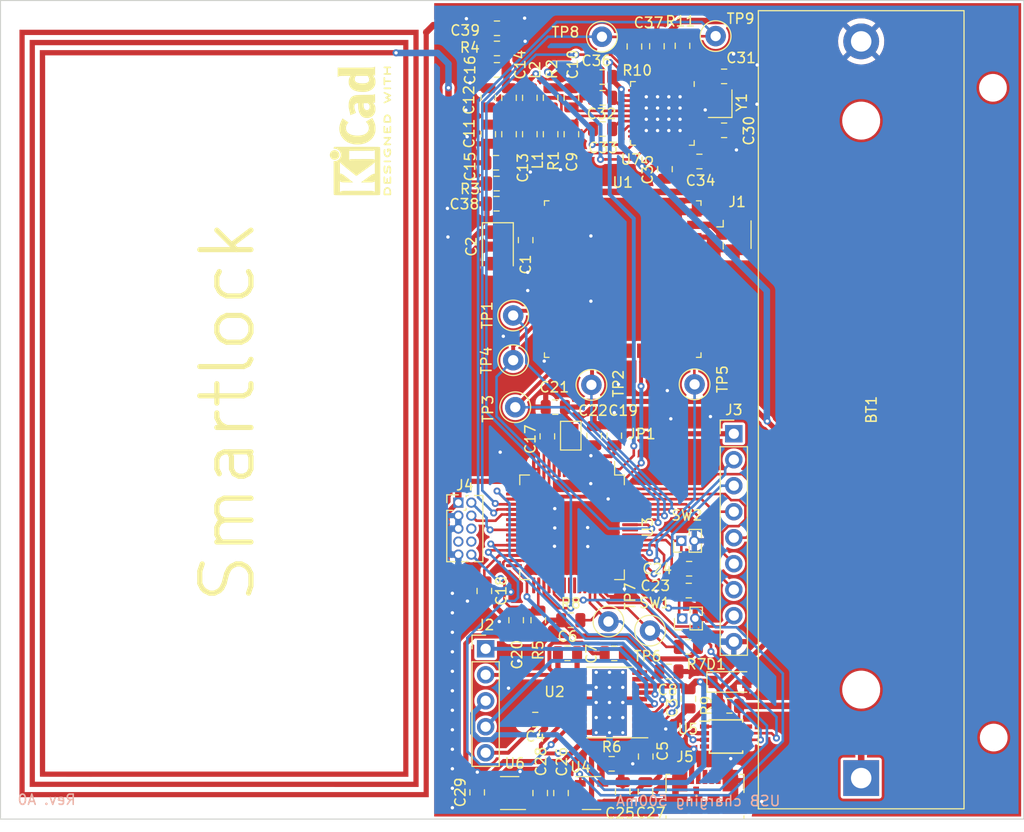
<source format=kicad_pcb>
(kicad_pcb (version 20191123) (host pcbnew "(5.99.0-429-gffcf3b01f)")
  (layers (0 "F.Cu" signal) (31 "B.Cu" signal) (34 "B.Paste" user) (35 "F.Paste" user) (36 "B.SilkS" user) (37 "F.SilkS" user hide) (38 "B.Mask" user) (39 "F.Mask" user) (44 "Edge.Cuts" user))
  (net 0 "")
  (net 1 "Net-(BT1-Pad1)")
  (net 2 "GND")
  (net 3 "+5V")
  (net 4 "+BATT")
  (net 5 "+3V0")
  (net 6 "/AntennaMatching/RXP")
  (net 7 "Net-(C6-Pad1)")
  (net 8 "Net-(C7-Pad2)")
  (net 9 "/AntennaMatching/RXN")
  (net 10 "Net-(C12-Pad2)")
  (net 11 "/KinetisMCU/RESET")
  (net 12 "+3V3")
  (net 13 "/KinetisMCU/SWD_CLK")
  (net 14 "/KinetisMCU/SWD_DIO")
  (net 15 "/Display/DP_DC")
  (net 16 "/KinetisMCU/SPI_DP_SS")
  (net 17 "/Display/DP_SPI_MOSI")
  (net 18 "/Display/DP_SPI_MISO")
  (net 19 "/Display/DP_SPI_SCK")
  (net 20 "/Display/DP_LED")
  (net 21 "/Display/DP_RESET")
  (net 22 "/AntennaMatching/TX1")
  (net 23 "/AntennaMatching/TX2")
  (net 24 "/KinetisMCU/BUTTON1")
  (net 25 "/KinetisMCU/BUTTON2")
  (net 26 "/KinetisMCU/RF_ACK")
  (net 27 "/InnoComm/~RF_RST")
  (net 28 "/InnoComm/RF_SPI_SDO")
  (net 29 "/InnoComm/RF_SPI_SCLK")
  (net 30 "/InnoComm/RF_SPI_CS")
  (net 31 "/InnoComm/RF_SPI_SDI")
  (net 32 "/KinetisMCU/POWER_STAT")
  (net 33 "/KinetisMCU/BATT_C")
  (net 34 "/Power/BAT_SDA")
  (net 35 "/Power/BAT_SCL")
  (net 36 "/KinetisMCU/NFC_RES")
  (net 37 "/KinetisMCU/NFC_IRQ")
  (net 38 "/KinetisMCU/I2C_D")
  (net 39 "/KinetisMCU/I2C_C")
  (net 40 "/KinetisMCU/IN2B")
  (net 41 "/KinetisMCU/PSAVE")
  (net 42 "/KinetisMCU/IN2A")
  (net 43 "/KinetisMCU/IN1B")
  (net 44 "/KinetisMCU/IN1A")
  (net 45 "Net-(AE1-Pad2)")
  (net 46 "Net-(AE1-Pad1)")
  (net 47 "Net-(C6-Pad2)")
  (net 48 "Net-(C7-Pad1)")
  (net 49 "Net-(C8-Pad1)")
  (net 50 "Net-(C9-Pad1)")
  (net 51 "Net-(C10-Pad2)")
  (net 52 "Net-(C11-Pad1)")
  (net 53 "Net-(J1-Pad1)")
  (net 54 "Net-(J2-Pad5)")
  (net 55 "Net-(J2-Pad4)")
  (net 56 "Net-(J2-Pad2)")
  (net 57 "Net-(J2-Pad1)")
  (net 58 "Net-(JP1-Pad2)")
  (net 59 "Net-(R6-Pad1)")
  (net 60 "Net-(C13-Pad2)")
  (net 61 "Net-(C14-Pad2)")
  (net 62 "/PN7150/XTAL1")
  (net 63 "/PN7150/XTAL2")
  (net 64 "Net-(C32-Pad1)")
  (net 65 "Net-(C33-Pad1)")
  (net 66 "Net-(C34-Pad1)")
  (net 67 "Net-(J4-Pad8)")
  (net 68 "Net-(J4-Pad7)")
  (net 69 "Net-(J4-Pad6)")
  (net 70 "Net-(J5-Pad4)")
  (net 71 "Net-(J5-Pad3)")
  (net 72 "Net-(J5-Pad2)")
  (net 73 "Net-(U1-Pad29)")
  (net 74 "Net-(U1-Pad28)")
  (net 75 "Net-(U1-Pad26)")
  (net 76 "Net-(U1-Pad25)")
  (net 77 "Net-(U1-Pad24)")
  (net 78 "Net-(U1-Pad23)")
  (net 79 "Net-(U1-Pad20)")
  (net 80 "Net-(U1-Pad19)")
  (net 81 "Net-(U1-Pad17)")
  (net 82 "Net-(U1-Pad16)")
  (net 83 "Net-(U1-Pad15)")
  (net 84 "Net-(U3-Pad56)")
  (net 85 "Net-(U3-Pad48)")
  (net 86 "Net-(U3-Pad43)")
  (net 87 "Net-(U3-Pad42)")
  (net 88 "Net-(U3-Pad41)")
  (net 89 "Net-(U3-Pad40)")
  (net 90 "Net-(U3-Pad39)")
  (net 91 "Net-(U3-Pad38)")
  (net 92 "Net-(U3-Pad36)")
  (net 93 "Net-(U3-Pad33)")
  (net 94 "Net-(U3-Pad27)")
  (net 95 "Net-(U3-Pad26)")
  (net 96 "Net-(U3-Pad24)")
  (net 97 "Net-(U3-Pad23)")
  (net 98 "Net-(U3-Pad18)")
  (net 99 "Net-(U3-Pad10)")
  (net 100 "Net-(U3-Pad6)")
  (net 101 "Net-(U3-Pad5)")
  (net 102 "Net-(U5-Pad9)")
  (net 103 "Net-(U5-Pad5)")
  (net 104 "Net-(U5-Pad4)")
  (net 105 "Net-(U7-Pad40)")
  (net 106 "Net-(U7-Pad39)")
  (net 107 "Net-(U7-Pad38)")
  (net 108 "Net-(U7-Pad35)")
  (net 109 "Net-(U7-Pad34)")
  (net 110 "Net-(U7-Pad33)")
  (net 111 "Net-(U7-Pad32)")
  (net 112 "Net-(U7-Pad31)")
  (net 113 "Net-(U7-Pad25)")
  (net 114 "Net-(U7-Pad24)")
  (net 115 "Net-(U7-Pad23)")
  (net 116 "Net-(U7-Pad20)")
  (net 117 "Net-(U7-Pad11)")
  (net 118 "Net-(U3-Pad9)")
  (net 119 "Net-(U3-Pad17)")
  (net 120 "Net-(U3-Pad12)")
  (net 121 "Net-(U3-Pad11)")
  (module "Capacitor_SMD:C_0805_2012Metric" (layer "F.Cu") (at 141.5192 59.7154)
    (fp_text reference "C39" (at -3.10952 0.20574) (layer "F.SilkS"))
    (fp_text value "5p/50V")
    (pad "2" smd roundrect (at 0.9375 0) (size 0.975 1.4) (layers "F.Cu" "F.Paste" "F.Mask") (net 61 "Net-(C14-Pad2)"))
    (pad "1" smd roundrect (at -0.9375 0) (size 0.975 1.4) (layers "F.Cu" "F.Paste" "F.Mask") (net 2 "GND"))
  )
  (module "Capacitor_SMD:C_0805_2012Metric" (layer "F.Cu") (at 141.478 76.8604 180)
    (fp_text reference "C38" (at 3.14706 -0.04318 180) (layer "F.SilkS"))
    (fp_text value "5p/50V")
    (pad "2" smd roundrect (at 0.9375 0 180) (size 0.975 1.4) (layers "F.Cu" "F.Paste" "F.Mask") (net 2 "GND"))
    (pad "1" smd roundrect (at -0.9375 0 180) (size 0.975 1.4) (layers "F.Cu" "F.Paste" "F.Mask") (net 60 "Net-(C13-Pad2)"))
  )
  (module "Symbol:KiCad-Logo2_5mm_SilkScreen" (layer "F.Cu") (at 128.1684 69.7484 90)
    (fp_text reference "REF**" hide)
    (fp_text value "KiCad-Logo2_5mm_SilkScreen" hide)
  )
  (module "MountingHole:MountingHole_2.2mm_M2_ISO7380" (layer "F.Cu") (at 190.0682 129.032)
    (fp_text reference "REF**" hide)
    (fp_text value "MountingHole_2.2mm_M2_ISO7380")
    (pad "1" np_thru_hole circle (at 0 0) (size 2.2 2.2) (drill 2.2) (layers *.Cu *.Mask))
  )
  (module "MountingHole:MountingHole_2.2mm_M2_ISO7380" (layer "F.Cu") (at 189.992 65.532)
    (fp_text reference "REF**" hide)
    (fp_text value "MountingHole_2.2mm_M2_ISO7380")
    (pad "1" np_thru_hole circle (at 0 0) (size 2.2 2.2) (drill 2.2) (layers *.Cu *.Mask))
  )
  (module "MountingHole:MountingHole_2.2mm_M2_ISO7380" (layer "F.Cu") (at 100.33 129.02946)
    (fp_text reference "REF**" hide)
    (fp_text value "MountingHole_2.2mm_M2_ISO7380")
    (pad "1" np_thru_hole circle (at 0 0) (size 2.2 2.2) (drill 2.2) (layers *.Cu *.Mask))
  )
  (module "MountingHole:MountingHole_2.2mm_M2_ISO7380" (layer "F.Cu") (at 100.35032 65.786)
    (fp_text reference "REF**" hide)
    (fp_text value "MountingHole_2.2mm_M2_ISO7380")
    (pad "1" np_thru_hole circle (at 0 0) (size 2.2 2.2) (drill 2.2) (layers *.Cu *.Mask))
  )
  (module "Package_DFN_QFN:QFN-40-1EP_6x6mm_P0.5mm_EP4.6x4.6mm" (layer "F.Cu") (at 157.6832 68.0339 -90)
    (fp_text reference "U7" (at 4.50088 3.08102 180) (layer "F.SilkS"))
    (fp_text value "PN7150")
    (pad "40" smd roundrect (at -2.25 -2.9375 270) (size 0.25 0.825) (layers "F.Cu" "F.Paste" "F.Mask") (net 105 "Net-(U7-Pad40)"))
    (pad "39" smd roundrect (at -1.75 -2.9375 270) (size 0.25 0.825) (layers "F.Cu" "F.Paste" "F.Mask") (net 106 "Net-(U7-Pad39)"))
    (pad "38" smd roundrect (at -1.25 -2.9375 270) (size 0.25 0.825) (layers "F.Cu" "F.Paste" "F.Mask") (net 107 "Net-(U7-Pad38)"))
    (pad "37" smd roundrect (at -0.75 -2.9375 270) (size 0.25 0.825) (layers "F.Cu" "F.Paste" "F.Mask") (net 63 "/PN7150/XTAL2"))
    (pad "36" smd roundrect (at -0.25 -2.9375 270) (size 0.25 0.825) (layers "F.Cu" "F.Paste" "F.Mask") (net 62 "/PN7150/XTAL1"))
    (pad "35" smd roundrect (at 0.25 -2.9375 270) (size 0.25 0.825) (layers "F.Cu" "F.Paste" "F.Mask") (net 108 "Net-(U7-Pad35)"))
    (pad "34" smd roundrect (at 0.75 -2.9375 270) (size 0.25 0.825) (layers "F.Cu" "F.Paste" "F.Mask") (net 109 "Net-(U7-Pad34)"))
    (pad "33" smd roundrect (at 1.25 -2.9375 270) (size 0.25 0.825) (layers "F.Cu" "F.Paste" "F.Mask") (net 110 "Net-(U7-Pad33)"))
    (pad "32" smd roundrect (at 1.75 -2.9375 270) (size 0.25 0.825) (layers "F.Cu" "F.Paste" "F.Mask") (net 111 "Net-(U7-Pad32)"))
    (pad "31" smd roundrect (at 2.25 -2.9375 270) (size 0.25 0.825) (layers "F.Cu" "F.Paste" "F.Mask") (net 112 "Net-(U7-Pad31)"))
    (pad "30" smd roundrect (at 2.9375 -2.25 270) (size 0.825 0.25) (layers "F.Cu" "F.Paste" "F.Mask") (net 66 "Net-(C34-Pad1)"))
    (pad "29" smd roundrect (at 2.9375 -1.75 270) (size 0.825 0.25) (layers "F.Cu" "F.Paste" "F.Mask") (net 66 "Net-(C34-Pad1)"))
    (pad "28" smd roundrect (at 2.9375 -1.25 270) (size 0.825 0.25) (layers "F.Cu" "F.Paste" "F.Mask") (net 66 "Net-(C34-Pad1)"))
    (pad "27" smd roundrect (at 2.9375 -0.75 270) (size 0.825 0.25) (layers "F.Cu" "F.Paste" "F.Mask") (net 2 "GND"))
    (pad "26" smd roundrect (at 2.9375 -0.25 270) (size 0.825 0.25) (layers "F.Cu" "F.Paste" "F.Mask") (net 4 "+BATT"))
    (pad "25" smd roundrect (at 2.9375 0.25 270) (size 0.825 0.25) (layers "F.Cu" "F.Paste" "F.Mask") (net 113 "Net-(U7-Pad25)"))
    (pad "24" smd roundrect (at 2.9375 0.75 270) (size 0.825 0.25) (layers "F.Cu" "F.Paste" "F.Mask") (net 114 "Net-(U7-Pad24)"))
    (pad "23" smd roundrect (at 2.9375 1.25 270) (size 0.825 0.25) (layers "F.Cu" "F.Paste" "F.Mask") (net 115 "Net-(U7-Pad23)"))
    (pad "22" smd roundrect (at 2.9375 1.75 270) (size 0.825 0.25) (layers "F.Cu" "F.Paste" "F.Mask") (net 64 "Net-(C32-Pad1)"))
    (pad "21" smd roundrect (at 2.9375 2.25 270) (size 0.825 0.25) (layers "F.Cu" "F.Paste" "F.Mask") (net 22 "/AntennaMatching/TX1"))
    (pad "20" smd roundrect (at 2.25 2.9375 270) (size 0.25 0.825) (layers "F.Cu" "F.Paste" "F.Mask") (net 116 "Net-(U7-Pad20)"))
    (pad "19" smd roundrect (at 1.75 2.9375 270) (size 0.25 0.825) (layers "F.Cu" "F.Paste" "F.Mask") (net 2 "GND"))
    (pad "18" smd roundrect (at 1.25 2.9375 270) (size 0.25 0.825) (layers "F.Cu" "F.Paste" "F.Mask") (net 23 "/AntennaMatching/TX2"))
    (pad "17" smd roundrect (at 0.75 2.9375 270) (size 0.25 0.825) (layers "F.Cu" "F.Paste" "F.Mask") (net 65 "Net-(C33-Pad1)"))
    (pad "16" smd roundrect (at 0.25 2.9375 270) (size 0.25 0.825) (layers "F.Cu" "F.Paste" "F.Mask") (net 6 "/AntennaMatching/RXP"))
    (pad "15" smd roundrect (at -0.25 2.9375 270) (size 0.25 0.825) (layers "F.Cu" "F.Paste" "F.Mask") (net 9 "/AntennaMatching/RXN"))
    (pad "14" smd roundrect (at -0.75 2.9375 270) (size 0.25 0.825) (layers "F.Cu" "F.Paste" "F.Mask") (net 64 "Net-(C32-Pad1)"))
    (pad "13" smd roundrect (at -1.25 2.9375 270) (size 0.25 0.825) (layers "F.Cu" "F.Paste" "F.Mask") (net 4 "+BATT"))
    (pad "12" smd roundrect (at -1.75 2.9375 270) (size 0.25 0.825) (layers "F.Cu" "F.Paste" "F.Mask") (net 4 "+BATT"))
    (pad "11" smd roundrect (at -2.25 2.9375 270) (size 0.25 0.825) (layers "F.Cu" "F.Paste" "F.Mask") (net 117 "Net-(U7-Pad11)"))
    (pad "10" smd roundrect (at -2.9375 2.25 270) (size 0.825 0.25) (layers "F.Cu" "F.Paste" "F.Mask") (net 36 "/KinetisMCU/NFC_RES"))
    (pad "9" smd roundrect (at -2.9375 1.75 270) (size 0.825 0.25) (layers "F.Cu" "F.Paste" "F.Mask") (net 2 "GND"))
    (pad "8" smd roundrect (at -2.9375 1.25 270) (size 0.825 0.25) (layers "F.Cu" "F.Paste" "F.Mask") (net 37 "/KinetisMCU/NFC_IRQ"))
    (pad "7" smd roundrect (at -2.9375 0.75 270) (size 0.825 0.25) (layers "F.Cu" "F.Paste" "F.Mask") (net 39 "/KinetisMCU/I2C_C"))
    (pad "6" smd roundrect (at -2.9375 0.25 270) (size 0.825 0.25) (layers "F.Cu" "F.Paste" "F.Mask") (net 5 "+3V0"))
    (pad "5" smd roundrect (at -2.9375 -0.25 270) (size 0.825 0.25) (layers "F.Cu" "F.Paste" "F.Mask") (net 38 "/KinetisMCU/I2C_D"))
    (pad "4" smd roundrect (at -2.9375 -0.75 270) (size 0.825 0.25) (layers "F.Cu" "F.Paste" "F.Mask") (net 2 "GND"))
    (pad "3" smd roundrect (at -2.9375 -1.25 270) (size 0.825 0.25) (layers "F.Cu" "F.Paste" "F.Mask") (net 2 "GND"))
    (pad "2" smd roundrect (at -2.9375 -1.75 270) (size 0.825 0.25) (layers "F.Cu" "F.Paste" "F.Mask") (net 2 "GND"))
    (pad "1" smd roundrect (at -2.9375 -2.25 270) (size 0.825 0.25) (layers "F.Cu" "F.Paste" "F.Mask") (net 2 "GND"))
    (pad "41" smd roundrect (at 0 0 270) (size 4.6 4.6) (layers "F.Cu" "F.Mask") (roundrect_rratio 0.054348) (net 2 "GND"))
  )
  (module "Antenna:nfc_40_75" (layer "F.Cu") (at 114.8588 97.3582 -90)
    (fp_text reference "AE1" hide)
    (fp_text value "Antenna" hide)
    (fp_poly (pts (xy 37.49675 20.0025) (xy -37.49675 20.0025) (xy -37.49675 -18.997083) (xy 36.501922 -18.997083) (xy 36.499273 0.002646) (xy 36.496625 19.002375) (xy -0.002646 19.005023) (xy -36.501917 19.00767) (xy -36.501917 -18.00225) (xy 35.507083 -18.00225) (xy 35.507083 -0.009827) (xy 35.507081 0.744746) (xy 35.507076 1.478435) (xy 35.507067 2.191524) (xy 35.507054 2.884297) (xy 35.507037 3.557036) (xy 35.507016 4.210024) (xy 35.506989 4.843546) (xy 35.506958 5.457884) (xy 35.506922 6.053322) (xy 35.50688 6.630142) (xy 35.506833 7.188628) (xy 35.50678 7.729064) (xy 35.50672 8.251732) (xy 35.506655 8.756917) (xy 35.506582 9.2449) (xy 35.506503 9.715966) (xy 35.506417 10.170398) (xy 35.506323 10.608479) (xy 35.506222 11.030492) (xy 35.506114 11.436721) (xy 35.505997 11.827449) (xy 35.505872 12.202958) (xy 35.505738 12.563534) (xy 35.505596 12.909458) (xy 35.505445 13.241013) (xy 35.505284 13.558485) (xy 35.505114 13.862154) (xy 35.504935 14.152306) (xy 35.504745 14.429222) (xy 35.504545 14.693187) (xy 35.504335 14.944484) (xy 35.504115 15.183395) (xy 35.503883 15.410205) (xy 35.50364 15.625196) (xy 35.503386 15.828652) (xy 35.503121 16.020856) (xy 35.502843 16.202091) (xy 35.502554 16.372641) (xy 35.502252 16.532788) (xy 35.501938 16.682817) (xy 35.50161 16.82301) (xy 35.50127 16.953651) (xy 35.500917 17.075023) (xy 35.50055 17.187409) (xy 35.50017 17.291092) (xy 35.499775 17.386357) (xy 35.499366 17.473485) (xy 35.498943 17.552761) (xy 35.498505 17.624467) (xy 35.498052 17.688887) (xy 35.497584 17.746305) (xy 35.497101 17.797003) (xy 35.496602 17.841264) (xy 35.496087 17.879373) (xy 35.495556 17.911612) (xy 35.495009 17.938264) (xy 35.494445 17.959613) (xy 35.493865 17.975943) (xy 35.493267 17.987535) (xy 35.492652 17.994675) (xy 35.492019 17.997644) (xy 35.491964 17.997714) (xy 35.489545 17.998168) (xy 35.483069 17.998612) (xy 35.472334 17.999047) (xy 35.457138 17.999474) (xy 35.437281 17.999892) (xy 35.41256 18.000301) (xy 35.382774 18.000702) (xy 35.34772 18.001095) (xy 35.307198 18.001479) (xy 35.261005 18.001855) (xy 35.208941 18.002223) (xy 35.150803 18.002582) (xy 35.086389 18.002934) (xy 35.015499 18.003278) (xy 34.937929 18.003614) (xy 34.85348 18.003942) (xy 34.761948 18.004263) (xy 34.663133 18.004576) (xy 34.556833 18.004881) (xy 34.442846 18.00518) (xy 34.32097 18.00547) (xy 34.191004 18.005754) (xy 34.052746 18.006031) (xy 33.905994 18.0063) (xy 33.750547 18.006563) (xy 33.586203 18.006818) (xy 33.412761 18.007067) (xy 33.230019 18.00731) (xy 33.037774 18.007545) (xy 32.835827 18.007774) (xy 32.623974 18.007997) (xy 32.402014 18.008213) (xy 32.169746 18.008423) (xy 31.926967 18.008627) (xy 31.673477 18.008825) (xy 31.409073 18.009016) (xy 31.133554 18.009202) (xy 30.846719 18.009382) (xy 30.548365 18.009556) (xy 30.23829 18.009725) (xy 29.916295 18.009888) (xy 29.582175 18.010045) (xy 29.235731 18.010197) (xy 28.87676 18.010344) (xy 28.50506 18.010485) (xy 28.120431 18.010621) (xy 27.722669 18.010753) (xy 27.311575 18.010879) (xy 26.886945 18.011) (xy 26.448579 18.011117) (xy 25.996274 18.011229) (xy 25.52983 18.011336) (xy 25.049044 18.011439) (xy 24.553714 18.011537) (xy 24.043639 18.01163) (xy 23.518618 18.01172) (xy 22.978449 18.011805) (xy 22.42293 18.011886) (xy 21.851859 18.011964) (xy 21.265034 18.012037) (xy 20.662255 18.012106) (xy 20.04332 18.012172) (xy 19.408026 18.012233) (xy 18.756172 18.012292) (xy 18.087557 18.012346) (xy 17.401978 18.012398) (xy 16.699235 18.012445) (xy 15.979125 18.01249) (xy 15.241447 18.012532) (xy 14.485999 18.01257) (xy 13.712579 18.012605) (xy 12.920987 18.012638) (xy 12.11102 18.012667) (xy 11.282476 18.012694) (xy 10.435154 18.012718) (xy 9.568852 18.01274) (xy 8.683369 18.012759) (xy 7.778503 18.012776) (xy 6.854052 18.01279) (xy 5.909814 18.012803) (xy 4.945589 18.012813) (xy 3.961173 18.012821) (xy 2.956367 18.012827) (xy 1.930967 18.012831) (xy 0.884773 18.012833) (xy -0.01512 18.012834) (xy -35.507084 18.012834) (xy -35.507084 -16.996833) (xy -34.999084 -16.996833) (xy -34.999084 17.504834) (xy 34.999083 17.504834) (xy 34.999083 -17.504833) (xy -35.993917 -17.504833) (xy -35.993917 18.499667) (xy 35.993916 18.499667) (xy 35.993916 -18.499666) (xy -36.98875 -18.499666) (xy -36.98875 19.505084) (xy 36.999333 19.505084) (xy 36.999333 -19.4945) (xy -37.49675 -19.4945) (xy -37.49675 -19.991916) (xy 37.49675 -19.991916) (xy 37.49675 20.0025)) (layer "F.Cu") (width 0.01))
    (pad "1" thru_hole circle (at -35.24504 -16.79702 270) (size 0.686 0.686) (drill 0.33) (layers *.Cu *.Mask) (net 46 "Net-(AE1-Pad1)"))
    (pad "2" smd circle (at -37.24656 -19.74342 270) (size 0.5 0.5) (layers "F.Cu" "F.Paste" "F.Mask") (net 45 "Net-(AE1-Pad2)"))
  )
  (module "Resistor_SMD:R_0805_2012Metric" (layer "F.Cu") (at 164.2364 125.9332)
    (fp_text reference "R9" (at -2.2606 -0.0254 90) (layer "F.SilkS"))
    (fp_text value "10m")
    (pad "2" smd roundrect (at 0.9375 0) (size 0.975 1.4) (layers "F.Cu" "F.Paste" "F.Mask") (net 1 "Net-(BT1-Pad1)"))
    (pad "1" smd roundrect (at -0.9375 0) (size 0.975 1.4) (layers "F.Cu" "F.Paste" "F.Mask") (net 4 "+BATT"))
  )
  (module "Package_SO:HTSSOP-20-1EP_4.4x6.5mm_P0.65mm_EP3.4x6.5mm_ThermalVias" (layer "F.Cu") (at 152.5152 125.6039 180)
    (fp_text reference "U2" (at 5.373 1.0423) (layer "F.SilkS"))
    (fp_text value "MPC17531ATEJ")
    (pad "21" thru_hole circle (at -1.3 2.95 180) (size 0.6 0.6) (drill 0.3302) (layers *.Cu) (net 2 "GND"))
    (pad "21" thru_hole circle (at 0 2.95 180) (size 0.6 0.6) (drill 0.3302) (layers *.Cu) (net 2 "GND"))
    (pad "21" thru_hole circle (at 1.3 2.95 180) (size 0.6 0.6) (drill 0.3302) (layers *.Cu) (net 2 "GND"))
    (pad "21" thru_hole circle (at -1.3 1.475 180) (size 0.6 0.6) (drill 0.3302) (layers *.Cu) (net 2 "GND"))
    (pad "21" thru_hole circle (at 0 1.475 180) (size 0.6 0.6) (drill 0.3302) (layers *.Cu) (net 2 "GND"))
    (pad "21" thru_hole circle (at 1.3 1.475 180) (size 0.6 0.6) (drill 0.3302) (layers *.Cu) (net 2 "GND"))
    (pad "21" thru_hole circle (at -1.3 0 180) (size 0.6 0.6) (drill 0.3302) (layers *.Cu) (net 2 "GND"))
    (pad "21" thru_hole circle (at 0 0 180) (size 0.6 0.6) (drill 0.3302) (layers *.Cu) (net 2 "GND"))
    (pad "21" thru_hole circle (at 1.3 0 180) (size 0.6 0.6) (drill 0.3302) (layers *.Cu) (net 2 "GND"))
    (pad "21" thru_hole circle (at -1.3 -1.475 180) (size 0.6 0.6) (drill 0.3302) (layers *.Cu) (net 2 "GND"))
    (pad "21" thru_hole circle (at 0 -1.475 180) (size 0.6 0.6) (drill 0.3302) (layers *.Cu) (net 2 "GND"))
    (pad "21" thru_hole circle (at 1.3 -1.475 180) (size 0.6 0.6) (drill 0.3302) (layers *.Cu) (net 2 "GND"))
    (pad "21" thru_hole circle (at 1.3 -2.95 180) (size 0.6 0.6) (drill 0.3) (layers *.Cu) (net 2 "GND"))
    (pad "21" thru_hole circle (at 0 -2.95 180) (size 0.6 0.6) (drill 0.3) (layers *.Cu) (net 2 "GND"))
    (pad "21" smd rect (at 0 0 180) (size 3.4 6.5) (layers "F.Cu" "F.Mask") (net 2 "GND"))
    (pad "21" thru_hole circle (at -1.3 -2.95 180) (size 0.6 0.6) (drill 0.3) (layers *.Cu) (net 2 "GND"))
    (pad "20" smd rect (at 2.95 -2.92 180) (size 1.45 0.45) (layers "F.Cu" "F.Paste" "F.Mask") (net 2 "GND"))
    (pad "19" smd rect (at 2.95 -2.27 180) (size 1.45 0.45) (layers "F.Cu" "F.Paste" "F.Mask") (net 42 "/KinetisMCU/IN2A"))
    (pad "18" smd rect (at 2.95 -1.62 180) (size 1.45 0.45) (layers "F.Cu" "F.Paste" "F.Mask") (net 40 "/KinetisMCU/IN2B"))
    (pad "17" smd rect (at 2.95 -0.97 180) (size 1.45 0.45) (layers "F.Cu" "F.Paste" "F.Mask") (net 4 "+BATT"))
    (pad "16" smd rect (at 2.95 -0.33 180) (size 1.45 0.45) (layers "F.Cu" "F.Paste" "F.Mask") (net 54 "Net-(J2-Pad5)"))
    (pad "15" smd rect (at 2.95 0.33 180) (size 1.45 0.45) (layers "F.Cu" "F.Paste" "F.Mask") (net 2 "GND"))
    (pad "14" smd rect (at 2.95 0.97 180) (size 1.45 0.45) (layers "F.Cu" "F.Paste" "F.Mask") (net 56 "Net-(J2-Pad2)"))
    (pad "13" smd rect (at 2.95 1.62 180) (size 1.45 0.45) (layers "F.Cu" "F.Paste" "F.Mask") (net 48 "Net-(C7-Pad1)"))
    (pad "12" smd rect (at 2.95 2.27 180) (size 1.45 0.45) (layers "F.Cu" "F.Paste" "F.Mask") (net 7 "Net-(C6-Pad1)"))
    (pad "11" smd rect (at 2.95 2.92 180) (size 1.45 0.45) (layers "F.Cu" "F.Paste" "F.Mask") (net 47 "Net-(C6-Pad2)"))
    (pad "10" smd rect (at -2.95 2.92 180) (size 1.45 0.45) (layers "F.Cu" "F.Paste" "F.Mask") (net 8 "Net-(C7-Pad2)"))
    (pad "9" smd rect (at -2.95 2.27 180) (size 1.45 0.45) (layers "F.Cu" "F.Paste" "F.Mask") (net 49 "Net-(C8-Pad1)"))
    (pad "8" smd rect (at -2.95 1.62 180) (size 1.45 0.45) (layers "F.Cu" "F.Paste" "F.Mask") (net 4 "+BATT"))
    (pad "7" smd rect (at -2.95 0.97 180) (size 1.45 0.45) (layers "F.Cu" "F.Paste" "F.Mask") (net 57 "Net-(J2-Pad1)"))
    (pad "6" smd rect (at -2.95 0.33 180) (size 1.45 0.45) (layers "F.Cu" "F.Paste" "F.Mask") (net 2 "GND"))
    (pad "5" smd rect (at -2.95 -0.33 180) (size 1.45 0.45) (layers "F.Cu" "F.Paste" "F.Mask") (net 55 "Net-(J2-Pad4)"))
    (pad "4" smd rect (at -2.95 -0.97 180) (size 1.45 0.45) (layers "F.Cu" "F.Paste" "F.Mask") (net 41 "/KinetisMCU/PSAVE"))
    (pad "3" smd rect (at -2.95 -1.62 180) (size 1.45 0.45) (layers "F.Cu" "F.Paste" "F.Mask") (net 43 "/KinetisMCU/IN1B"))
    (pad "2" smd rect (at -2.95 -2.27 180) (size 1.45 0.45) (layers "F.Cu" "F.Paste" "F.Mask") (net 44 "/KinetisMCU/IN1A"))
    (pad "1" smd rect (at -2.95 -2.92 180) (size 1.45 0.45) (layers "F.Cu" "F.Paste" "F.Mask") (net 5 "+3V0"))
    (pad "21" smd rect (at 0 0 180) (size 3.4 6.5) (layers "B.Cu") (net 2 "GND"))
  )
  (module "Diode_SMD:D_SOD-123" (layer "F.Cu") (at 164.2872 123.5964)
    (fp_text reference "D1" (at -1.3716 -1.7272) (layer "F.SilkS"))
    (fp_text value "MMSZ5237BT1G")
    (pad "2" smd rect (at 1.65 0) (size 0.9 1.2) (layers "F.Cu" "F.Paste" "F.Mask") (net 2 "GND"))
    (pad "1" smd rect (at -1.65 0) (size 0.9 1.2) (layers "F.Cu" "F.Paste" "F.Mask") (net 4 "+BATT"))
  )
  (module "Connector_PinHeader_2.54mm:PinHeader_1x09_P2.54mm_Vertical" (layer "F.Cu") (at 164.6682 99.3394)
    (fp_text reference "J3" (at 0 -2.33) (layer "F.SilkS"))
    (fp_text value "Conn_01x09")
    (pad "9" thru_hole oval (at 0 20.32) (size 1.7 1.7) (drill 1) (layers *.Cu *.Mask) (net 2 "GND"))
    (pad "8" thru_hole oval (at 0 17.78) (size 1.7 1.7) (drill 1) (layers *.Cu *.Mask) (net 15 "/Display/DP_DC"))
    (pad "7" thru_hole oval (at 0 15.24) (size 1.7 1.7) (drill 1) (layers *.Cu *.Mask) (net 16 "/KinetisMCU/SPI_DP_SS"))
    (pad "6" thru_hole oval (at 0 12.7) (size 1.7 1.7) (drill 1) (layers *.Cu *.Mask) (net 17 "/Display/DP_SPI_MOSI"))
    (pad "5" thru_hole oval (at 0 10.16) (size 1.7 1.7) (drill 1) (layers *.Cu *.Mask) (net 18 "/Display/DP_SPI_MISO"))
    (pad "4" thru_hole oval (at 0 7.62) (size 1.7 1.7) (drill 1) (layers *.Cu *.Mask) (net 19 "/Display/DP_SPI_SCK"))
    (pad "3" thru_hole oval (at 0 5.08) (size 1.7 1.7) (drill 1) (layers *.Cu *.Mask) (net 20 "/Display/DP_LED"))
    (pad "2" thru_hole oval (at 0 2.54) (size 1.7 1.7) (drill 1) (layers *.Cu *.Mask) (net 21 "/Display/DP_RESET"))
    (pad "1" thru_hole rect (at 0 0) (size 1.7 1.7) (drill 1) (layers *.Cu *.Mask) (net 5 "+3V0"))
  )
  (module "Connector_PinHeader_2.54mm:PinHeader_1x05_P2.54mm_Vertical" (layer "F.Cu") (at 140.4112 120.3579)
    (fp_text reference "J2" (at 0 -2.33) (layer "F.SilkS"))
    (fp_text value "Conn_01x05")
    (pad "5" thru_hole oval (at 0 10.16) (size 1.7 1.7) (drill 1) (layers *.Cu *.Mask) (net 54 "Net-(J2-Pad5)"))
    (pad "4" thru_hole oval (at 0 7.62) (size 1.7 1.7) (drill 1) (layers *.Cu *.Mask) (net 55 "Net-(J2-Pad4)"))
    (pad "3" thru_hole oval (at 0 5.08) (size 1.7 1.7) (drill 1) (layers *.Cu *.Mask) (net 4 "+BATT"))
    (pad "2" thru_hole oval (at 0 2.54) (size 1.7 1.7) (drill 1) (layers *.Cu *.Mask) (net 56 "Net-(J2-Pad2)"))
    (pad "1" thru_hole rect (at 0 0) (size 1.7 1.7) (drill 1) (layers *.Cu *.Mask) (net 57 "Net-(J2-Pad1)"))
  )
  (module "TestPoint:TestPoint_Loop_D2.50mm_Drill1.0mm_LowProfile" (layer "F.Cu") (at 162.8902 60.4774)
    (fp_text reference "TP9" (at 2.4384 -1.7018) (layer "F.SilkS"))
    (fp_text value "I2C_D2_TP")
    (pad "1" thru_hole circle (at 0 0) (size 2 2) (drill 1) (layers *.Cu *.Mask) (net 38 "/KinetisMCU/I2C_D"))
  )
  (module "TestPoint:TestPoint_Loop_D2.50mm_Drill1.0mm_LowProfile" (layer "F.Cu") (at 151.7777 60.5409)
    (fp_text reference "TP8" (at -3.5687 -0.4445) (layer "F.SilkS"))
    (fp_text value "I2C_C1_TP")
    (pad "1" thru_hole circle (at 0 0) (size 2 2) (drill 1) (layers *.Cu *.Mask) (net 39 "/KinetisMCU/I2C_C"))
  )
  (module "TestPoint:TestPoint_Loop_D2.50mm_Drill1.0mm_LowProfile" (layer "F.Cu") (at 152.4127 117.6909)
    (fp_text reference "TP7" (at 2.1209 -2.4511 90) (layer "F.SilkS"))
    (fp_text value "I2C_C2_TP")
    (pad "1" thru_hole circle (at 0 0) (size 2 2) (drill 1) (layers *.Cu *.Mask) (net 35 "/Power/BAT_SCL"))
  )
  (module "TestPoint:TestPoint_Loop_D2.50mm_Drill1.0mm_LowProfile" (layer "F.Cu") (at 156.4767 118.5799)
    (fp_text reference "TP6" (at -0.2413 2.5) (layer "F.SilkS"))
    (fp_text value "I2C_D2_TP")
    (pad "1" thru_hole circle (at 0 0) (size 2 2) (drill 1) (layers *.Cu *.Mask) (net 34 "/Power/BAT_SDA"))
  )
  (module "TestPoint:TestPoint_Loop_D2.50mm_Drill1.0mm_LowProfile" (layer "F.Cu") (at 160.8328 94.5134 90)
    (fp_text reference "TP5" (at 0.508 2.7178 90) (layer "F.SilkS"))
    (fp_text value "AK1_TP")
    (pad "1" thru_hole circle (at 0 0 90) (size 2 2) (drill 1) (layers *.Cu *.Mask) (net 26 "/KinetisMCU/RF_ACK"))
  )
  (module "TestPoint:TestPoint_Loop_D2.50mm_Drill1.0mm_LowProfile" (layer "F.Cu") (at 143.1036 92.1512 90)
    (fp_text reference "TP4" (at -0.0254 -2.6162 90) (layer "F.SilkS"))
    (fp_text value "CS1_TP")
    (pad "1" thru_hole circle (at 0 0 90) (size 2 2) (drill 1) (layers *.Cu *.Mask) (net 30 "/InnoComm/RF_SPI_CS"))
  )
  (module "TestPoint:TestPoint_Loop_D2.50mm_Drill1.0mm_LowProfile" (layer "F.Cu") (at 143.3068 96.7486 180)
    (fp_text reference "TP3" (at 2.667 -0.1524 90) (layer "F.SilkS"))
    (fp_text value "SCLK1_TP")
    (pad "1" thru_hole circle (at 0 0 180) (size 2 2) (drill 1) (layers *.Cu *.Mask) (net 29 "/InnoComm/RF_SPI_SCLK"))
  )
  (module "TestPoint:TestPoint_Loop_D2.50mm_Drill1.0mm_LowProfile" (layer "F.Cu") (at 150.749 94.5642 180)
    (fp_text reference "TP2" (at -2.6416 0.127 90) (layer "F.SilkS"))
    (fp_text value "SDO1_TP")
    (pad "1" thru_hole circle (at 0 0 180) (size 2 2) (drill 1) (layers *.Cu *.Mask) (net 28 "/InnoComm/RF_SPI_SDO"))
  )
  (module "TestPoint:TestPoint_Loop_D2.50mm_Drill1.0mm_LowProfile" (layer "F.Cu") (at 143.1036 87.7824 90)
    (fp_text reference "TP1" (at 0.0254 -2.54 90) (layer "F.SilkS"))
    (fp_text value "SDI1_TP")
    (pad "1" thru_hole circle (at 0 0 90) (size 2 2) (drill 1) (layers *.Cu *.Mask) (net 31 "/InnoComm/RF_SPI_SDI"))
  )
  (module "Crystal:Crystal_SMD_2016-4Pin_2.0x1.6mm" (layer "F.Cu") (at 163.3347 67.0814 90)
    (fp_text reference "Y1" (at 0.127 2.0955 90) (layer "F.SilkS"))
    (fp_text value "27.12 MHz  XRCGB27M120F3M10R0")
    (pad "4" smd rect (at -0.7 -0.55 90) (size 0.9 0.8) (layers "F.Cu" "F.Paste" "F.Mask") (net 2 "GND"))
    (pad "3" smd rect (at 0.7 -0.55 90) (size 0.9 0.8) (layers "F.Cu" "F.Paste" "F.Mask") (net 63 "/PN7150/XTAL2"))
    (pad "2" smd rect (at 0.7 0.55 90) (size 0.9 0.8) (layers "F.Cu" "F.Paste" "F.Mask") (net 2 "GND"))
    (pad "1" smd rect (at -0.7 0.55 90) (size 0.9 0.8) (layers "F.Cu" "F.Paste" "F.Mask") (net 62 "/PN7150/XTAL1"))
  )
  (module "Resistor_SMD:R_0805_2012Metric" (layer "F.Cu") (at 159.6517 61.4299 90)
    (fp_text reference "R11" (at 2.4003 -0.2159 180) (layer "F.SilkS"))
    (fp_text value "4k7")
    (pad "2" smd roundrect (at 0.9375 0 90) (size 0.975 1.4) (layers "F.Cu" "F.Paste" "F.Mask") (net 38 "/KinetisMCU/I2C_D"))
    (pad "1" smd roundrect (at -0.9375 0 90) (size 0.975 1.4) (layers "F.Cu" "F.Paste" "F.Mask") (net 5 "+3V0"))
  )
  (module "Resistor_SMD:R_0805_2012Metric" (layer "F.Cu") (at 154.9527 61.4934 90)
    (fp_text reference "R10" (at -2.3368 0.2667 180) (layer "F.SilkS"))
    (fp_text value "4k7")
    (pad "2" smd roundrect (at 0.9375 0 90) (size 0.975 1.4) (layers "F.Cu" "F.Paste" "F.Mask") (net 39 "/KinetisMCU/I2C_C"))
    (pad "1" smd roundrect (at -0.9375 0 90) (size 0.975 1.4) (layers "F.Cu" "F.Paste" "F.Mask") (net 5 "+3V0"))
  )
  (module "Resistor_SMD:R_0805_2012Metric" (layer "F.Cu") (at 148.7297 117.5639)
    (fp_text reference "R8" (at 0 -1.65) (layer "F.SilkS"))
    (fp_text value "4k7")
    (pad "2" smd roundrect (at 0.9375 0) (size 0.975 1.4) (layers "F.Cu" "F.Paste" "F.Mask") (net 35 "/Power/BAT_SCL"))
    (pad "1" smd roundrect (at -0.9375 0) (size 0.975 1.4) (layers "F.Cu" "F.Paste" "F.Mask") (net 5 "+3V0"))
  )
  (module "Resistor_SMD:R_0805_2012Metric" (layer "F.Cu") (at 160.2232 120.1674 180)
    (fp_text reference "R7" (at -0.7874 -1.7018 180) (layer "F.SilkS"))
    (fp_text value "4k7")
    (pad "2" smd roundrect (at 0.9375 0 180) (size 0.975 1.4) (layers "F.Cu" "F.Paste" "F.Mask") (net 34 "/Power/BAT_SDA"))
    (pad "1" smd roundrect (at -0.9375 0 180) (size 0.975 1.4) (layers "F.Cu" "F.Paste" "F.Mask") (net 5 "+3V0"))
  )
  (module "Capacitor_SMD:C_0805_2012Metric" (layer "F.Cu") (at 151.8412 69.5579 180)
    (fp_text reference "C33" (at -0.0508 -1.8415) (layer "F.SilkS"))
    (fp_text value "1u")
    (pad "2" smd roundrect (at 0.9375 0 180) (size 0.975 1.4) (layers "F.Cu" "F.Paste" "F.Mask") (net 2 "GND"))
    (pad "1" smd roundrect (at -0.9375 0 180) (size 0.975 1.4) (layers "F.Cu" "F.Paste" "F.Mask") (net 65 "Net-(C33-Pad1)"))
  )
  (module "Capacitor_SMD:C_0805_2012Metric" (layer "F.Cu") (at 151.8412 66.5099 180)
    (fp_text reference "C32" (at 0.1016 -1.5621) (layer "F.SilkS"))
    (fp_text value "1u")
    (pad "2" smd roundrect (at 0.9375 0 180) (size 0.975 1.4) (layers "F.Cu" "F.Paste" "F.Mask") (net 2 "GND"))
    (pad "1" smd roundrect (at -0.9375 0 180) (size 0.975 1.4) (layers "F.Cu" "F.Paste" "F.Mask") (net 64 "Net-(C32-Pad1)"))
  )
  (module "Capacitor_Tantalum_SMD:CP_EIA-3528-21_Kemet-B" (layer "F.Cu") (at 141.605 81.1784 -90)
    (fp_text reference "C2" (at -0.127 2.5908 -90) (layer "F.SilkS"))
    (fp_text value "47u/10V")
    (pad "2" smd roundrect (at 1.5375 0 270) (size 1.325 2.35) (layers "F.Cu" "F.Paste" "F.Mask") (roundrect_rratio 0.188679) (net 2 "GND"))
    (pad "1" smd roundrect (at -1.5375 0 270) (size 1.325 2.35) (layers "F.Cu" "F.Paste" "F.Mask") (roundrect_rratio 0.188679) (net 5 "+3V0"))
  )
  (module "Jumper:SolderJumper-2_P1.3mm_Bridged_Pad1.0x1.5mm" (layer "F.Cu") (at 148.7297 99.5299 -90)
    (fp_text reference "JP1" (at -0.1651 -6.9469 180) (layer "F.SilkS"))
    (fp_text value "Jumper")
    (fp_poly (pts (xy -0.25 -0.3) (xy 0.25 -0.3) (xy 0.25 0.3) (xy -0.25 0.3)) (layer "F.Cu") (width 0))
    (pad "2" smd rect (at 0.65 0 270) (size 1 1.5) (layers "F.Cu" "F.Mask") (net 58 "Net-(JP1-Pad2)"))
    (pad "1" smd rect (at -0.65 0 270) (size 1 1.5) (layers "F.Cu" "F.Mask") (net 4 "+BATT"))
  )
  (module "Connector_Coaxial:U.FL_Hirose_U.FL-R-SMT-1_Vertical" (layer "F.Cu") (at 164.5158 79.883)
    (fp_text reference "J1" (at 0.475 -3.2) (layer "F.SilkS"))
    (fp_text value "Hirose U.FL")
    (pad "2" smd rect (at 0.475 -1.475) (size 2.2 1.05) (layers "F.Cu" "F.Paste" "F.Mask") (net 2 "GND"))
    (pad "1" smd rect (at -1.05 0) (size 1.05 1) (layers "F.Cu" "F.Paste" "F.Mask") (net 53 "Net-(J1-Pad1)"))
    (pad "2" smd rect (at 0.475 1.475) (size 2.2 1.05) (layers "F.Cu" "F.Paste" "F.Mask") (net 2 "GND"))
  )
  (module "Capacitor_SMD:C_0805_2012Metric" (layer "F.Cu") (at 157.9372 73.4799 -90)
    (fp_text reference "C35" (at 0.0531 1.7018 90) (layer "F.SilkS"))
    (fp_text value "100n")
    (pad "2" smd roundrect (at 0.9375 0 270) (size 0.975 1.4) (layers "F.Cu" "F.Paste" "F.Mask") (net 2 "GND"))
    (pad "1" smd roundrect (at -0.9375 0 270) (size 0.975 1.4) (layers "F.Cu" "F.Paste" "F.Mask") (net 4 "+BATT"))
  )
  (module "Capacitor_SMD:C_0805_2012Metric" (layer "F.Cu") (at 152.9842 99.5299 90)
    (fp_text reference "C19" (at 2.4511 0.8636 180) (layer "F.SilkS"))
    (fp_text value "100n")
    (pad "2" smd roundrect (at 0.9375 0 90) (size 0.975 1.4) (layers "F.Cu" "F.Paste" "F.Mask") (net 2 "GND"))
    (pad "1" smd roundrect (at -0.9375 0 90) (size 0.975 1.4) (layers "F.Cu" "F.Paste" "F.Mask") (net 5 "+3V0"))
  )
  (module "Package_TO_SOT_SMD:SOT-23-5" (layer "F.Cu") (at 142.7607 134.4549 180)
    (fp_text reference "U6" (at -0.4953 2.9083) (layer "F.SilkS"))
    (fp_text value "TPS78330")
    (pad "5" smd rect (at 1.1 -0.95 180) (size 1.06 0.65) (layers "F.Cu" "F.Paste" "F.Mask") (net 5 "+3V0"))
    (pad "4" smd rect (at 1.1 0.95 180) (size 1.06 0.65) (layers "F.Cu" "F.Paste" "F.Mask") (net 2 "GND"))
    (pad "3" smd rect (at -1.1 0.95 180) (size 1.06 0.65) (layers "F.Cu" "F.Paste" "F.Mask") (net 4 "+BATT"))
    (pad "2" smd rect (at -1.1 0 180) (size 1.06 0.65) (layers "F.Cu" "F.Paste" "F.Mask") (net 2 "GND"))
    (pad "1" smd rect (at -1.1 -0.95 180) (size 1.06 0.65) (layers "F.Cu" "F.Paste" "F.Mask") (net 4 "+BATT"))
  )
  (module "Package_SO:MSOP-8-1EP_3x3mm_P0.65mm_EP1.68x1.88mm" (layer "F.Cu") (at 163.9062 128.9304)
    (fp_text reference "U5" (at -3.7338 -0.7366) (layer "F.SilkS"))
    (fp_text value "LTC2941CMS8E")
    (pad "9" smd rect (at 0 0) (size 1.68 1.88) (layers "F.Cu" "F.Mask") (net 102 "Net-(U5-Pad9)"))
    (pad "8" smd rect (at 2.105 -0.975) (size 0.89 0.42) (layers "F.Cu" "F.Paste" "F.Mask") (net 1 "Net-(BT1-Pad1)"))
    (pad "7" smd rect (at 2.105 -0.325) (size 0.89 0.42) (layers "F.Cu" "F.Paste" "F.Mask") (net 33 "/KinetisMCU/BATT_C"))
    (pad "6" smd rect (at 2.105 0.325) (size 0.89 0.42) (layers "F.Cu" "F.Paste" "F.Mask") (net 34 "/Power/BAT_SDA"))
    (pad "5" smd rect (at 2.105 0.975) (size 0.89 0.42) (layers "F.Cu" "F.Paste" "F.Mask") (net 103 "Net-(U5-Pad5)"))
    (pad "4" smd rect (at -2.105 0.975) (size 0.89 0.42) (layers "F.Cu" "F.Paste" "F.Mask") (net 104 "Net-(U5-Pad4)"))
    (pad "3" smd rect (at -2.105 0.325) (size 0.89 0.42) (layers "F.Cu" "F.Paste" "F.Mask") (net 35 "/Power/BAT_SCL"))
    (pad "2" smd rect (at -2.105 -0.325) (size 0.89 0.42) (layers "F.Cu" "F.Paste" "F.Mask") (net 2 "GND"))
    (pad "1" smd rect (at -2.105 -0.975) (size 0.89 0.42) (layers "F.Cu" "F.Paste" "F.Mask") (net 4 "+BATT"))
  )
  (module "Package_TO_SOT_SMD:SOT-23-5" (layer "F.Cu") (at 150.7617 134.4549)
    (fp_text reference "U4" (at -1.0795 -2.5273) (layer "F.SilkS"))
    (fp_text value "MCP73831-2-OT")
    (pad "5" smd rect (at 1.1 -0.95) (size 1.06 0.65) (layers "F.Cu" "F.Paste" "F.Mask") (net 59 "Net-(R6-Pad1)"))
    (pad "4" smd rect (at 1.1 0.95) (size 1.06 0.65) (layers "F.Cu" "F.Paste" "F.Mask") (net 3 "+5V"))
    (pad "3" smd rect (at -1.1 0.95) (size 1.06 0.65) (layers "F.Cu" "F.Paste" "F.Mask") (net 4 "+BATT"))
    (pad "2" smd rect (at -1.1 0) (size 1.06 0.65) (layers "F.Cu" "F.Paste" "F.Mask") (net 2 "GND"))
    (pad "1" smd rect (at -1.1 -0.95) (size 1.06 0.65) (layers "F.Cu" "F.Paste" "F.Mask") (net 32 "/KinetisMCU/POWER_STAT"))
  )
  (module "Package_QFP:LQFP-64_10x10mm_P0.5mm" (layer "F.Cu") (at 148.8567 108.4834 -90)
    (fp_text reference "U3" (at 0 -7.4 90) (layer "F.SilkS"))
    (fp_text value "K32L2B21VLH0A")
    (pad "64" smd roundrect (at -3.75 -5.675 270) (size 0.3 1.55) (layers "F.Cu" "F.Paste" "F.Mask") (net 18 "/Display/DP_SPI_MISO"))
    (pad "63" smd roundrect (at -3.25 -5.675 270) (size 0.3 1.55) (layers "F.Cu" "F.Paste" "F.Mask") (net 17 "/Display/DP_SPI_MOSI"))
    (pad "62" smd roundrect (at -2.75 -5.675 270) (size 0.3 1.55) (layers "F.Cu" "F.Paste" "F.Mask") (net 19 "/Display/DP_SPI_SCK"))
    (pad "61" smd roundrect (at -2.25 -5.675 270) (size 0.3 1.55) (layers "F.Cu" "F.Paste" "F.Mask") (net 16 "/KinetisMCU/SPI_DP_SS"))
    (pad "60" smd roundrect (at -1.75 -5.675 270) (size 0.3 1.55) (layers "F.Cu" "F.Paste" "F.Mask") (net 28 "/InnoComm/RF_SPI_SDO"))
    (pad "59" smd roundrect (at -1.25 -5.675 270) (size 0.3 1.55) (layers "F.Cu" "F.Paste" "F.Mask") (net 31 "/InnoComm/RF_SPI_SDI"))
    (pad "58" smd roundrect (at -0.75 -5.675 270) (size 0.3 1.55) (layers "F.Cu" "F.Paste" "F.Mask") (net 29 "/InnoComm/RF_SPI_SCLK"))
    (pad "57" smd roundrect (at -0.25 -5.675 270) (size 0.3 1.55) (layers "F.Cu" "F.Paste" "F.Mask") (net 30 "/InnoComm/RF_SPI_CS"))
    (pad "56" smd roundrect (at 0.25 -5.675 270) (size 0.3 1.55) (layers "F.Cu" "F.Paste" "F.Mask") (net 84 "Net-(U3-Pad56)"))
    (pad "55" smd roundrect (at 0.75 -5.675 270) (size 0.3 1.55) (layers "F.Cu" "F.Paste" "F.Mask") (net 25 "/KinetisMCU/BUTTON2"))
    (pad "54" smd roundrect (at 1.25 -5.675 270) (size 0.3 1.55) (layers "F.Cu" "F.Paste" "F.Mask") (net 24 "/KinetisMCU/BUTTON1"))
    (pad "53" smd roundrect (at 1.75 -5.675 270) (size 0.3 1.55) (layers "F.Cu" "F.Paste" "F.Mask") (net 32 "/KinetisMCU/POWER_STAT"))
    (pad "52" smd roundrect (at 2.25 -5.675 270) (size 0.3 1.55) (layers "F.Cu" "F.Paste" "F.Mask") (net 26 "/KinetisMCU/RF_ACK"))
    (pad "51" smd roundrect (at 2.75 -5.675 270) (size 0.3 1.55) (layers "F.Cu" "F.Paste" "F.Mask") (net 21 "/Display/DP_RESET"))
    (pad "50" smd roundrect (at 3.25 -5.675 270) (size 0.3 1.55) (layers "F.Cu" "F.Paste" "F.Mask") (net 20 "/Display/DP_LED"))
    (pad "49" smd roundrect (at 3.75 -5.675 270) (size 0.3 1.55) (layers "F.Cu" "F.Paste" "F.Mask") (net 15 "/Display/DP_DC"))
    (pad "48" smd roundrect (at 5.675 -3.75 270) (size 1.55 0.3) (layers "F.Cu" "F.Paste" "F.Mask") (net 85 "Net-(U3-Pad48)"))
    (pad "47" smd roundrect (at 5.675 -3.25 270) (size 1.55 0.3) (layers "F.Cu" "F.Paste" "F.Mask") (net 2 "GND"))
    (pad "46" smd roundrect (at 5.675 -2.75 270) (size 1.55 0.3) (layers "F.Cu" "F.Paste" "F.Mask") (net 33 "/KinetisMCU/BATT_C"))
    (pad "45" smd roundrect (at 5.675 -2.25 270) (size 1.55 0.3) (layers "F.Cu" "F.Paste" "F.Mask") (net 34 "/Power/BAT_SDA"))
    (pad "44" smd roundrect (at 5.675 -1.75 270) (size 1.55 0.3) (layers "F.Cu" "F.Paste" "F.Mask") (net 35 "/Power/BAT_SCL"))
    (pad "43" smd roundrect (at 5.675 -1.25 270) (size 1.55 0.3) (layers "F.Cu" "F.Paste" "F.Mask") (net 86 "Net-(U3-Pad43)"))
    (pad "42" smd roundrect (at 5.675 -0.75 270) (size 1.55 0.3) (layers "F.Cu" "F.Paste" "F.Mask") (net 87 "Net-(U3-Pad42)"))
    (pad "41" smd roundrect (at 5.675 -0.25 270) (size 1.55 0.3) (layers "F.Cu" "F.Paste" "F.Mask") (net 88 "Net-(U3-Pad41)"))
    (pad "40" smd roundrect (at 5.675 0.25 270) (size 1.55 0.3) (layers "F.Cu" "F.Paste" "F.Mask") (net 89 "Net-(U3-Pad40)"))
    (pad "39" smd roundrect (at 5.675 0.75 270) (size 1.55 0.3) (layers "F.Cu" "F.Paste" "F.Mask") (net 90 "Net-(U3-Pad39)"))
    (pad "38" smd roundrect (at 5.675 1.25 270) (size 1.55 0.3) (layers "F.Cu" "F.Paste" "F.Mask") (net 91 "Net-(U3-Pad38)"))
    (pad "37" smd roundrect (at 5.675 1.75 270) (size 1.55 0.3) (layers "F.Cu" "F.Paste" "F.Mask") (net 40 "/KinetisMCU/IN2B"))
    (pad "36" smd roundrect (at 5.675 2.25 270) (size 1.55 0.3) (layers "F.Cu" "F.Paste" "F.Mask") (net 92 "Net-(U3-Pad36)"))
    (pad "35" smd roundrect (at 5.675 2.75 270) (size 1.55 0.3) (layers "F.Cu" "F.Paste" "F.Mask") (net 37 "/KinetisMCU/NFC_IRQ"))
    (pad "34" smd roundrect (at 5.675 3.25 270) (size 1.55 0.3) (layers "F.Cu" "F.Paste" "F.Mask") (net 11 "/KinetisMCU/RESET"))
    (pad "33" smd roundrect (at 5.675 3.75 270) (size 1.55 0.3) (layers "F.Cu" "F.Paste" "F.Mask") (net 93 "Net-(U3-Pad33)"))
    (pad "32" smd roundrect (at 3.75 5.675 270) (size 0.3 1.55) (layers "F.Cu" "F.Paste" "F.Mask") (net 41 "/KinetisMCU/PSAVE"))
    (pad "31" smd roundrect (at 3.25 5.675 270) (size 0.3 1.55) (layers "F.Cu" "F.Paste" "F.Mask") (net 2 "GND"))
    (pad "30" smd roundrect (at 2.75 5.675 270) (size 0.3 1.55) (layers "F.Cu" "F.Paste" "F.Mask") (net 5 "+3V0"))
    (pad "29" smd roundrect (at 2.25 5.675 270) (size 0.3 1.55) (layers "F.Cu" "F.Paste" "F.Mask") (net 42 "/KinetisMCU/IN2A"))
    (pad "28" smd roundrect (at 1.75 5.675 270) (size 0.3 1.55) (layers "F.Cu" "F.Paste" "F.Mask") (net 43 "/KinetisMCU/IN1B"))
    (pad "27" smd roundrect (at 1.25 5.675 270) (size 0.3 1.55) (layers "F.Cu" "F.Paste" "F.Mask") (net 94 "Net-(U3-Pad27)"))
    (pad "26" smd roundrect (at 0.75 5.675 270) (size 0.3 1.55) (layers "F.Cu" "F.Paste" "F.Mask") (net 95 "Net-(U3-Pad26)"))
    (pad "25" smd roundrect (at 0.25 5.675 270) (size 0.3 1.55) (layers "F.Cu" "F.Paste" "F.Mask") (net 14 "/KinetisMCU/SWD_DIO"))
    (pad "24" smd roundrect (at -0.25 5.675 270) (size 0.3 1.55) (layers "F.Cu" "F.Paste" "F.Mask") (net 96 "Net-(U3-Pad24)"))
    (pad "23" smd roundrect (at -0.75 5.675 270) (size 0.3 1.55) (layers "F.Cu" "F.Paste" "F.Mask") (net 97 "Net-(U3-Pad23)"))
    (pad "22" smd roundrect (at -1.25 5.675 270) (size 0.3 1.55) (layers "F.Cu" "F.Paste" "F.Mask") (net 13 "/KinetisMCU/SWD_CLK"))
    (pad "21" smd roundrect (at -1.75 5.675 270) (size 0.3 1.55) (layers "F.Cu" "F.Paste" "F.Mask") (net 38 "/KinetisMCU/I2C_D"))
    (pad "20" smd roundrect (at -2.25 5.675 270) (size 0.3 1.55) (layers "F.Cu" "F.Paste" "F.Mask") (net 39 "/KinetisMCU/I2C_C"))
    (pad "19" smd roundrect (at -2.75 5.675 270) (size 0.3 1.55) (layers "F.Cu" "F.Paste" "F.Mask") (net 44 "/KinetisMCU/IN1A"))
    (pad "18" smd roundrect (at -3.25 5.675 270) (size 0.3 1.55) (layers "F.Cu" "F.Paste" "F.Mask") (net 98 "Net-(U3-Pad18)"))
    (pad "17" smd roundrect (at -3.75 5.675 270) (size 0.3 1.55) (layers "F.Cu" "F.Paste" "F.Mask") (net 119 "Net-(U3-Pad17)"))
    (pad "16" smd roundrect (at -5.675 3.75 270) (size 1.55 0.3) (layers "F.Cu" "F.Paste" "F.Mask") (net 2 "GND"))
    (pad "15" smd roundrect (at -5.675 3.25 270) (size 1.55 0.3) (layers "F.Cu" "F.Paste" "F.Mask") (net 2 "GND"))
    (pad "14" smd roundrect (at -5.675 2.75 270) (size 1.55 0.3) (layers "F.Cu" "F.Paste" "F.Mask") (net 5 "+3V0"))
    (pad "13" smd roundrect (at -5.675 2.25 270) (size 1.55 0.3) (layers "F.Cu" "F.Paste" "F.Mask") (net 5 "+3V0"))
    (pad "12" smd roundrect (at -5.675 1.75 270) (size 1.55 0.3) (layers "F.Cu" "F.Paste" "F.Mask") (net 120 "Net-(U3-Pad12)"))
    (pad "11" smd roundrect (at -5.675 1.25 270) (size 1.55 0.3) (layers "F.Cu" "F.Paste" "F.Mask") (net 121 "Net-(U3-Pad11)"))
    (pad "10" smd roundrect (at -5.675 0.75 270) (size 1.55 0.3) (layers "F.Cu" "F.Paste" "F.Mask") (net 99 "Net-(U3-Pad10)"))
    (pad "9" smd roundrect (at -5.675 0.25 270) (size 1.55 0.3) (layers "F.Cu" "F.Paste" "F.Mask") (net 118 "Net-(U3-Pad9)"))
    (pad "8" smd roundrect (at -5.675 -0.25 270) (size 1.55 0.3) (layers "F.Cu" "F.Paste" "F.Mask") (net 58 "Net-(JP1-Pad2)"))
    (pad "7" smd roundrect (at -5.675 -0.75 270) (size 1.55 0.3) (layers "F.Cu" "F.Paste" "F.Mask") (net 12 "+3V3"))
    (pad "6" smd roundrect (at -5.675 -1.25 270) (size 1.55 0.3) (layers "F.Cu" "F.Paste" "F.Mask") (net 100 "Net-(U3-Pad6)"))
    (pad "5" smd roundrect (at -5.675 -1.75 270) (size 1.55 0.3) (layers "F.Cu" "F.Paste" "F.Mask") (net 101 "Net-(U3-Pad5)"))
    (pad "4" smd roundrect (at -5.675 -2.25 270) (size 1.55 0.3) (layers "F.Cu" "F.Paste" "F.Mask") (net 2 "GND"))
    (pad "3" smd roundrect (at -5.675 -2.75 270) (size 1.55 0.3) (layers "F.Cu" "F.Paste" "F.Mask") (net 5 "+3V0"))
    (pad "2" smd roundrect (at -5.675 -3.25 270) (size 1.55 0.3) (layers "F.Cu" "F.Paste" "F.Mask") (net 27 "/InnoComm/~RF_RST"))
    (pad "1" smd roundrect (at -5.675 -3.75 270) (size 1.55 0.3) (layers "F.Cu" "F.Paste" "F.Mask") (net 36 "/KinetisMCU/NFC_RES"))
  )
  (module "Antenna:InnoCommSN10-11" (layer "F.Cu") (at 153.8097 84.2264)
    (fp_text reference "U1" (at 0 -9.45) (layer "F.SilkS"))
    (fp_text value "INNOCOMM-SN10-11")
    (pad "32" smd rect (at 7 -6.5 90) (size 0.8 1.4) (layers "F.Cu" "F.Paste" "F.Mask") (net 2 "GND"))
    (pad "31" smd rect (at 7 -5.3 90) (size 0.8 1.4) (layers "F.Cu" "F.Paste" "F.Mask") (net 53 "Net-(J1-Pad1)"))
    (pad "30" smd rect (at 7 -4.1 90) (size 0.8 1.4) (layers "F.Cu" "F.Paste" "F.Mask") (net 2 "GND"))
    (pad "29" smd rect (at 7 -2.9 90) (size 0.8 1.4) (layers "F.Cu" "F.Paste" "F.Mask") (net 73 "Net-(U1-Pad29)"))
    (pad "28" smd rect (at 7 -1.7 90) (size 0.8 1.4) (layers "F.Cu" "F.Paste" "F.Mask") (net 74 "Net-(U1-Pad28)"))
    (pad "27" smd rect (at 7 -0.5 90) (size 0.8 1.4) (layers "F.Cu" "F.Paste" "F.Mask") (net 2 "GND"))
    (pad "26" smd rect (at 7 0.7 90) (size 0.8 1.4) (layers "F.Cu" "F.Paste" "F.Mask") (net 75 "Net-(U1-Pad26)"))
    (pad "25" smd rect (at 7 1.9 90) (size 0.8 1.4) (layers "F.Cu" "F.Paste" "F.Mask") (net 76 "Net-(U1-Pad25)"))
    (pad "24" smd rect (at 7 3.1 90) (size 0.8 1.4) (layers "F.Cu" "F.Paste" "F.Mask") (net 77 "Net-(U1-Pad24)"))
    (pad "23" smd rect (at 7 4.3 90) (size 0.8 1.4) (layers "F.Cu" "F.Paste" "F.Mask") (net 78 "Net-(U1-Pad23)"))
    (pad "22" smd rect (at 7 5.5 90) (size 0.8 1.4) (layers "F.Cu" "F.Paste" "F.Mask") (net 26 "/KinetisMCU/RF_ACK"))
    (pad "21" smd rect (at 5.4 7) (size 0.8 1.4) (layers "F.Cu" "F.Paste" "F.Mask") (net 2 "GND"))
    (pad "20" smd rect (at 4.2 7) (size 0.8 1.4) (layers "F.Cu" "F.Paste" "F.Mask") (net 79 "Net-(U1-Pad20)"))
    (pad "19" smd rect (at 3 7) (size 0.8 1.4) (layers "F.Cu" "F.Paste" "F.Mask") (net 80 "Net-(U1-Pad19)"))
    (pad "18" smd rect (at 1.8 7) (size 0.8 1.4) (layers "F.Cu" "F.Paste" "F.Mask") (net 27 "/InnoComm/~RF_RST"))
    (pad "17" smd rect (at 0.6 7) (size 0.8 1.4) (layers "F.Cu" "F.Paste" "F.Mask") (net 81 "Net-(U1-Pad17)"))
    (pad "16" smd rect (at -0.6 7) (size 0.8 1.4) (layers "F.Cu" "F.Paste" "F.Mask") (net 82 "Net-(U1-Pad16)"))
    (pad "15" smd rect (at -1.8 7) (size 0.8 1.4) (layers "F.Cu" "F.Paste" "F.Mask") (net 83 "Net-(U1-Pad15)"))
    (pad "14" smd rect (at -3 7) (size 0.8 1.4) (layers "F.Cu" "F.Paste" "F.Mask") (net 28 "/InnoComm/RF_SPI_SDO"))
    (pad "13" smd rect (at -4.2 7) (size 0.8 1.4) (layers "F.Cu" "F.Paste" "F.Mask") (net 29 "/InnoComm/RF_SPI_SCLK"))
    (pad "12" smd rect (at -5.4 7) (size 0.8 1.4) (layers "F.Cu" "F.Paste" "F.Mask") (net 2 "GND"))
    (pad "11" smd rect (at -7.1 5.5 90) (size 0.8 1.4) (layers "F.Cu" "F.Paste" "F.Mask") (net 2 "GND"))
    (pad "10" smd rect (at -7.1 4.3 90) (size 0.8 1.4) (layers "F.Cu" "F.Paste" "F.Mask") (net 30 "/InnoComm/RF_SPI_CS"))
    (pad "9" smd rect (at -7.1 3.1 90) (size 0.8 1.4) (layers "F.Cu" "F.Paste" "F.Mask") (net 31 "/InnoComm/RF_SPI_SDI"))
    (pad "8" smd rect (at -7.1 1.9 90) (size 0.8 1.4) (layers "F.Cu" "F.Paste" "F.Mask") (net 2 "GND"))
    (pad "7" smd rect (at -7.1 0.7 90) (size 0.8 1.4) (layers "F.Cu" "F.Paste" "F.Mask") (net 2 "GND"))
    (pad "6" smd rect (at -7.1 -0.5 90) (size 0.8 1.4) (layers "F.Cu" "F.Paste" "F.Mask") (net 2 "GND"))
    (pad "5" smd rect (at -7.1 -1.7 90) (size 0.8 1.4) (layers "F.Cu" "F.Paste" "F.Mask") (net 2 "GND"))
    (pad "4" smd rect (at -7.1 -2.9 90) (size 0.8 1.4) (layers "F.Cu" "F.Paste" "F.Mask") (net 2 "GND"))
    (pad "3" smd rect (at -7.1 -4.1 90) (size 0.8 1.4) (layers "F.Cu" "F.Paste" "F.Mask") (net 2 "GND"))
    (pad "2" smd rect (at -7.1 -5.3 90) (size 0.8 1.4) (layers "F.Cu" "F.Paste" "F.Mask") (net 5 "+3V0"))
    (pad "1" smd rect (at -7.1 -6.5 90) (size 0.8 1.4) (layers "F.Cu" "F.Paste" "F.Mask") (net 2 "GND"))
  )
  (module "Connector_PinHeader_1.27mm:PinHeader_1x02_P1.27mm_Vertical" (layer "F.Cu") (at 159.5374 109.8042 90)
    (fp_text reference "SW2" (at 2.4892 0.5334 180) (layer "F.SilkS"))
    (fp_text value "SW_Push")
    (pad "2" thru_hole oval (at 0 1.27 90) (size 1 1) (drill 0.65) (layers *.Cu *.Mask) (net 2 "GND"))
    (pad "1" thru_hole rect (at 0 0 90) (size 1 1) (drill 0.65) (layers *.Cu *.Mask) (net 25 "/KinetisMCU/BUTTON2"))
  )
  (module "Connector_PinHeader_1.27mm:PinHeader_1x02_P1.27mm_Vertical" (layer "F.Cu") (at 159.6263 117.3988 90)
    (fp_text reference "SW1" (at 1.524 -2.6797 180) (layer "F.SilkS"))
    (fp_text value "SW_Push")
    (pad "2" thru_hole oval (at 0 1.27 90) (size 1 1) (drill 0.65) (layers *.Cu *.Mask) (net 2 "GND"))
    (pad "1" thru_hole rect (at 0 0 90) (size 1 1) (drill 0.65) (layers *.Cu *.Mask) (net 24 "/KinetisMCU/BUTTON1"))
  )
  (module "Resistor_SMD:R_0805_2012Metric" (layer "F.Cu") (at 152.7302 131.5974)
    (fp_text reference "R6" (at 0 -1.65) (layer "F.SilkS"))
    (fp_text value "2k")
    (pad "2" smd roundrect (at 0.9375 0) (size 0.975 1.4) (layers "F.Cu" "F.Paste" "F.Mask") (net 2 "GND"))
    (pad "1" smd roundrect (at -0.9375 0) (size 0.975 1.4) (layers "F.Cu" "F.Paste" "F.Mask") (net 59 "Net-(R6-Pad1)"))
  )
  (module "Resistor_SMD:R_0805_2012Metric" (layer "F.Cu") (at 145.5547 117.5639 90)
    (fp_text reference "R5" (at -2.9337 -0.0127 90) (layer "F.SilkS"))
    (fp_text value "10k")
    (pad "2" smd roundrect (at 0.9375 0 90) (size 0.975 1.4) (layers "F.Cu" "F.Paste" "F.Mask") (net 11 "/KinetisMCU/RESET"))
    (pad "1" smd roundrect (at -0.9375 0 90) (size 0.975 1.4) (layers "F.Cu" "F.Paste" "F.Mask") (net 5 "+3V0"))
  )
  (module "Resistor_SMD:R_0805_2012Metric" (layer "F.Cu") (at 141.5161 61.6839 180)
    (fp_text reference "R4" (at 2.64922 0.08636 180) (layer "F.SilkS"))
    (fp_text value "2.4R")
    (pad "2" smd roundrect (at 0.9375 0 180) (size 0.975 1.4) (layers "F.Cu" "F.Paste" "F.Mask") (net 45 "Net-(AE1-Pad2)"))
    (pad "1" smd roundrect (at -0.9375 0 180) (size 0.975 1.4) (layers "F.Cu" "F.Paste" "F.Mask") (net 61 "Net-(C14-Pad2)"))
  )
  (module "Resistor_SMD:R_0805_2012Metric" (layer "F.Cu") (at 141.4907 74.8919 180)
    (fp_text reference "R3" (at 2.60604 -0.52578 180) (layer "F.SilkS"))
    (fp_text value "2.4R")
    (pad "2" smd roundrect (at 0.9375 0 180) (size 0.975 1.4) (layers "F.Cu" "F.Paste" "F.Mask") (net 46 "Net-(AE1-Pad1)"))
    (pad "1" smd roundrect (at -0.9375 0 180) (size 0.975 1.4) (layers "F.Cu" "F.Paste" "F.Mask") (net 60 "Net-(C13-Pad2)"))
  )
  (module "Resistor_SMD:R_0805_2012Metric" (layer "F.Cu") (at 146.7612 66.5099 -90)
    (fp_text reference "R2" (at -2.8067 -0.127 90) (layer "F.SilkS"))
    (fp_text value "1k")
    (pad "2" smd roundrect (at 0.9375 0 270) (size 0.975 1.4) (layers "F.Cu" "F.Paste" "F.Mask") (net 10 "Net-(C12-Pad2)"))
    (pad "1" smd roundrect (at -0.9375 0 270) (size 0.975 1.4) (layers "F.Cu" "F.Paste" "F.Mask") (net 51 "Net-(C10-Pad2)"))
  )
  (module "Resistor_SMD:R_0805_2012Metric" (layer "F.Cu") (at 146.7612 70.0659 90)
    (fp_text reference "R1" (at -2.6035 0.2794 90) (layer "F.SilkS"))
    (fp_text value "1k")
    (pad "2" smd roundrect (at 0.9375 0 90) (size 0.975 1.4) (layers "F.Cu" "F.Paste" "F.Mask") (net 52 "Net-(C11-Pad1)"))
    (pad "1" smd roundrect (at -0.9375 0 90) (size 0.975 1.4) (layers "F.Cu" "F.Paste" "F.Mask") (net 50 "Net-(C9-Pad1)"))
  )
  (module "Inductor_SMD:L_0805_2012Metric" (layer "F.Cu") (at 144.7292 66.5099 -90)
    (fp_text reference "L2" (at -2.7305 -0.508 90) (layer "F.SilkS"))
    (fp_text value "470n")
    (pad "2" smd roundrect (at 0.9375 0 270) (size 0.975 1.4) (layers "F.Cu" "F.Paste" "F.Mask") (net 10 "Net-(C12-Pad2)"))
    (pad "1" smd roundrect (at -0.9375 0 270) (size 0.975 1.4) (layers "F.Cu" "F.Paste" "F.Mask") (net 23 "/AntennaMatching/TX2"))
  )
  (module "Inductor_SMD:L_0805_2012Metric" (layer "F.Cu") (at 144.7292 70.0659 90)
    (fp_text reference "L1" (at -2.5527 0.762 270) (layer "F.SilkS"))
    (fp_text value "470n")
    (pad "2" smd roundrect (at 0.9375 0 90) (size 0.975 1.4) (layers "F.Cu" "F.Paste" "F.Mask") (net 52 "Net-(C11-Pad1)"))
    (pad "1" smd roundrect (at -0.9375 0 90) (size 0.975 1.4) (layers "F.Cu" "F.Paste" "F.Mask") (net 22 "/AntennaMatching/TX1"))
  )
  (module "Connector_USB:USB_Micro-B_Molex_47346-0001" (layer "F.Cu") (at 161.8488 134.3406)
    (fp_text reference "J5" (at -1.9558 -3.429 180) (layer "F.SilkS"))
    (fp_text value "USB_B_Micro")
    (pad "6" smd rect (at 0.84 1.2) (size 1.175 1.9) (layers "F.Cu" "F.Paste" "F.Mask") (net 2 "GND"))
    (pad "6" smd rect (at -0.84 1.2) (size 1.175 1.9) (layers "F.Cu" "F.Paste" "F.Mask") (net 2 "GND"))
    (pad "6" smd rect (at 2.91 1.2) (size 2.375 1.9) (layers "F.Cu" "F.Paste" "F.Mask") (net 2 "GND"))
    (pad "6" smd rect (at -2.91 1.2) (size 2.375 1.9) (layers "F.Cu" "F.Paste" "F.Mask") (net 2 "GND"))
    (pad "6" smd rect (at 2.4625 -1.1) (size 1.475 2.1) (layers "F.Cu" "F.Paste" "F.Mask") (net 2 "GND"))
    (pad "6" smd rect (at -2.4625 -1.1) (size 1.475 2.1) (layers "F.Cu" "F.Paste" "F.Mask") (net 2 "GND"))
    (pad "5" smd rect (at 1.3 -1.46) (size 0.45 1.38) (layers "F.Cu" "F.Paste" "F.Mask") (net 2 "GND"))
    (pad "4" smd rect (at 0.65 -1.46) (size 0.45 1.38) (layers "F.Cu" "F.Paste" "F.Mask") (net 70 "Net-(J5-Pad4)"))
    (pad "3" smd rect (at 0 -1.46) (size 0.45 1.38) (layers "F.Cu" "F.Paste" "F.Mask") (net 71 "Net-(J5-Pad3)"))
    (pad "2" smd rect (at -0.65 -1.46) (size 0.45 1.38) (layers "F.Cu" "F.Paste" "F.Mask") (net 72 "Net-(J5-Pad2)"))
    (pad "1" smd rect (at -1.3 -1.46) (size 0.45 1.38) (layers "F.Cu" "F.Paste" "F.Mask") (net 3 "+5V"))
  )
  (module "Connector_PinHeader_1.27mm:PinHeader_2x05_P1.27mm_Vertical" (layer "F.Cu") (at 137.7442 106.0704)
    (fp_text reference "J4" (at 0.635 -1.695) (layer "F.SilkS"))
    (fp_text value "Conn_ARM_JTAG_SWD_10")
    (pad "10" thru_hole oval (at 1.27 5.08) (size 1 1) (drill 0.65) (layers *.Cu *.Mask) (net 11 "/KinetisMCU/RESET"))
    (pad "9" thru_hole oval (at 0 5.08) (size 1 1) (drill 0.65) (layers *.Cu *.Mask) (net 2 "GND"))
    (pad "8" thru_hole oval (at 1.27 3.81) (size 1 1) (drill 0.65) (layers *.Cu *.Mask) (net 67 "Net-(J4-Pad8)"))
    (pad "7" thru_hole oval (at 0 3.81) (size 1 1) (drill 0.65) (layers *.Cu *.Mask) (net 68 "Net-(J4-Pad7)"))
    (pad "6" thru_hole oval (at 1.27 2.54) (size 1 1) (drill 0.65) (layers *.Cu *.Mask) (net 69 "Net-(J4-Pad6)"))
    (pad "5" thru_hole oval (at 0 2.54) (size 1 1) (drill 0.65) (layers *.Cu *.Mask) (net 2 "GND"))
    (pad "4" thru_hole oval (at 1.27 1.27) (size 1 1) (drill 0.65) (layers *.Cu *.Mask) (net 13 "/KinetisMCU/SWD_CLK"))
    (pad "3" thru_hole oval (at 0 1.27) (size 1 1) (drill 0.65) (layers *.Cu *.Mask) (net 2 "GND"))
    (pad "2" thru_hole oval (at 1.27 0) (size 1 1) (drill 0.65) (layers *.Cu *.Mask) (net 14 "/KinetisMCU/SWD_DIO"))
    (pad "1" thru_hole rect (at 0 0) (size 1 1) (drill 0.65) (layers *.Cu *.Mask) (net 5 "+3V0"))
  )
  (module "Capacitor_SMD:C_0805_2012Metric" (layer "F.Cu") (at 139.5857 134.3914 90)
    (fp_text reference "C29" (at 0 -1.65 90) (layer "F.SilkS"))
    (fp_text value "2.2u")
    (pad "2" smd roundrect (at 0.9375 0 90) (size 0.975 1.4) (layers "F.Cu" "F.Paste" "F.Mask") (net 2 "GND"))
    (pad "1" smd roundrect (at -0.9375 0 90) (size 0.975 1.4) (layers "F.Cu" "F.Paste" "F.Mask") (net 5 "+3V0"))
  )
  (module "Capacitor_SMD:C_0805_2012Metric" (layer "F.Cu") (at 145.7452 134.4549 90)
    (fp_text reference "C28" (at 3.0861 0.0762 90) (layer "F.SilkS"))
    (fp_text value "1u")
    (pad "2" smd roundrect (at 0.9375 0 90) (size 0.975 1.4) (layers "F.Cu" "F.Paste" "F.Mask") (net 2 "GND"))
    (pad "1" smd roundrect (at -0.9375 0 90) (size 0.975 1.4) (layers "F.Cu" "F.Paste" "F.Mask") (net 4 "+BATT"))
  )
  (module "Capacitor_SMD:C_0805_2012Metric" (layer "F.Cu") (at 156.0322 134.3279 -90)
    (fp_text reference "C27" (at 2.0701 -0.508) (layer "F.SilkS"))
    (fp_text value "4.7u")
    (pad "2" smd roundrect (at 0.9375 0 270) (size 0.975 1.4) (layers "F.Cu" "F.Paste" "F.Mask") (net 2 "GND"))
    (pad "1" smd roundrect (at -0.9375 0 270) (size 0.975 1.4) (layers "F.Cu" "F.Paste" "F.Mask") (net 3 "+5V"))
  )
  (module "Capacitor_SMD:C_0805_2012Metric" (layer "F.Cu") (at 147.7772 134.4549 90)
    (fp_text reference "C26" (at 3.0607 0.0762 90) (layer "F.SilkS"))
    (fp_text value "4.7u")
    (pad "2" smd roundrect (at 0.9375 0 90) (size 0.975 1.4) (layers "F.Cu" "F.Paste" "F.Mask") (net 2 "GND"))
    (pad "1" smd roundrect (at -0.9375 0 90) (size 0.975 1.4) (layers "F.Cu" "F.Paste" "F.Mask") (net 4 "+BATT"))
  )
  (module "Capacitor_SMD:C_0805_2012Metric" (layer "F.Cu") (at 153.8097 134.3279 90)
    (fp_text reference "C25" (at -2.0955 -0.2667) (layer "F.SilkS"))
    (fp_text value "4.7u")
    (pad "2" smd roundrect (at 0.9375 0 90) (size 0.975 1.4) (layers "F.Cu" "F.Paste" "F.Mask") (net 2 "GND"))
    (pad "1" smd roundrect (at -0.9375 0 90) (size 0.975 1.4) (layers "F.Cu" "F.Paste" "F.Mask") (net 3 "+5V"))
  )
  (module "Capacitor_SMD:C_0805_2012Metric" (layer "F.Cu") (at 160.2994 112.5347)
    (fp_text reference "C24" (at -3.1242 0.0127 180) (layer "F.SilkS"))
    (fp_text value "100n")
    (pad "2" smd roundrect (at 0.9375 0) (size 0.975 1.4) (layers "F.Cu" "F.Paste" "F.Mask") (net 2 "GND"))
    (pad "1" smd roundrect (at -0.9375 0) (size 0.975 1.4) (layers "F.Cu" "F.Paste" "F.Mask") (net 25 "/KinetisMCU/BUTTON2"))
  )
  (module "Capacitor_SMD:C_0805_2012Metric" (layer "F.Cu") (at 160.2613 114.6683)
    (fp_text reference "C23" (at -3.2639 -0.4699 180) (layer "F.SilkS"))
    (fp_text value "100n")
    (pad "2" smd roundrect (at 0.9375 0) (size 0.975 1.4) (layers "F.Cu" "F.Paste" "F.Mask") (net 2 "GND"))
    (pad "1" smd roundrect (at -0.9375 0) (size 0.975 1.4) (layers "F.Cu" "F.Paste" "F.Mask") (net 24 "/KinetisMCU/BUTTON1"))
  )
  (module "Capacitor_SMD:C_0805_2012Metric" (layer "F.Cu") (at 151.0157 99.5299 90)
    (fp_text reference "C22" (at 2.4511 -0.1143 180) (layer "F.SilkS"))
    (fp_text value "2.2u")
    (pad "2" smd roundrect (at 0.9375 0 90) (size 0.975 1.4) (layers "F.Cu" "F.Paste" "F.Mask") (net 2 "GND"))
    (pad "1" smd roundrect (at -0.9375 0 90) (size 0.975 1.4) (layers "F.Cu" "F.Paste" "F.Mask") (net 12 "+3V3"))
  )
  (module "Capacitor_SMD:C_0805_2012Metric" (layer "F.Cu") (at 147.2207 96.7359 180)
    (fp_text reference "C21" (at 0.1039 1.9431) (layer "F.SilkS"))
    (fp_text value "2.2u")
    (pad "2" smd roundrect (at 0.9375 0 180) (size 0.975 1.4) (layers "F.Cu" "F.Paste" "F.Mask") (net 2 "GND"))
    (pad "1" smd roundrect (at -0.9375 0 180) (size 0.975 1.4) (layers "F.Cu" "F.Paste" "F.Mask") (net 4 "+BATT"))
  )
  (module "Capacitor_SMD:C_0805_2012Metric" (layer "F.Cu") (at 143.3957 117.5639 -90)
    (fp_text reference "C20" (at 3.3655 -0.0889 90) (layer "F.SilkS"))
    (fp_text value "100n")
    (pad "2" smd roundrect (at 0.9375 0 270) (size 0.975 1.4) (layers "F.Cu" "F.Paste" "F.Mask") (net 2 "GND"))
    (pad "1" smd roundrect (at -0.9375 0 270) (size 0.975 1.4) (layers "F.Cu" "F.Paste" "F.Mask") (net 11 "/KinetisMCU/RESET"))
  )
  (module "Capacitor_SMD:C_0805_2012Metric" (layer "F.Cu") (at 140.2842 114.7064 -90)
    (fp_text reference "C18" (at 0 -1.65 90) (layer "F.SilkS"))
    (fp_text value "100n")
    (pad "2" smd roundrect (at 0.9375 0 270) (size 0.975 1.4) (layers "F.Cu" "F.Paste" "F.Mask") (net 2 "GND"))
    (pad "1" smd roundrect (at -0.9375 0 270) (size 0.975 1.4) (layers "F.Cu" "F.Paste" "F.Mask") (net 5 "+3V0"))
  )
  (module "Capacitor_SMD:C_0805_2012Metric" (layer "F.Cu") (at 146.4437 99.5934 90)
    (fp_text reference "C17" (at -0.2794 -1.6637 90) (layer "F.SilkS"))
    (fp_text value "100n")
    (pad "2" smd roundrect (at 0.9375 0 90) (size 0.975 1.4) (layers "F.Cu" "F.Paste" "F.Mask") (net 2 "GND"))
    (pad "1" smd roundrect (at -0.9375 0 90) (size 0.975 1.4) (layers "F.Cu" "F.Paste" "F.Mask") (net 5 "+3V0"))
  )
  (module "Capacitor_SMD:C_0805_2012Metric" (layer "F.Cu") (at 157.1498 61.468 90)
    (fp_text reference "C37" (at 2.2987 -0.8128 180) (layer "F.SilkS"))
    (fp_text value "1u")
    (pad "2" smd roundrect (at 0.9375 0 90) (size 0.975 1.4) (layers "F.Cu" "F.Paste" "F.Mask") (net 2 "GND"))
    (pad "1" smd roundrect (at -0.9375 0 90) (size 0.975 1.4) (layers "F.Cu" "F.Paste" "F.Mask") (net 5 "+3V0"))
  )
  (module "Capacitor_SMD:C_0805_2012Metric" (layer "F.Cu") (at 151.8412 64.4779 180)
    (fp_text reference "C36" (at 0.6096 1.5875) (layer "F.SilkS"))
    (fp_text value "4.7u")
    (pad "2" smd roundrect (at 0.9375 0 180) (size 0.975 1.4) (layers "F.Cu" "F.Paste" "F.Mask") (net 2 "GND"))
    (pad "1" smd roundrect (at -0.9375 0 180) (size 0.975 1.4) (layers "F.Cu" "F.Paste" "F.Mask") (net 4 "+BATT"))
  )
  (module "Capacitor_SMD:C_0805_2012Metric" (layer "F.Cu") (at 161.3027 72.7329)
    (fp_text reference "C34" (at 0.1143 1.8669) (layer "F.SilkS"))
    (fp_text value "1u")
    (pad "2" smd roundrect (at 0.9375 0) (size 0.975 1.4) (layers "F.Cu" "F.Paste" "F.Mask") (net 2 "GND"))
    (pad "1" smd roundrect (at -0.9375 0) (size 0.975 1.4) (layers "F.Cu" "F.Paste" "F.Mask") (net 66 "Net-(C34-Pad1)"))
  )
  (module "Capacitor_SMD:C_0805_2012Metric" (layer "F.Cu") (at 163.7157 64.4144)
    (fp_text reference "C31" (at 1.6637 -1.8034) (layer "F.SilkS"))
    (fp_text value "10pF")
    (pad "2" smd roundrect (at 0.9375 0) (size 0.975 1.4) (layers "F.Cu" "F.Paste" "F.Mask") (net 2 "GND"))
    (pad "1" smd roundrect (at -0.9375 0) (size 0.975 1.4) (layers "F.Cu" "F.Paste" "F.Mask") (net 63 "/PN7150/XTAL2"))
  )
  (module "Capacitor_SMD:C_0805_2012Metric" (layer "F.Cu") (at 163.7157 69.6849 180)
    (fp_text reference "C30" (at -2.4257 -0.0381 90) (layer "F.SilkS"))
    (fp_text value "10pF")
    (pad "2" smd roundrect (at 0.9375 0 180) (size 0.975 1.4) (layers "F.Cu" "F.Paste" "F.Mask") (net 2 "GND"))
    (pad "1" smd roundrect (at -0.9375 0 180) (size 0.975 1.4) (layers "F.Cu" "F.Paste" "F.Mask") (net 62 "/PN7150/XTAL1"))
  )
  (module "Capacitor_SMD:C_0805_2012Metric" (layer "F.Cu") (at 141.5161 63.7794)
    (fp_text reference "C16" (at -2.6289 0.0254 90) (layer "F.SilkS"))
    (fp_text value "150p/50V")
    (pad "2" smd roundrect (at 0.9375 0) (size 0.975 1.4) (layers "F.Cu" "F.Paste" "F.Mask") (net 61 "Net-(C14-Pad2)"))
    (pad "1" smd roundrect (at -0.9375 0) (size 0.975 1.4) (layers "F.Cu" "F.Paste" "F.Mask") (net 2 "GND"))
  )
  (module "Capacitor_SMD:C_0805_2012Metric" (layer "F.Cu") (at 141.4272 72.8599 180)
    (fp_text reference "C15" (at 2.54 -0.3683 90) (layer "F.SilkS"))
    (fp_text value "150p/50V")
    (pad "2" smd roundrect (at 0.9375 0 180) (size 0.975 1.4) (layers "F.Cu" "F.Paste" "F.Mask") (net 2 "GND"))
    (pad "1" smd roundrect (at -0.9375 0 180) (size 0.975 1.4) (layers "F.Cu" "F.Paste" "F.Mask") (net 60 "Net-(C13-Pad2)"))
  )
  (module "Capacitor_SMD:C_0805_2012Metric" (layer "F.Cu") (at 142.6972 66.5099 90)
    (fp_text reference "C14" (at 3.2385 1.0922 90) (layer "F.SilkS"))
    (fp_text value "30p/50V")
    (pad "2" smd roundrect (at 0.9375 0 90) (size 0.975 1.4) (layers "F.Cu" "F.Paste" "F.Mask") (net 61 "Net-(C14-Pad2)"))
    (pad "1" smd roundrect (at -0.9375 0 90) (size 0.975 1.4) (layers "F.Cu" "F.Paste" "F.Mask") (net 10 "Net-(C12-Pad2)"))
  )
  (module "Capacitor_SMD:C_0805_2012Metric" (layer "F.Cu") (at 142.6972 70.0659 -90)
    (fp_text reference "C13" (at 3.2893 -1.3462 90) (layer "F.SilkS"))
    (fp_text value "30p/50V")
    (pad "2" smd roundrect (at 0.9375 0 270) (size 0.975 1.4) (layers "F.Cu" "F.Paste" "F.Mask") (net 60 "Net-(C13-Pad2)"))
    (pad "1" smd roundrect (at -0.9375 0 270) (size 0.975 1.4) (layers "F.Cu" "F.Paste" "F.Mask") (net 52 "Net-(C11-Pad1)"))
  )
  (module "Capacitor_SMD:C_0805_2012Metric" (layer "F.Cu") (at 140.6652 66.5099 -90)
    (fp_text reference "C12" (at 0.2159 1.8796 90) (layer "F.SilkS"))
    (fp_text value "250p/16V")
    (pad "2" smd roundrect (at 0.9375 0 270) (size 0.975 1.4) (layers "F.Cu" "F.Paste" "F.Mask") (net 10 "Net-(C12-Pad2)"))
    (pad "1" smd roundrect (at -0.9375 0 270) (size 0.975 1.4) (layers "F.Cu" "F.Paste" "F.Mask") (net 2 "GND"))
  )
  (module "Capacitor_SMD:C_0805_2012Metric" (layer "F.Cu") (at 140.6652 70.0659 -90)
    (fp_text reference "C11" (at -0.0635 1.8542 90) (layer "F.SilkS"))
    (fp_text value "250p/16V")
    (pad "2" smd roundrect (at 0.9375 0 270) (size 0.975 1.4) (layers "F.Cu" "F.Paste" "F.Mask") (net 2 "GND"))
    (pad "1" smd roundrect (at -0.9375 0 270) (size 0.975 1.4) (layers "F.Cu" "F.Paste" "F.Mask") (net 52 "Net-(C11-Pad1)"))
  )
  (module "Capacitor_SMD:C_0805_2012Metric" (layer "F.Cu") (at 148.7932 66.5099 90)
    (fp_text reference "C10" (at 3.2639 0.127 90) (layer "F.SilkS"))
    (fp_text value "1n")
    (pad "2" smd roundrect (at 0.9375 0 90) (size 0.975 1.4) (layers "F.Cu" "F.Paste" "F.Mask") (net 51 "Net-(C10-Pad2)"))
    (pad "1" smd roundrect (at -0.9375 0 90) (size 0.975 1.4) (layers "F.Cu" "F.Paste" "F.Mask") (net 9 "/AntennaMatching/RXN"))
  )
  (module "Capacitor_SMD:C_0805_2012Metric" (layer "F.Cu") (at 148.7932 70.0659 90)
    (fp_text reference "C9" (at -2.7051 0.0508 90) (layer "F.SilkS"))
    (fp_text value "1n")
    (pad "2" smd roundrect (at 0.9375 0 90) (size 0.975 1.4) (layers "F.Cu" "F.Paste" "F.Mask") (net 6 "/AntennaMatching/RXP"))
    (pad "1" smd roundrect (at -0.9375 0 90) (size 0.975 1.4) (layers "F.Cu" "F.Paste" "F.Mask") (net 50 "Net-(C9-Pad1)"))
  )
  (module "Capacitor_SMD:C_0805_2012Metric" (layer "F.Cu") (at 158.3182 122.5804)
    (fp_text reference "C8" (at -0.127 1.8034) (layer "F.SilkS"))
    (fp_text value "100n")
    (pad "2" smd roundrect (at 0.9375 0) (size 0.975 1.4) (layers "F.Cu" "F.Paste" "F.Mask") (net 2 "GND"))
    (pad "1" smd roundrect (at -0.9375 0) (size 0.975 1.4) (layers "F.Cu" "F.Paste" "F.Mask") (net 49 "Net-(C8-Pad1)"))
  )
  (module "Capacitor_SMD:C_0805_2012Metric" (layer "F.Cu") (at 152.9842 120.8024)
    (fp_text reference "C7" (at -2.2352 0.0508 90) (layer "F.SilkS"))
    (fp_text value "100n")
    (pad "2" smd roundrect (at 0.9375 0) (size 0.975 1.4) (layers "F.Cu" "F.Paste" "F.Mask") (net 8 "Net-(C7-Pad2)"))
    (pad "1" smd roundrect (at -0.9375 0) (size 0.975 1.4) (layers "F.Cu" "F.Paste" "F.Mask") (net 48 "Net-(C7-Pad1)"))
  )
  (module "Capacitor_SMD:C_0805_2012Metric" (layer "F.Cu") (at 148.4122 120.8024)
    (fp_text reference "C6" (at 0 -1.65) (layer "F.SilkS"))
    (fp_text value "100n")
    (pad "2" smd roundrect (at 0.9375 0) (size 0.975 1.4) (layers "F.Cu" "F.Paste" "F.Mask") (net 47 "Net-(C6-Pad2)"))
    (pad "1" smd roundrect (at -0.9375 0) (size 0.975 1.4) (layers "F.Cu" "F.Paste" "F.Mask") (net 7 "Net-(C6-Pad1)"))
  )
  (module "Capacitor_SMD:C_0805_2012Metric" (layer "F.Cu") (at 156.0576 130.8862 -90)
    (fp_text reference "C5" (at -0.5334 -1.651 90) (layer "F.SilkS"))
    (fp_text value "2.2u")
    (pad "2" smd roundrect (at 0.9375 0 270) (size 0.975 1.4) (layers "F.Cu" "F.Paste" "F.Mask") (net 2 "GND"))
    (pad "1" smd roundrect (at -0.9375 0 270) (size 0.975 1.4) (layers "F.Cu" "F.Paste" "F.Mask") (net 5 "+3V0"))
  )
  (module "Capacitor_SMD:C_0805_2012Metric" (layer "F.Cu") (at 145.2626 127.2794 180)
    (fp_text reference "C4" (at 0 -1.65) (layer "F.SilkS"))
    (fp_text value "4.7u")
    (pad "2" smd roundrect (at 0.9375 0 180) (size 0.975 1.4) (layers "F.Cu" "F.Paste" "F.Mask") (net 2 "GND"))
    (pad "1" smd roundrect (at -0.9375 0 180) (size 0.975 1.4) (layers "F.Cu" "F.Paste" "F.Mask") (net 4 "+BATT"))
  )
  (module "Capacitor_SMD:C_0805_2012Metric" (layer "F.Cu") (at 160.2232 125.2474 -90)
    (fp_text reference "C3" (at 0.8636 1.5748 -90) (layer "F.SilkS"))
    (fp_text value "4.7u")
    (pad "2" smd roundrect (at 0.9375 0 270) (size 0.975 1.4) (layers "F.Cu" "F.Paste" "F.Mask") (net 2 "GND"))
    (pad "1" smd roundrect (at -0.9375 0 270) (size 0.975 1.4) (layers "F.Cu" "F.Paste" "F.Mask") (net 4 "+BATT"))
  )
  (module "Capacitor_SMD:C_0805_2012Metric" (layer "F.Cu") (at 144.3228 80.4164 -90)
    (fp_text reference "C1" (at 2.3876 0 90) (layer "F.SilkS"))
    (fp_text value "33p")
    (pad "2" smd roundrect (at 0.9375 0 270) (size 0.975 1.4) (layers "F.Cu" "F.Paste" "F.Mask") (net 2 "GND"))
    (pad "1" smd roundrect (at -0.9375 0 270) (size 0.975 1.4) (layers "F.Cu" "F.Paste" "F.Mask") (net 5 "+3V0"))
  )
  (module "Battery:BatteryHolder_MPD_BH-18650-PC2" (layer "F.Cu") (at 177.1142 132.9944 90)
    (fp_text reference "BT1" (at 36 1 90) (layer "F.SilkS"))
    (fp_text value "Battery_Cell")
    (pad "" np_thru_hole circle (at 64.255 0 90) (size 3.2 3.2) (drill 3.2) (layers *.Cu *.Mask))
    (pad "" np_thru_hole circle (at 8.645 0 90) (size 3.2 3.2) (drill 3.2) (layers *.Cu *.Mask))
    (pad "1" thru_hole rect (at 0 0 90) (size 3.5 3.5) (drill 2) (layers *.Cu *.Mask) (net 1 "Net-(BT1-Pad1)"))
    (pad "2" thru_hole circle (at 72 0 90) (size 3.5 3.5) (drill 2) (layers *.Cu *.Mask) (net 2 "GND"))
  )
  (gr_text "Rev. A0" (at 97.5106 135.1026) (layer "B.SilkS") (effects (font (size 1 1)) (justify mirror)))
  (gr_text "USB charging 500mA" (at 161.1884 135.2296) (layer "B.SilkS") (effects (font (size 1 1)) (justify mirror)))
  (gr_text "Smartlock" (at 115.189 97.1804 90) (layer "F.SilkS") (effects (font (size 5 5) (thickness 0.5))))
  (gr_line (start 193 57) (end 193 137) (layer "Edge.Cuts") (width 0.1))
  (gr_line (start 93 57) (end 193 57) (layer "Edge.Cuts") (width 0.1))
  (gr_line (start 93 137) (end 93 57) (layer "Edge.Cuts") (width 0.1))
  (gr_line (start 193 137) (end 93 137) (layer "Edge.Cuts") (width 0.1))
  (segment (start 177.1142 130.5052) (end 172.5422 125.9332) (width 0.635) (layer "F.Cu") (net 1))
  (segment (start 172.5422 125.9332) (end 165.6364 125.9332) (width 0.635) (layer "F.Cu") (net 1))
  (segment (start 177.1142 132.9944) (end 177.1142 130.5052) (width 0.635) (layer "F.Cu") (net 1))
  (segment (start 147.2057 105.4862) (end 150.9268 105.4862) (width 0.381) (layer "F.Cu") (net 5))
  (segment (start 146.6469 104.9274) (end 147.2057 105.4862) (width 0.381) (layer "F.Cu") (net 5))
  (segment (start 150.9268 105.4862) (end 151.59961 104.81339) (width 0.381) (layer "F.Cu") (net 5))
  (segment (start 151.59961 102.81549) (end 151.6067 102.8084) (width 0.381) (layer "F.Cu") (net 5))
  (segment (start 151.59961 104.81339) (end 151.59961 102.81549) (width 0.381) (layer "F.Cu") (net 5))
  (segment (start 146.1067 102.8084) (end 146.1067 100.8679) (width 0.254) (layer "F.Cu") (net 5))
  (segment (start 146.1067 100.8679) (end 146.4437 100.5309) (width 0.254) (layer "F.Cu") (net 5))
  (segment (start 146.6067 102.8084) (end 146.6067 100.6939) (width 0.254) (layer "F.Cu") (net 5))
  (segment (start 146.6067 100.6939) (end 146.4437 100.5309) (width 0.254) (layer "F.Cu") (net 5))
  (segment (start 146.1516 104.9274) (end 146.6469 104.9274) (width 0.381) (layer "F.Cu") (net 5))
  (segment (start 145.542 104.9274) (end 146.1516 104.9274) (width 0.381) (layer "F.Cu") (net 5))
  (segment (start 146.1516 104.9274) (end 146.1067 104.8825) (width 0.254) (layer "F.Cu") (net 5))
  (segment (start 146.1067 104.8825) (end 146.1067 103.5834) (width 0.254) (layer "F.Cu") (net 5))
  (segment (start 146.1067 103.5834) (end 146.1067 102.8084) (width 0.254) (layer "F.Cu") (net 5))
  (segment (start 146.6469 104.9274) (end 146.6067 104.8872) (width 0.254) (layer "F.Cu") (net 5))
  (segment (start 146.6067 104.8872) (end 146.6067 103.5834) (width 0.254) (layer "F.Cu") (net 5))
  (segment (start 146.6067 103.5834) (end 146.6067 102.8084) (width 0.254) (layer "F.Cu") (net 5))
  (segment (start 144.6276 104.013) (end 145.542 104.9274) (width 0.381) (layer "F.Cu") (net 5))
  (segment (start 144.6276 104.0003) (end 144.6276 104.013) (width 0.381) (layer "F.Cu") (net 5))
  (segment (start 144.61711 103.98981) (end 137.7442 103.98981) (width 0.508) (layer "F.Cu") (net 5))
  (segment (start 144.6276 104.0003) (end 144.61711 103.98981) (width 0.508) (layer "F.Cu") (net 5))
  (segment (start 137.7442 103.98981) (end 137.7442 105.0624) (width 0.508) (layer "F.Cu") (net 5))
  (segment (start 160.0962 133.4262) (end 161.734499 131.787901) (width 0.508) (layer "B.Cu") (net 4))
  (segment (start 160.2232 124.3099) (end 160.9494 123.5837) (width 0.635) (layer "F.Cu") (net 4))
  (segment (start 161.734499 131.787901) (end 161.734499 123.926599) (width 0.508) (layer "B.Cu") (net 4))
  (segment (start 161.734499 123.926599) (end 161.3916 123.5837) (width 0.508) (layer "B.Cu") (net 4))
  (segment (start 160.9494 123.5837) (end 161.3916 123.5837) (width 0.635) (layer "F.Cu") (net 4))
  (segment (start 161.4043 123.5964) (end 161.3916 123.5837) (width 0.635) (layer "F.Cu") (net 4))
  (segment (start 162.6372 123.5964) (end 161.4043 123.5964) (width 0.635) (layer "F.Cu") (net 4))
  (segment (start 147.3812 128.758934) (end 152.048466 133.4262) (width 0.508) (layer "B.Cu") (net 4))
  (segment (start 152.048466 133.4262) (end 160.0962 133.4262) (width 0.508) (layer "B.Cu") (net 4))
  (segment (start 145.561066 128.758934) (end 147.3812 128.758934) (width 0.508) (layer "B.Cu") (net 4))
  (via (at 161.3916 123.5837) (size 0.6858) (drill 0.3302) (layers "F.Cu" "B.Cu") (net 4))
  (segment (start 167.901503 129.554107) (end 167.901503 127.873946) (width 0.254) (layer "B.Cu") (net 40))
  (segment (start 158.777735 116.3828) (end 158.292802 116.3828) (width 0.254) (layer "B.Cu") (net 32))
  (segment (start 148.449309 130.5814) (end 152.005309 134.1374) (width 0.254) (layer "B.Cu") (net 40))
  (segment (start 168.8338 129.0828) (end 168.8338 127.0254) (width 0.254) (layer "B.Cu") (net 33))
  (segment (start 168.8338 127.0254) (end 162.433 120.6246) (width 0.254) (layer "B.Cu") (net 33))
  (segment (start 163.31821 134.1374) (end 167.901503 129.554107) (width 0.254) (layer "B.Cu") (net 40))
  (segment (start 161.033814 116.3828) (end 158.777735 116.3828) (width 0.254) (layer "B.Cu") (net 32))
  (segment (start 149.59544 132.607611) (end 151.656318 134.668489) (width 0.254) (layer "B.Cu") (net 32))
  (segment (start 151.656318 134.668489) (end 164.169117 134.668489) (width 0.254) (layer "B.Cu") (net 32))
  (segment (start 152.005309 134.1374) (end 163.31821 134.1374) (width 0.254) (layer "B.Cu") (net 40))
  (segment (start 164.929115 118.248801) (end 162.899815 118.248801) (width 0.254) (layer "B.Cu") (net 32))
  (segment (start 147.4978 130.5814) (end 148.449309 130.5814) (width 0.254) (layer "B.Cu") (net 40))
  (segment (start 169.456101 122.775787) (end 164.929115 118.248801) (width 0.254) (layer "B.Cu") (net 32))
  (segment (start 169.456101 129.381505) (end 169.456101 122.775787) (width 0.254) (layer "B.Cu") (net 32))
  (segment (start 162.899815 118.248801) (end 161.033814 116.3828) (width 0.254) (layer "B.Cu") (net 32))
  (segment (start 164.169117 134.668489) (end 169.456101 129.381505) (width 0.254) (layer "B.Cu") (net 32))
  (segment (start 167.901503 127.873946) (end 155.622957 115.5954) (width 0.254) (layer "B.Cu") (net 40))
  (segment (start 155.622957 115.5954) (end 149.9616 115.5954) (width 0.254) (layer "B.Cu") (net 40))
  (segment (start 157.583706 118.5799) (end 167.279202 128.275396) (width 0.254) (layer "B.Cu") (net 34))
  (segment (start 156.4767 118.5799) (end 157.583706 118.5799) (width 0.254) (layer "B.Cu") (net 34))
  (segment (start 167.279202 128.275396) (end 167.279202 129.255402) (width 0.254) (layer "B.Cu") (net 34))
  (segment (start 161.5186 59.1058) (end 147.360144 59.1058) (width 0.254) (layer "B.Cu") (net 38))
  (segment (start 140.855701 106.743499) (end 141.1986 107.086398) (width 0.254) (layer "B.Cu") (net 38))
  (segment (start 162.8902 60.4774) (end 161.5186 59.1058) (width 0.254) (layer "B.Cu") (net 38))
  (segment (start 147.360144 59.1058) (end 139.6746 66.791344) (width 0.254) (layer "B.Cu") (net 38))
  (segment (start 139.6746 66.791344) (end 139.6746 105.562398) (width 0.254) (layer "B.Cu") (net 38))
  (segment (start 139.6746 105.562398) (end 140.855701 106.743499) (width 0.254) (layer "B.Cu") (net 38))
  (segment (start 150.8252 69.6722) (end 145.65864 64.50564) (width 0.508) (layer "B.Cu") (net 23))
  (segment (start 150.8252 71.0819) (end 150.8252 69.6722) (width 0.508) (layer "B.Cu") (net 23))
  (segment (start 145.65864 64.50564) (end 145.315741 64.162741) (width 0.508) (layer "B.Cu") (net 23))
  (segment (start 168.6052 73.3171) (end 168.6052 62.484) (width 0.635) (layer "F.Cu") (net 5))
  (segment (start 166.2176 75.7047) (end 168.6052 73.3171) (width 0.635) (layer "F.Cu") (net 5))
  (segment (start 145.0848 75.7047) (end 166.2176 75.7047) (width 0.635) (layer "F.Cu") (net 5))
  (segment (start 168.6052 62.484) (end 165.1254 59.0042) (width 0.635) (layer "F.Cu") (net 5))
  (segment (start 165.1254 59.0042) (end 159.430632 59.0042) (width 0.635) (layer "F.Cu") (net 5))
  (segment (start 144.3228 79.4789) (end 144.3228 76.4667) (width 0.635) (layer "F.Cu") (net 5))
  (segment (start 144.3228 76.4667) (end 145.0848 75.7047) (width 0.635) (layer "F.Cu") (net 5))
  (segment (start 159.430632 59.0042) (end 158.3944 60.040432) (width 0.635) (layer "F.Cu") (net 5))
  (segment (start 158.3944 60.040432) (end 158.3944 62.3316) (width 0.635) (layer "F.Cu") (net 5))
  (segment (start 157.4332 63.7199) (end 157.1498 63.4365) (width 0.254) (layer "F.Cu") (net 5))
  (segment (start 157.4332 65.0964) (end 157.4332 63.7199) (width 0.254) (layer "F.Cu") (net 5))
  (segment (start 157.1498 63.4365) (end 157.1498 62.4055) (width 0.254) (layer "F.Cu") (net 5))
  (segment (start 155.9332 65.0964) (end 155.9332 66.2839) (width 0.254) (layer "F.Cu") (net 2))
  (segment (start 155.9332 66.2839) (end 157.6832 68.0339) (width 0.254) (layer "F.Cu") (net 2))
  (segment (start 153.67 65.6463) (end 152.7787 64.755) (width 0.508) (layer "F.Cu") (net 4))
  (segment (start 153.67 65.6844) (end 153.67 65.6463) (width 0.508) (layer "F.Cu") (net 4))
  (segment (start 152.7787 64.755) (end 152.7787 64.4779) (width 0.508) (layer "F.Cu") (net 4))
  (segment (start 153.67 66.1797) (end 153.67 65.6844) (width 0.254) (layer "F.Cu") (net 4))
  (segment (start 153.67 66.4464) (end 153.67 66.1797) (width 0.254) (layer "F.Cu") (net 4))
  (segment (start 153.67 66.1797) (end 153.7742 66.2839) (width 0.254) (layer "F.Cu") (net 4))
  (segment (start 153.7742 66.2839) (end 154.7457 66.2839) (width 0.254) (layer "F.Cu") (net 4))
  (segment (start 154.0075 66.7839) (end 153.67 66.4464) (width 0.254) (layer "F.Cu") (net 4))
  (segment (start 154.7457 66.7839) (end 154.0075 66.7839) (width 0.254) (layer "F.Cu") (net 4))
  (segment (start 154.7457 66.2839) (end 154.2695 66.2839) (width 0.254) (layer "F.Cu") (net 4))
  (segment (start 156.9332 64.3248) (end 155.994101 63.3857) (width 0.254) (layer "F.Cu") (net 39))
  (segment (start 156.9332 65.0964) (end 156.9332 64.3248) (width 0.254) (layer "F.Cu") (net 39))
  (segment (start 153.6319 62.69665) (end 153.6319 60.5559) (width 0.254) (layer "F.Cu") (net 39))
  (segment (start 153.6319 60.5559) (end 154.1527 60.5559) (width 0.254) (layer "F.Cu") (net 39))
  (segment (start 155.994101 63.3857) (end 154.32095 63.3857) (width 0.254) (layer "F.Cu") (net 39))
  (segment (start 154.32095 63.3857) (end 153.6319 62.69665) (width 0.254) (layer "F.Cu") (net 39))
  (segment (start 154.1527 60.5559) (end 151.7927 60.5559) (width 0.254) (layer "F.Cu") (net 39))
  (segment (start 143.0239 132.3467) (end 143.291767 132.3467) (width 0.635) (layer "F.Cu") (net 2))
  (segment (start 143.291767 132.3467) (end 143.7767 132.3467) (width 0.635) (layer "F.Cu") (net 2))
  (segment (start 141.6607 133.5049) (end 141.8657 133.5049) (width 0.635) (layer "F.Cu") (net 2))
  (segment (start 141.8657 133.5049) (end 143.0239 132.3467) (width 0.635) (layer "F.Cu") (net 2))
  (segment (start 144.261633 132.3467) (end 143.7767 132.3467) (width 0.635) (layer "F.Cu") (net 2))
  (segment (start 145.6009 132.3467) (end 144.261633 132.3467) (width 0.635) (layer "F.Cu") (net 2))
  (via (at 143.7767 132.3467) (size 0.6858) (drill 0.3302) (layers "F.Cu" "B.Cu") (net 2))
  (segment (start 139.281799 131.060013) (end 139.281799 131.0386) (width 0.254) (layer "B.Cu") (net 42))
  (segment (start 139.281799 131.0386) (end 139.260386 131.0386) (width 0.254) (layer "B.Cu") (net 42))
  (segment (start 139.869087 131.647301) (end 139.281799 131.060013) (width 0.254) (layer "B.Cu") (net 42))
  (segment (start 146.812 129.717798) (end 144.882497 131.647301) (width 0.254) (layer "B.Cu") (net 42))
  (segment (start 142.227298 115.684302) (end 143.249906 115.684302) (width 0.254) (layer "B.Cu") (net 42))
  (segment (start 139.260386 131.0386) (end 138.621389 130.399603) (width 0.254) (layer "B.Cu") (net 42))
  (segment (start 143.249906 115.684302) (end 143.573502 115.360706) (width 0.254) (layer "B.Cu") (net 42))
  (segment (start 143.573502 113.821182) (end 140.680019 110.927699) (width 0.254) (layer "B.Cu") (net 42))
  (segment (start 144.882497 131.647301) (end 139.869087 131.647301) (width 0.254) (layer "B.Cu") (net 42))
  (segment (start 138.621389 130.399603) (end 138.621389 119.290211) (width 0.254) (layer "B.Cu") (net 42))
  (segment (start 138.621389 119.290211) (end 142.227298 115.684302) (width 0.254) (layer "B.Cu") (net 42))
  (segment (start 143.573502 115.360706) (end 143.573502 113.821182) (width 0.254) (layer "B.Cu") (net 42))
  (segment (start 141.7125 111.2334) (end 140.2842 112.6617) (width 0.254) (layer "F.Cu") (net 5))
  (segment (start 140.2842 112.6617) (end 140.2842 113.7689) (width 0.254) (layer "F.Cu") (net 5))
  (segment (start 143.1817 111.2334) (end 141.7125 111.2334) (width 0.254) (layer "F.Cu") (net 5))
  (segment (start 151.1067 102.8084) (end 151.1067 103.795) (width 0.254) (layer "F.Cu") (net 2))
  (segment (start 151.1067 103.795) (end 150.6855 104.2162) (width 0.254) (layer "F.Cu") (net 2))
  (segment (start 140.2819 113.7666) (end 138.176 113.7666) (width 0.508) (layer "F.Cu") (net 5))
  (segment (start 140.2842 113.7689) (end 140.2819 113.7666) (width 0.508) (layer "F.Cu") (net 5))
  (segment (start 138.176 113.7666) (end 136.652 112.2426) (width 0.508) (layer "F.Cu") (net 5))
  (segment (start 136.652 112.2426) (end 136.652 107.091126) (width 0.508) (layer "F.Cu") (net 5))
  (segment (start 136.652 107.091126) (end 137.672726 106.0704) (width 0.508) (layer "F.Cu") (net 5))
  (segment (start 137.672726 106.0704) (end 137.7442 106.0704) (width 0.508) (layer "F.Cu") (net 5))
  (segment (start 143.144 116.6264) (end 142.252699 115.735099) (width 0.254) (layer "F.Cu") (net 11))
  (segment (start 142.252699 115.735099) (end 142.252699 113.855499) (width 0.254) (layer "F.Cu") (net 11))
  (segment (start 143.3957 116.6264) (end 143.144 116.6264) (width 0.254) (layer "F.Cu") (net 11))
  (segment (start 142.252699 113.855499) (end 141.8844 113.4872) (width 0.254) (layer "F.Cu") (net 11))
  (segment (start 138.4554 74.8919) (end 136.779 73.2155) (width 0.635) (layer "F.Cu") (net 46))
  (segment (start 140.5532 74.8919) (end 138.4554 74.8919) (width 0.635) (layer "F.Cu") (net 46))
  (segment (start 136.779 73.2155) (end 136.779 65.532) (width 0.635) (layer "F.Cu") (net 46))
  (segment (start 150.9037 66.5099) (end 150.9037 64.4779) (width 0.254) (layer "F.Cu") (net 2))
  (segment (start 160.0835 64.3636) (end 160.7439 64.3636) (width 0.508) (layer "F.Cu") (net 2))
  (segment (start 159.9332 65.0964) (end 159.9332 64.425) (width 0.254) (layer "F.Cu") (net 2))
  (segment (start 159.9332 64.425) (end 159.9946 64.3636) (width 0.254) (layer "F.Cu") (net 2))
  (segment (start 159.3596 64.3636) (end 160.0835 64.3636) (width 0.508) (layer "F.Cu") (net 2))
  (segment (start 160.0835 64.3636) (end 160.0962 64.3636) (width 0.508) (layer "F.Cu") (net 2))
  (segment (start 149.3416 119.1133) (end 154.3939 119.1133) (width 0.508) (layer "F.Cu") (net 5))
  (segment (start 147.7922 117.5639) (end 149.3416 119.1133) (width 0.508) (layer "F.Cu") (net 5))
  (segment (start 156.6291 121.3485) (end 160.1724 121.3485) (width 0.508) (layer "F.Cu") (net 5))
  (segment (start 161.1607 120.3602) (end 161.1607 120.1674) (width 0.508) (layer "F.Cu") (net 5))
  (segment (start 154.3939 119.1133) (end 156.6291 121.3485) (width 0.508) (layer "F.Cu") (net 5))
  (segment (start 160.1724 121.3485) (end 161.1607 120.3602) (width 0.508) (layer "F.Cu") (net 5))
  (segment (start 147.933666 131.381502) (end 150.054867 129.260301) (width 0.508) (layer "F.Cu") (net 5))
  (segment (start 150.054867 129.260301) (end 155.461799 129.260301) (width 0.508) (layer "F.Cu") (net 5))
  (segment (start 142.197576 131.381502) (end 147.933666 131.381502) (width 0.508) (layer "F.Cu") (net 5))
  (segment (start 140.69211 132.886968) (end 142.197576 131.381502) (width 0.508) (layer "F.Cu") (net 5))
  (segment (start 140.6627 135.4049) (end 140.69211 135.37549) (width 0.508) (layer "F.Cu") (net 5))
  (segment (start 140.69211 135.37549) (end 140.69211 132.886968) (width 0.508) (layer "F.Cu") (net 5))
  (segment (start 155.461799 129.260301) (end 155.4652 129.2569) (width 0.508) (layer "F.Cu") (net 5))
  (segment (start 155.4652 129.2569) (end 155.4652 128.5239) (width 0.508) (layer "F.Cu") (net 5))
  (segment (start 142.376333 119.101499) (end 142.670144 119.39531) (width 0.508) (layer "F.Cu") (net 5))
  (segment (start 138.47929 119.858288) (end 139.236079 119.101499) (width 0.508) (layer "F.Cu") (net 5))
  (segment (start 139.236079 119.101499) (end 142.376333 119.101499) (width 0.508) (layer "F.Cu") (net 5))
  (segment (start 138.47929 134.56769) (end 138.47929 119.858288) (width 0.508) (layer "F.Cu") (net 5))
  (segment (start 139.5857 135.3289) (end 139.2405 135.3289) (width 0.508) (layer "F.Cu") (net 5))
  (segment (start 139.2405 135.3289) (end 138.47929 134.56769) (width 0.508) (layer "F.Cu") (net 5))
  (segment (start 142.670144 119.39531) (end 144.66079 119.39531) (width 0.508) (layer "F.Cu") (net 5))
  (segment (start 144.66079 119.39531) (end 145.5547 118.5014) (width 0.508) (layer "F.Cu") (net 5))
  (segment (start 152.122935 72.52971) (end 151.638002 72.52971) (width 0.254) (layer "F.Cu") (net 64))
  (segment (start 154.8727 70.9714) (end 153.9367 71.9074) (width 0.254) (layer "F.Cu") (net 22))
  (segment (start 151.638002 69.164202) (end 151.638002 72.52971) (width 0.381) (layer "B.Cu") (net 64))
  (segment (start 155.9332 70.9714) (end 155.9332 71.4839) (width 0.254) (layer "F.Cu") (net 64))
  (segment (start 146.4564 63.9826) (end 151.638002 69.164202) (width 0.381) (layer "B.Cu") (net 64))
  (segment (start 154.88739 72.52971) (end 152.122935 72.52971) (width 0.254) (layer "F.Cu") (net 64))
  (segment (start 155.9332 71.4839) (end 154.88739 72.52971) (width 0.254) (layer "F.Cu") (net 64))
  (via (at 151.638002 72.52971) (size 0.6858) (drill 0.3302) (layers "F.Cu" "B.Cu") (net 64))
  (segment (start 155.4332 70.9714) (end 154.8727 70.9714) (width 0.254) (layer "F.Cu") (net 22))
  (segment (start 153.9367 71.9074) (end 145.7579 71.9074) (width 0.254) (layer "F.Cu") (net 22))
  (segment (start 145.7579 71.9074) (end 144.8539 71.0034) (width 0.254) (layer "F.Cu") (net 22))
  (segment (start 144.8539 71.0034) (end 144.7292 71.0034) (width 0.254) (layer "F.Cu") (net 22))
  (segment (start 162.7847 67.7814) (end 161.9519 67.7814) (width 0.1524) (layer "F.Cu") (net 2))
  (via (at 161.87166 67.69354) (size 0.6858) (drill 0.3302) (layers "F.Cu" "B.Cu") (net 2))
  (segment (start 161.9519 67.7814) (end 161.8615 67.691) (width 0.1524) (layer "F.Cu") (net 2))
  (segment (start 161.071494 67.7839) (end 161.905694 68.6181) (width 0.254) (layer "F.Cu") (net 62))
  (segment (start 160.6207 67.7839) (end 161.071494 67.7839) (width 0.254) (layer "F.Cu") (net 62))
  (segment (start 161.905694 68.6181) (end 163.9062 68.6181) (width 0.254) (layer "F.Cu") (net 62))
  (segment (start 163.9062 68.6181) (end 164.4269 68.6181) (width 0.254) (layer "F.Cu") (net 62))
  (segment (start 163.9062 68.6181) (end 163.8847 68.5966) (width 0.254) (layer "F.Cu") (net 62))
  (segment (start 163.8847 68.5966) (end 163.8847 67.7814) (width 0.254) (layer "F.Cu") (net 62))
  (segment (start 164.6532 68.8444) (end 164.6532 69.6849) (width 0.254) (layer "F.Cu") (net 62))
  (segment (start 164.4269 68.6181) (end 164.6532 68.8444) (width 0.254) (layer "F.Cu") (net 62))
  (segment (start 164.6532 69.2889) (end 164.6532 69.6849) (width 0.254) (layer "F.Cu") (net 62))
  (segment (start 149.722633 62.29349) (end 149.2377 62.29349) (width 0.254) (layer "F.Cu") (net 37))
  (segment (start 156.4332 64.39955) (end 155.825761 63.792111) (width 0.254) (layer "F.Cu") (net 37))
  (segment (start 152.65399 62.29349) (end 149.722633 62.29349) (width 0.254) (layer "F.Cu") (net 37))
  (segment (start 156.4332 65.0964) (end 156.4332 64.39955) (width 0.254) (layer "F.Cu") (net 37))
  (segment (start 155.825761 63.792111) (end 154.152611 63.792111) (width 0.254) (layer "F.Cu") (net 37))
  (segment (start 154.152611 63.792111) (end 152.65399 62.29349) (width 0.254) (layer "F.Cu") (net 37))
  (segment (start 154.8892 100.5259) (end 154.8892 78.3082) (width 0.381) (layer "B.Cu") (net 36))
  (via (at 152.53781 63.05739) (size 0.6858) (drill 0.3302) (layers "F.Cu" "B.Cu") (net 36))
  (segment (start 154.8892 78.3082) (end 152.53781 75.95681) (width 0.381) (layer "B.Cu") (net 36))
  (segment (start 152.53781 63.542323) (end 152.53781 63.05739) (width 0.381) (layer "B.Cu") (net 36))
  (segment (start 152.53781 75.95681) (end 152.53781 63.542323) (width 0.381) (layer "B.Cu") (net 36))
  (segment (start 151.7927 60.5559) (end 151.7777 60.5409) (width 0.254) (layer "F.Cu") (net 39))
  (segment (start 155.4294 65.1002) (end 154.84086 65.1002) (width 0.254) (layer "F.Cu") (net 36))
  (segment (start 152.7048 63.0428) (end 152.7302 63.0174) (width 0.254) (layer "F.Cu") (net 36))
  (segment (start 155.4332 65.0964) (end 155.4294 65.1002) (width 0.254) (layer "F.Cu") (net 36))
  (segment (start 154.84086 65.1002) (end 152.78346 63.0428) (width 0.254) (layer "F.Cu") (net 36))
  (segment (start 152.78346 63.0428) (end 152.7048 63.0428) (width 0.254) (layer "F.Cu") (net 36))
  (segment (start 157.9372 72.5424) (end 156.3243 72.5424) (width 0.508) (layer "F.Cu") (net 4))
  (segment (start 156.3243 72.5424) (end 155.6766 73.1901) (width 0.508) (layer "F.Cu") (net 4))
  (segment (start 167.894 98.0694) (end 167.894 85.3694) (width 0.635) (layer "B.Cu") (net 4))
  (segment (start 167.9321 98.1075) (end 167.894 98.0694) (width 0.635) (layer "B.Cu") (net 4))
  (segment (start 167.894 85.3694) (end 155.7147 73.1901) (width 0.635) (layer "B.Cu") (net 4))
  (segment (start 155.7147 73.1901) (end 155.6766 73.1901) (width 0.635) (layer "B.Cu") (net 4))
  (segment (start 153.67 71.1835) (end 155.333701 72.847201) (width 0.635) (layer "B.Cu") (net 4))
  (segment (start 155.333701 72.847201) (end 155.6766 73.1901) (width 0.635) (layer "B.Cu") (net 4))
  (segment (start 153.67 65.6844) (end 153.67 71.1835) (width 0.635) (layer "B.Cu") (net 4))
  (via (at 155.6766 73.1901) (size 0.6858) (drill 0.3302) (layers "F.Cu" "B.Cu") (net 4))
  (via (at 167.9321 98.1075) (size 0.6858) (drill 0.3302) (layers "F.Cu" "B.Cu") (net 4))
  (segment (start 166.004263 96.179663) (end 150.327337 96.179663) (width 0.508) (layer "F.Cu") (net 4))
  (segment (start 169.2275 99.4029) (end 166.004263 96.179663) (width 0.508) (layer "F.Cu") (net 4))
  (segment (start 169.2275 118.3513) (end 169.2275 99.4029) (width 0.508) (layer "F.Cu") (net 4))
  (segment (start 164.1094 123.4694) (end 169.2275 118.3513) (width 0.508) (layer "F.Cu") (net 4))
  (segment (start 149.7711 96.7359) (end 148.1582 96.7359) (width 0.508) (layer "F.Cu") (net 4))
  (segment (start 163.2989 124.2581) (end 164.0876 123.4694) (width 0.508) (layer "F.Cu") (net 4))
  (segment (start 164.0876 123.4694) (end 164.1094 123.4694) (width 0.508) (layer "F.Cu") (net 4))
  (segment (start 150.327337 96.179663) (end 149.7711 96.7359) (width 0.508) (layer "F.Cu") (net 4))
  (segment (start 165.491511 103.289999) (end 163.016301 103.289999) (width 0.254) (layer "F.Cu") (net 18))
  (segment (start 166.340068 104.138556) (end 165.491511 103.289999) (width 0.254) (layer "F.Cu") (net 18))
  (segment (start 166.340068 109.029613) (end 166.340068 104.138556) (width 0.254) (layer "F.Cu") (net 18))
  (segment (start 163.016301 103.289999) (end 161.5729 104.7334) (width 0.254) (layer "F.Cu") (net 18))
  (segment (start 164.6682 109.4994) (end 165.870281 109.4994) (width 0.254) (layer "F.Cu") (net 18))
  (segment (start 165.870281 109.4994) (end 166.340068 109.029613) (width 0.254) (layer "F.Cu") (net 18))
  (segment (start 161.5729 104.7334) (end 156.2008 104.7334) (width 0.254) (layer "F.Cu") (net 18))
  (segment (start 156.2008 104.7334) (end 154.5317 104.7334) (width 0.254) (layer "F.Cu") (net 18))
  (segment (start 161.5118 105.7334) (end 162.7378 106.9594) (width 0.254) (layer "F.Cu") (net 19))
  (segment (start 162.7378 106.9594) (end 164.6682 106.9594) (width 0.254) (layer "F.Cu") (net 19))
  (segment (start 154.5317 105.7334) (end 161.5118 105.7334) (width 0.254) (layer "F.Cu") (net 19))
  (via (at 152.3873 105.7148) (size 0.6858) (drill 0.3302) (layers "F.Cu" "B.Cu") (net 2))
  (segment (start 148.1582 97.6122) (end 148.7297 98.1837) (width 0.508) (layer "F.Cu") (net 4))
  (segment (start 148.7297 98.1837) (end 148.7297 98.8799) (width 0.508) (layer "F.Cu") (net 4))
  (segment (start 148.1582 96.7359) (end 148.1582 97.6122) (width 0.508) (layer "F.Cu") (net 4))
  (segment (start 153.1897 100.4674) (end 154.3177 99.3394) (width 0.508) (layer "F.Cu") (net 5))
  (segment (start 152.9842 100.4674) (end 153.1897 100.4674) (width 0.508) (layer "F.Cu") (net 5))
  (segment (start 154.3177 99.3394) (end 164.6682 99.3394) (width 0.508) (layer "F.Cu") (net 5))
  (segment (start 151.61379 102.61481) (end 151.6067 102.6219) (width 0.381) (layer "F.Cu") (net 5))
  (segment (start 151.61379 101.935296) (end 151.61379 102.61481) (width 0.381) (layer "F.Cu") (net 5))
  (segment (start 152.6921 101.5365) (end 152.012586 101.5365) (width 0.381) (layer "F.Cu") (net 5))
  (segment (start 152.9842 101.2444) (end 152.6921 101.5365) (width 0.381) (layer "F.Cu") (net 5))
  (segment (start 152.012586 101.5365) (end 151.61379 101.935296) (width 0.381) (layer "F.Cu") (net 5))
  (segment (start 152.9842 100.4674) (end 152.9842 101.2444) (width 0.381) (layer "F.Cu") (net 5))
  (segment (start 151.6067 102.6219) (end 151.6067 102.8084) (width 0.381) (layer "F.Cu") (net 5))
  (segment (start 153.5411 102.8084) (end 154.8892 101.4603) (width 0.254) (layer "F.Cu") (net 36))
  (segment (start 152.6067 102.8084) (end 153.5411 102.8084) (width 0.254) (layer "F.Cu") (net 36))
  (segment (start 154.8892 101.4603) (end 154.8892 100.5259) (width 0.254) (layer "F.Cu") (net 36))
  (segment (start 152.1067 103.8086) (end 152.3492 104.0511) (width 0.254) (layer "F.Cu") (net 27))
  (segment (start 152.1067 102.8084) (end 152.1067 103.8086) (width 0.254) (layer "F.Cu") (net 27))
  (segment (start 152.3492 104.0511) (end 153.7589 104.0511) (width 0.254) (layer "F.Cu") (net 27))
  (segment (start 153.7589 104.0511) (end 155.6258 102.1842) (width 0.254) (layer "F.Cu") (net 27))
  (segment (start 148.7424 116.3828) (end 148.7424 105.47675) (width 0.254) (layer "B.Cu") (net 37))
  (segment (start 140.487422 97.221772) (end 140.487422 67.128024) (width 0.254) (layer "B.Cu") (net 37))
  (segment (start 148.7424 105.47675) (end 140.487422 97.221772) (width 0.254) (layer "B.Cu") (net 37))
  (segment (start 140.487422 67.128024) (end 145.321956 62.29349) (width 0.254) (layer "B.Cu") (net 37))
  (segment (start 148.752767 62.29349) (end 149.2377 62.29349) (width 0.254) (layer "B.Cu") (net 37))
  (segment (start 141.478 93.7768) (end 141.478 97.6376) (width 0.254) (layer "B.Cu") (net 30))
  (segment (start 145.321956 62.29349) (end 148.752767 62.29349) (width 0.254) (layer "B.Cu") (net 37))
  (segment (start 143.1036 92.1512) (end 141.478 93.7768) (width 0.254) (layer "B.Cu") (net 30))
  (segment (start 141.478 97.6376) (end 152.45149 108.61109) (width 0.254) (layer "B.Cu") (net 30))
  (segment (start 152.45149 108.61109) (end 156.641799 108.61109) (width 0.254) (layer "B.Cu") (net 30))
  (segment (start 151.7777 60.5409) (end 146.499795 60.5409) (width 0.254) (layer "B.Cu") (net 39))
  (segment (start 140.081011 104.881722) (end 141.009307 105.810018) (width 0.254) (layer "B.Cu") (net 39))
  (segment (start 140.081011 66.959684) (end 140.081011 104.881722) (width 0.254) (layer "B.Cu") (net 39))
  (segment (start 141.009307 105.810018) (end 141.352206 106.152917) (width 0.254) (layer "B.Cu") (net 39))
  (segment (start 146.499795 60.5409) (end 140.081011 66.959684) (width 0.254) (layer "B.Cu") (net 39))
  (via (at 150.3807 108.5088) (size 0.6858) (drill 0.3302) (layers "F.Cu" "B.Cu") (net 2))
  (via (at 147.1676 106.6546) (size 0.6858) (drill 0.3302) (layers "F.Cu" "B.Cu") (net 2))
  (via (at 147.1676 108.5469) (size 0.6858) (drill 0.3302) (layers "F.Cu" "B.Cu") (net 2))
  (segment (start 151.1067 102.8084) (end 151.1067 101.8942) (width 0.254) (layer "F.Cu") (net 2))
  (segment (start 151.1067 101.8942) (end 151.041099 101.828599) (width 0.254) (layer "F.Cu") (net 2))
  (segment (start 151.041099 101.828599) (end 150.6982 101.4857) (width 0.254) (layer "F.Cu") (net 2))
  (via (at 150.6982 101.4857) (size 0.6858) (drill 0.3302) (layers "F.Cu" "B.Cu") (net 2))
  (via (at 150.6855 104.2162) (size 0.6858) (drill 0.3302) (layers "F.Cu" "B.Cu") (net 2))
  (segment (start 145.3695 88.5264) (end 143.1036 90.7923) (width 0.381) (layer "F.Cu") (net 30))
  (segment (start 146.7097 88.5264) (end 145.3695 88.5264) (width 0.381) (layer "F.Cu") (net 30))
  (segment (start 143.1036 90.7923) (end 143.1036 92.1512) (width 0.381) (layer "F.Cu") (net 30))
  (segment (start 160.8097 78.9264) (end 162.5092 78.9264) (width 0.635) (layer "F.Cu") (net 53))
  (segment (start 162.5092 78.9264) (end 163.4658 79.883) (width 0.635) (layer "F.Cu") (net 53))
  (segment (start 149.6097 93.0111) (end 149.0853 93.5355) (width 0.381) (layer "F.Cu") (net 29))
  (segment (start 146.5199 93.5355) (end 143.3068 96.7486) (width 0.381) (layer "F.Cu") (net 29))
  (segment (start 149.6097 91.2264) (end 149.6097 93.0111) (width 0.381) (layer "F.Cu") (net 29))
  (segment (start 149.0853 93.5355) (end 146.5199 93.5355) (width 0.381) (layer "F.Cu") (net 29))
  (segment (start 141.605 79.6409) (end 141.767 79.4789) (width 0.635) (layer "F.Cu") (net 5))
  (segment (start 141.767 79.4789) (end 144.3228 79.4789) (width 0.635) (layer "F.Cu") (net 5))
  (segment (start 145.2222 79.4789) (end 145.7452 78.9559) (width 0.635) (layer "F.Cu") (net 5))
  (segment (start 144.3228 79.4789) (end 145.2222 79.4789) (width 0.635) (layer "F.Cu") (net 5))
  (segment (start 145.7452 78.9559) (end 146.6802 78.9559) (width 0.635) (layer "F.Cu") (net 5))
  (segment (start 146.6802 78.9559) (end 146.7097 78.9264) (width 0.635) (layer "F.Cu") (net 5))
  (segment (start 137.7442 81.7499) (end 139.8532 79.6409) (width 0.635) (layer "F.Cu") (net 5))
  (segment (start 137.7442 106.0704) (end 137.7442 81.7499) (width 0.635) (layer "F.Cu") (net 5))
  (segment (start 139.8532 79.6409) (end 141.605 79.6409) (width 0.635) (layer "F.Cu") (net 5))
  (segment (start 158.7082 70.0839) (end 158.4312 70.0839) (width 0.254) (layer "F.Cu") (net 2))
  (segment (start 158.4312 70.0839) (end 158.4312 70.9714) (width 0.254) (layer "F.Cu") (net 2))
  (segment (start 158.9332 64.3836) (end 158.9532 64.3636) (width 0.508) (layer "F.Cu") (net 2))
  (segment (start 158.9332 65.0964) (end 158.9332 64.3836) (width 0.254) (layer "F.Cu") (net 2))
  (segment (start 158.9532 64.3636) (end 159.3596 64.3636) (width 0.508) (layer "F.Cu") (net 2))
  (segment (start 158.4332 64.4899) (end 158.4332 65.0964) (width 0.254) (layer "F.Cu") (net 2))
  (segment (start 159.3596 64.3636) (end 158.5595 64.3636) (width 0.508) (layer "F.Cu") (net 2))
  (segment (start 159.3596 64.3636) (end 159.4332 64.4372) (width 0.254) (layer "F.Cu") (net 2))
  (segment (start 159.4332 64.4372) (end 159.4332 65.0964) (width 0.254) (layer "F.Cu") (net 2))
  (segment (start 161.0868 60.4924) (end 161.0868 62.9031) (width 0.254) (layer "F.Cu") (net 38))
  (segment (start 159.6517 60.4924) (end 161.0868 60.4924) (width 0.254) (layer "F.Cu") (net 38))
  (segment (start 158.2333 63.7667) (end 157.9332 64.0668) (width 0.254) (layer "F.Cu") (net 38))
  (segment (start 161.0868 62.9031) (end 160.2232 63.7667) (width 0.254) (layer "F.Cu") (net 38))
  (segment (start 160.2232 63.7667) (end 158.2333 63.7667) (width 0.254) (layer "F.Cu") (net 38))
  (segment (start 157.9332 64.0668) (end 157.9332 65.0964) (width 0.254) (layer "F.Cu") (net 38))
  (segment (start 154.7457 69.7839) (end 156.0377 69.7839) (width 0.254) (layer "F.Cu") (net 2))
  (segment (start 156.0377 69.7839) (end 157.6832 68.1384) (width 0.254) (layer "F.Cu") (net 2))
  (segment (start 157.6832 68.1384) (end 157.6832 68.0339) (width 0.254) (layer "F.Cu") (net 2))
  (via (at 159.4133 69.7083) (size 0.6858) (drill 0.3302) (layers "F.Cu" "B.Cu") (net 2))
  (via (at 158.3133 69.7083) (size 0.6858) (drill 0.3302) (layers "F.Cu" "B.Cu") (net 2))
  (via (at 157.2133 69.7083) (size 0.6858) (drill 0.3302) (layers "F.Cu" "B.Cu") (net 2))
  (via (at 156.1133 69.7083) (size 0.6858) (drill 0.3302) (layers "F.Cu" "B.Cu") (net 2))
  (via (at 159.4133 68.6083) (size 0.6858) (drill 0.3302) (layers "F.Cu" "B.Cu") (net 2))
  (via (at 158.3133 68.6083) (size 0.6858) (drill 0.3302) (layers "F.Cu" "B.Cu") (net 2))
  (via (at 157.2133 68.6083) (size 0.6858) (drill 0.3302) (layers "F.Cu" "B.Cu") (net 2))
  (via (at 156.1133 68.6083) (size 0.6858) (drill 0.3302) (layers "F.Cu" "B.Cu") (net 2))
  (via (at 159.4133 67.5083) (size 0.6858) (drill 0.3302) (layers "F.Cu" "B.Cu") (net 2))
  (via (at 158.3133 67.5083) (size 0.6858) (drill 0.3302) (layers "F.Cu" "B.Cu") (net 2))
  (via (at 157.2133 67.5083) (size 0.6858) (drill 0.3302) (layers "F.Cu" "B.Cu") (net 2))
  (via (at 156.1133 67.5083) (size 0.6858) (drill 0.3302) (layers "F.Cu" "B.Cu") (net 2))
  (via (at 159.4133 66.4083) (size 0.6858) (drill 0.3302) (layers "F.Cu" "B.Cu") (net 2))
  (via (at 158.3133 66.4083) (size 0.6858) (drill 0.3302) (layers "F.Cu" "B.Cu") (net 2))
  (via (at 157.2133 66.4083) (size 0.6858) (drill 0.3302) (layers "F.Cu" "B.Cu") (net 2))
  (segment (start 159.9332 65.576082) (end 157.6832 67.826082) (width 0.254) (layer "F.Cu") (net 2))
  (segment (start 157.6832 67.826082) (end 157.6832 68.0339) (width 0.254) (layer "F.Cu") (net 2))
  (segment (start 159.9332 65.0964) (end 159.9332 65.576082) (width 0.254) (layer "F.Cu") (net 2))
  (segment (start 159.4332 65.0964) (end 159.4332 66.2839) (width 0.254) (layer "F.Cu") (net 2))
  (segment (start 159.4332 66.2839) (end 157.6832 68.0339) (width 0.254) (layer "F.Cu") (net 2))
  (segment (start 158.9332 65.0964) (end 158.9332 66.7839) (width 0.254) (layer "F.Cu") (net 2))
  (segment (start 158.9332 66.7839) (end 157.6832 68.0339) (width 0.254) (layer "F.Cu") (net 2))
  (segment (start 158.4332 65.0964) (end 158.4332 67.2839) (width 0.254) (layer "F.Cu") (net 2))
  (segment (start 158.4332 67.2839) (end 157.6832 68.0339) (width 0.254) (layer "F.Cu") (net 2))
  (segment (start 160.3652 72.7329) (end 160.3652 71.4034) (width 0.635) (layer "F.Cu") (net 66))
  (segment (start 160.3652 71.4034) (end 159.9332 70.9714) (width 0.635) (layer "F.Cu") (net 66))
  (segment (start 159.9332 70.9714) (end 159.02811 70.9714) (width 0.635) (layer "F.Cu") (net 66))
  (segment (start 154.7457 68.7839) (end 153.5527 68.7839) (width 0.254) (layer "F.Cu") (net 65))
  (segment (start 153.5527 68.7839) (end 152.7787 69.5579) (width 0.254) (layer "F.Cu") (net 65))
  (via (at 146.4564 63.9826) (size 0.6858) (drill 0.3302) (layers "F.Cu" "B.Cu") (net 64))
  (segment (start 151.79761 63.752344) (end 151.416756 63.37149) (width 0.508) (layer "F.Cu") (net 64))
  (segment (start 151.79761 65.52881) (end 151.79761 63.752344) (width 0.508) (layer "F.Cu") (net 64))
  (segment (start 152.7787 66.5099) (end 151.79761 65.52881) (width 0.508) (layer "F.Cu") (net 64))
  (segment (start 147.06751 63.37149) (end 146.4564 63.9826) (width 0.508) (layer "F.Cu") (net 64))
  (segment (start 151.416756 63.37149) (end 147.06751 63.37149) (width 0.508) (layer "F.Cu") (net 64))
  (segment (start 154.7457 67.2839) (end 153.5527 67.2839) (width 0.254) (layer "F.Cu") (net 64))
  (segment (start 153.5527 67.2839) (end 152.7787 66.5099) (width 0.254) (layer "F.Cu") (net 64))
  (segment (start 162.7847 66.4314) (end 162.7235 66.3702) (width 0.254) (layer "F.Cu") (net 63))
  (segment (start 162.7847 66.3814) (end 162.7847 66.4314) (width 0.254) (layer "F.Cu") (net 63))
  (segment (start 162.7847 66.3814) (end 162.7847 64.4209) (width 0.254) (layer "F.Cu") (net 63))
  (segment (start 162.7847 64.4209) (end 162.7782 64.4144) (width 0.254) (layer "F.Cu") (net 63))
  (segment (start 142.4536 63.7794) (end 142.4536 65.3288) (width 0.635) (layer "F.Cu") (net 61))
  (segment (start 142.4536 65.3288) (end 142.6972 65.5724) (width 0.635) (layer "F.Cu") (net 61))
  (segment (start 142.4536 63.7794) (end 142.4536 59.7185) (width 0.635) (layer "F.Cu") (net 61))
  (segment (start 142.4536 59.7185) (end 142.4567 59.7154) (width 0.635) (layer "F.Cu") (net 61))
  (segment (start 142.4155 76.8604) (end 142.4155 74.9046) (width 0.635) (layer "F.Cu") (net 60))
  (segment (start 142.4155 74.9046) (end 142.4282 74.8919) (width 0.635) (layer "F.Cu") (net 60))
  (segment (start 142.4282 74.8919) (end 142.4282 71.2724) (width 0.635) (layer "F.Cu") (net 60))
  (segment (start 142.4282 71.2724) (end 142.6972 71.0034) (width 0.635) (layer "F.Cu") (net 60))
  (segment (start 151.7927 131.5974) (end 151.7927 133.4359) (width 0.508) (layer "F.Cu") (net 59))
  (segment (start 151.7927 133.4359) (end 151.8617 133.5049) (width 0.508) (layer "F.Cu") (net 59))
  (segment (start 149.1067 102.8084) (end 149.1067 100.5569) (width 0.254) (layer "F.Cu") (net 58))
  (segment (start 149.1067 100.5569) (end 148.7297 100.1799) (width 0.254) (layer "F.Cu") (net 58))
  (segment (start 146.4056 120.3706) (end 151.205224 120.3706) (width 0.381) (layer "B.Cu") (net 57))
  (segment (start 151.205224 120.3706) (end 151.214658 120.380034) (width 0.381) (layer "B.Cu") (net 57))
  (segment (start 153.527034 120.380034) (end 156.963556 123.816556) (width 0.381) (layer "B.Cu") (net 57))
  (segment (start 151.214658 120.380034) (end 153.527034 120.380034) (width 0.381) (layer "B.Cu") (net 57))
  (segment (start 156.963556 123.816556) (end 156.963556 124.798644) (width 0.381) (layer "B.Cu") (net 57))
  (segment (start 146.3929 120.3579) (end 146.4056 120.3706) (width 0.381) (layer "B.Cu") (net 57))
  (segment (start 155.4652 124.6339) (end 156.798812 124.6339) (width 0.381) (layer "F.Cu") (net 57))
  (segment (start 140.4112 120.3579) (end 146.3929 120.3579) (width 0.381) (layer "B.Cu") (net 57))
  (segment (start 156.798812 124.6339) (end 156.963556 124.798644) (width 0.381) (layer "F.Cu") (net 57))
  (via (at 156.963556 124.798644) (size 0.6858) (drill 0.3302) (layers "F.Cu" "B.Cu") (net 57))
  (segment (start 148.075894 124.474629) (end 148.235165 124.6339) (width 0.381) (layer "F.Cu") (net 56))
  (segment (start 148.235165 124.6339) (end 149.5652 124.6339) (width 0.381) (layer "F.Cu") (net 56))
  (segment (start 148.075894 124.474629) (end 146.511866 122.9106) (width 0.381) (layer "F.Cu") (net 56))
  (segment (start 149.5652 124.6339) (end 149.483101 124.551801) (width 0.381) (layer "F.Cu") (net 56))
  (segment (start 146.511866 122.9106) (end 140.4239 122.9106) (width 0.381) (layer "F.Cu") (net 56))
  (segment (start 140.4239 122.9106) (end 140.4112 122.8979) (width 0.381) (layer "F.Cu") (net 56))
  (segment (start 153.931646 121.539) (end 146.8501 121.539) (width 0.381) (layer "B.Cu") (net 55))
  (segment (start 156.919405 125.724375) (end 156.1084 124.91337) (width 0.381) (layer "B.Cu") (net 55))
  (segment (start 156.1084 124.91337) (end 156.1084 123.715754) (width 0.381) (layer "B.Cu") (net 55))
  (segment (start 146.8501 121.539) (end 140.4112 127.9779) (width 0.381) (layer "B.Cu") (net 55))
  (segment (start 156.1084 123.715754) (end 153.931646 121.539) (width 0.381) (layer "B.Cu") (net 55))
  (segment (start 156.70988 125.9339) (end 156.919405 125.724375) (width 0.381) (layer "F.Cu") (net 55))
  (segment (start 155.4652 125.9339) (end 156.70988 125.9339) (width 0.381) (layer "F.Cu") (net 55))
  (via (at 156.919405 125.724375) (size 0.6858) (drill 0.3302) (layers "F.Cu" "B.Cu") (net 55))
  (segment (start 149.5652 125.9339) (end 146.015936 125.9339) (width 0.381) (layer "F.Cu") (net 54))
  (segment (start 146.015936 125.9339) (end 145.15551 126.794326) (width 0.381) (layer "F.Cu") (net 54))
  (segment (start 145.15551 126.794326) (end 145.15551 127.978654) (width 0.381) (layer "F.Cu") (net 54))
  (segment (start 145.15551 127.978654) (end 142.616264 130.5179) (width 0.381) (layer "F.Cu") (net 54))
  (segment (start 142.616264 130.5179) (end 140.4112 130.5179) (width 0.381) (layer "F.Cu") (net 54))
  (segment (start 146.7612 69.1284) (end 140.6652 69.1284) (width 0.635) (layer "F.Cu") (net 52))
  (segment (start 148.7932 65.5724) (end 146.7612 65.5724) (width 0.635) (layer "F.Cu") (net 51))
  (segment (start 148.7932 71.0034) (end 146.7612 71.0034) (width 0.635) (layer "F.Cu") (net 50))
  (segment (start 157.3807 122.5804) (end 156.6272 123.3339) (width 0.381) (layer "F.Cu") (net 49))
  (segment (start 156.6272 123.3339) (end 155.4652 123.3339) (width 0.381) (layer "F.Cu") (net 49))
  (segment (start 146.64429 122.28867) (end 148.296839 123.941219) (width 0.381) (layer "F.Cu") (net 48))
  (segment (start 146.64429 120.103146) (end 146.64429 122.28867) (width 0.381) (layer "F.Cu") (net 48))
  (segment (start 146.987946 119.75949) (end 146.64429 120.103146) (width 0.381) (layer "F.Cu") (net 48))
  (segment (start 149.836454 119.75949) (end 146.987946 119.75949) (width 0.381) (layer "F.Cu") (net 48))
  (segment (start 152.0467 120.8024) (end 150.879364 120.8024) (width 0.381) (layer "F.Cu") (net 48))
  (segment (start 150.879364 120.8024) (end 149.836454 119.75949) (width 0.381) (layer "F.Cu") (net 48))
  (segment (start 148.296839 123.941219) (end 149.522519 123.941219) (width 0.381) (layer "F.Cu") (net 48))
  (segment (start 149.522519 123.941219) (end 149.5652 123.9839) (width 0.381) (layer "F.Cu") (net 48))
  (segment (start 149.3497 120.8024) (end 149.3497 122.4684) (width 0.508) (layer "F.Cu") (net 47))
  (segment (start 149.3497 122.4684) (end 149.5652 122.6839) (width 0.508) (layer "F.Cu") (net 47))
  (segment (start 136.779 63.1952) (end 135.7122 62.1284) (width 0.635) (layer "B.Cu") (net 46))
  (segment (start 136.779 65.532) (end 136.779 63.1952) (width 0.635) (layer "B.Cu") (net 46))
  (segment (start 135.7122 62.1284) (end 131.7244 62.1284) (width 0.635) (layer "B.Cu") (net 46))
  (via (at 136.779 65.532) (size 0.6858) (drill 0.3302) (layers "F.Cu" "B.Cu") (net 46))
  (segment (start 138.7221 61.6839) (end 136.4488 59.4106) (width 0.635) (layer "F.Cu") (net 45))
  (segment (start 140.4262 61.6839) (end 138.7221 61.6839) (width 0.635) (layer "F.Cu") (net 45))
  (segment (start 136.4488 59.4106) (end 135.30326 59.4106) (width 0.635) (layer "F.Cu") (net 45))
  (segment (start 135.30326 59.4106) (end 134.60222 60.11164) (width 0.635) (layer "F.Cu") (net 45))
  (via (at 158.623006 126.619) (size 0.6858) (drill 0.3302) (layers "F.Cu" "B.Cu") (net 44))
  (segment (start 151.798587 118.970301) (end 154.327101 118.970301) (width 0.254) (layer "B.Cu") (net 44))
  (segment (start 155.4652 127.8739) (end 157.368106 127.8739) (width 0.254) (layer "F.Cu") (net 44))
  (segment (start 151.789155 118.960869) (end 151.798587 118.970301) (width 0.254) (layer "B.Cu") (net 44))
  (segment (start 157.368106 127.8739) (end 158.623006 126.619) (width 0.254) (layer "F.Cu") (net 44))
  (segment (start 141.52492 104.940176) (end 142.748 106.163256) (width 0.254) (layer "B.Cu") (net 44))
  (segment (start 142.748 106.163256) (end 142.748 111.2774) (width 0.254) (layer "B.Cu") (net 44))
  (segment (start 159.270699 123.913899) (end 159.270699 125.971307) (width 0.254) (layer "B.Cu") (net 44))
  (segment (start 159.270699 125.971307) (end 158.623006 126.619) (width 0.254) (layer "B.Cu") (net 44))
  (segment (start 154.327101 118.970301) (end 159.270699 123.913899) (width 0.254) (layer "B.Cu") (net 44))
  (segment (start 150.431468 118.960868) (end 151.789155 118.960869) (width 0.254) (layer "B.Cu") (net 44))
  (segment (start 142.748 111.2774) (end 150.431468 118.960868) (width 0.254) (layer "B.Cu") (net 44))
  (segment (start 143.1817 105.7334) (end 142.3067 105.7334) (width 0.254) (layer "F.Cu") (net 44))
  (segment (start 141.52492 104.95162) (end 141.52492 104.940176) (width 0.254) (layer "F.Cu") (net 44))
  (via (at 141.52492 104.940176) (size 0.6858) (drill 0.3302) (layers "F.Cu" "B.Cu") (net 44))
  (segment (start 142.3067 105.7334) (end 141.52492 104.95162) (width 0.254) (layer "F.Cu") (net 44))
  (segment (start 157.071692 127.2239) (end 158.565592 125.73) (width 0.254) (layer "F.Cu") (net 43))
  (segment (start 158.565592 125.73) (end 158.623 125.73) (width 0.254) (layer "F.Cu") (net 43))
  (segment (start 155.4652 127.2239) (end 157.071692 127.2239) (width 0.254) (layer "F.Cu") (net 43))
  (via (at 158.623 125.73) (size 0.6858) (drill 0.3302) (layers "F.Cu" "B.Cu") (net 43))
  (via (at 140.680019 110.927699) (size 0.6858) (drill 0.3302) (layers "F.Cu" "B.Cu") (net 42))
  (segment (start 149.5652 127.8739) (end 148.655898 127.8739) (width 0.381) (layer "F.Cu") (net 42))
  (segment (start 148.655898 127.8739) (end 146.812 129.717798) (width 0.381) (layer "F.Cu") (net 42))
  (via (at 146.812 129.717798) (size 0.6858) (drill 0.3302) (layers "F.Cu" "B.Cu") (net 42))
  (segment (start 156.968633 126.5739) (end 157.7086 125.833933) (width 0.254) (layer "F.Cu") (net 41))
  (segment (start 155.4652 126.5739) (end 156.968633 126.5739) (width 0.254) (layer "F.Cu") (net 41))
  (segment (start 157.7086 125.833933) (end 157.7086 125.3236) (width 0.254) (layer "F.Cu") (net 41))
  (segment (start 153.831823 119.846623) (end 157.7086 123.7234) (width 0.381) (layer "B.Cu") (net 41))
  (segment (start 151.435604 119.846623) (end 153.831823 119.846623) (width 0.381) (layer "B.Cu") (net 41))
  (segment (start 148.920189 119.837189) (end 151.42617 119.837189) (width 0.381) (layer "B.Cu") (net 41))
  (segment (start 151.42617 119.837189) (end 151.435604 119.846623) (width 0.381) (layer "B.Cu") (net 41))
  (segment (start 144.4752 115.3922) (end 148.920189 119.837189) (width 0.381) (layer "B.Cu") (net 41))
  (segment (start 157.7086 123.7234) (end 157.7086 125.3236) (width 0.381) (layer "B.Cu") (net 41))
  (via (at 157.7086 125.3236) (size 0.6858) (drill 0.3302) (layers "F.Cu" "B.Cu") (net 41))
  (via (at 144.4498 115.2652) (size 0.6858) (drill 0.3302) (layers "F.Cu" "B.Cu") (net 41))
  (segment (start 144.4498 113.7515) (end 144.4498 115.2652) (width 0.254) (layer "F.Cu") (net 41))
  (segment (start 143.1817 112.2334) (end 143.1817 112.4834) (width 0.254) (layer "F.Cu") (net 41))
  (segment (start 143.1817 112.4834) (end 144.4498 113.7515) (width 0.254) (layer "F.Cu") (net 41))
  (segment (start 148.290912 127.2239) (end 145.808701 129.706111) (width 0.381) (layer "F.Cu") (net 40))
  (segment (start 149.5652 127.2239) (end 148.290912 127.2239) (width 0.381) (layer "F.Cu") (net 40))
  (segment (start 145.808701 129.706111) (end 145.808701 130.187701) (width 0.381) (layer "F.Cu") (net 40))
  (segment (start 145.808701 130.187701) (end 146.2024 130.5814) (width 0.381) (layer "F.Cu") (net 40))
  (segment (start 146.2024 130.5814) (end 147.4978 130.5814) (width 0.381) (layer "F.Cu") (net 40))
  (segment (start 147.1067 115.0334) (end 147.6687 115.5954) (width 0.254) (layer "F.Cu") (net 40))
  (segment (start 147.6687 115.5954) (end 149.9616 115.5954) (width 0.254) (layer "F.Cu") (net 40))
  (segment (start 147.1067 114.1584) (end 147.1067 115.0334) (width 0.254) (layer "F.Cu") (net 40))
  (via (at 149.9616 115.5954) (size 0.6858) (drill 0.3302) (layers "F.Cu" "B.Cu") (net 40))
  (via (at 147.4978 130.5814) (size 0.6858) (drill 0.3302) (layers "F.Cu" "B.Cu") (net 40))
  (via (at 141.352206 106.152917) (size 0.6858) (drill 0.3302) (layers "F.Cu" "B.Cu") (net 39))
  (segment (start 156.9332 65.0964) (end 156.9332 64.775115) (width 0.254) (layer "F.Cu") (net 39))
  (segment (start 154.9527 60.5559) (end 154.1527 60.5559) (width 0.254) (layer "F.Cu") (net 39))
  (segment (start 141.224002 107.086398) (end 141.1986 107.086398) (width 0.254) (layer "F.Cu") (net 38))
  (segment (start 141.577 106.7334) (end 141.224002 107.086398) (width 0.254) (layer "F.Cu") (net 38))
  (via (at 141.1986 107.086398) (size 0.6858) (drill 0.3302) (layers "F.Cu" "B.Cu") (net 38))
  (segment (start 143.1817 106.7334) (end 141.577 106.7334) (width 0.254) (layer "F.Cu") (net 38))
  (segment (start 159.6517 60.4924) (end 162.8752 60.4924) (width 0.254) (layer "F.Cu") (net 38))
  (segment (start 162.8752 60.4924) (end 162.8902 60.4774) (width 0.254) (layer "F.Cu") (net 38))
  (segment (start 157.9332 65.0964) (end 157.9332 65.0534) (width 0.254) (layer "F.Cu") (net 38))
  (via (at 149.2377 62.29349) (size 0.6858) (drill 0.3302) (layers "F.Cu" "B.Cu") (net 37))
  (via (at 148.7424 116.3828) (size 0.6858) (drill 0.3302) (layers "F.Cu" "B.Cu") (net 37))
  (segment (start 146.1067 115.0334) (end 147.4561 116.3828) (width 0.254) (layer "F.Cu") (net 37))
  (segment (start 146.1067 114.1584) (end 146.1067 115.0334) (width 0.254) (layer "F.Cu") (net 37))
  (segment (start 147.4561 116.3828) (end 148.7424 116.3828) (width 0.254) (layer "F.Cu") (net 37))
  (via (at 154.8892 100.5259) (size 0.6858) (drill 0.3302) (layers "F.Cu" "B.Cu") (net 36))
  (segment (start 153.622451 117.6909) (end 159.7406 123.809049) (width 0.254) (layer "B.Cu") (net 35))
  (segment (start 152.4127 117.6909) (end 153.622451 117.6909) (width 0.254) (layer "B.Cu") (net 35))
  (segment (start 159.7406 123.809049) (end 159.7406 128.305782) (width 0.254) (layer "B.Cu") (net 35))
  (segment (start 159.7406 128.305782) (end 160.339834 128.905016) (width 0.254) (layer "B.Cu") (net 35))
  (segment (start 160.339834 128.905016) (end 160.682733 129.247915) (width 0.254) (layer "B.Cu") (net 35))
  (via (at 160.682733 129.247915) (size 0.6858) (drill 0.3302) (layers "F.Cu" "B.Cu") (net 35))
  (segment (start 160.690218 129.2554) (end 160.682733 129.247915) (width 0.254) (layer "F.Cu") (net 35))
  (segment (start 161.8012 129.2554) (end 160.690218 129.2554) (width 0.254) (layer "F.Cu") (net 35))
  (segment (start 150.6067 114.1584) (end 150.6067 115.8849) (width 0.254) (layer "F.Cu") (net 35))
  (segment (start 150.6067 115.8849) (end 151.49195 116.77015) (width 0.254) (layer "F.Cu") (net 35))
  (segment (start 158.0642 120.1674) (end 159.2857 120.1674) (width 0.254) (layer "F.Cu") (net 34))
  (segment (start 156.4767 118.5799) (end 158.0642 120.1674) (width 0.254) (layer "F.Cu") (net 34))
  (segment (start 167.2792 129.2554) (end 167.279202 129.255402) (width 0.254) (layer "F.Cu") (net 34))
  (segment (start 166.0112 129.2554) (end 167.2792 129.2554) (width 0.254) (layer "F.Cu") (net 34))
  (via (at 167.279202 129.255402) (size 0.6858) (drill 0.3302) (layers "F.Cu" "B.Cu") (net 34))
  (segment (start 152.451389 115.878089) (end 155.654489 115.878089) (width 0.254) (layer "F.Cu") (net 33))
  (segment (start 151.6067 115.0334) (end 152.451389 115.878089) (width 0.254) (layer "F.Cu") (net 33))
  (segment (start 151.6067 114.1584) (end 151.6067 115.0334) (width 0.254) (layer "F.Cu") (net 33))
  (segment (start 158.96439 119.18799) (end 161.62115 119.18799) (width 0.254) (layer "F.Cu") (net 33))
  (segment (start 155.654489 115.878089) (end 158.96439 119.18799) (width 0.254) (layer "F.Cu") (net 33))
  (segment (start 161.62115 119.18799) (end 162.433 119.99984) (width 0.254) (layer "F.Cu") (net 33))
  (segment (start 162.433 119.99984) (end 162.433 120.6246) (width 0.254) (layer "F.Cu") (net 33))
  (via (at 162.433 120.6246) (size 0.6858) (drill 0.3302) (layers "F.Cu" "B.Cu") (net 33))
  (segment (start 168.3564 128.6054) (end 168.8338 129.0828) (width 0.254) (layer "F.Cu") (net 33))
  (segment (start 166.0112 128.6054) (end 168.3564 128.6054) (width 0.254) (layer "F.Cu") (net 33))
  (via (at 168.8338 129.0828) (size 0.6858) (drill 0.3302) (layers "F.Cu" "B.Cu") (net 33))
  (segment (start 149.6617 132.673871) (end 149.59544 132.607611) (width 0.254) (layer "F.Cu") (net 32))
  (segment (start 149.6617 133.5049) (end 149.6617 132.673871) (width 0.254) (layer "F.Cu") (net 32))
  (via (at 149.59544 132.607611) (size 0.6858) (drill 0.3302) (layers "F.Cu" "B.Cu") (net 32))
  (segment (start 154.5317 110.2334) (end 156.894936 110.2334) (width 0.254) (layer "F.Cu") (net 32))
  (segment (start 157.848299 111.186763) (end 157.848299 115.938297) (width 0.254) (layer "F.Cu") (net 32))
  (segment (start 157.848299 115.938297) (end 158.292802 116.3828) (width 0.254) (layer "F.Cu") (net 32))
  (segment (start 156.894936 110.2334) (end 157.848299 111.186763) (width 0.254) (layer "F.Cu") (net 32))
  (via (at 158.292802 116.3828) (size 0.6858) (drill 0.3302) (layers "F.Cu" "B.Cu") (net 32))
  (segment (start 157.266018 108.02387) (end 157.266018 105.881818) (width 0.254) (layer "B.Cu") (net 29))
  (segment (start 157.266018 105.881818) (end 148.1328 96.7486) (width 0.254) (layer "B.Cu") (net 29))
  (segment (start 148.1328 96.7486) (end 143.3068 96.7486) (width 0.254) (layer "B.Cu") (net 29))
  (via (at 158.591891 106.895888) (size 0.6858) (drill 0.3302) (layers "F.Cu" "B.Cu") (net 28))
  (segment (start 150.749 98.215299) (end 158.591891 106.05819) (width 0.254) (layer "B.Cu") (net 28))
  (segment (start 150.749 94.5642) (end 150.749 98.215299) (width 0.254) (layer "B.Cu") (net 28))
  (segment (start 158.591891 106.05819) (end 158.591891 106.895888) (width 0.254) (layer "B.Cu") (net 28))
  (segment (start 160.8328 105.7148) (end 156.4259 110.1217) (width 0.254) (layer "B.Cu") (net 26))
  (segment (start 160.8328 94.5134) (end 160.8328 105.7148) (width 0.254) (layer "B.Cu") (net 26))
  (segment (start 156.4259 110.1217) (end 156.4259 110.9599) (width 0.254) (layer "B.Cu") (net 26))
  (segment (start 160.8097 89.7264) (end 160.8097 94.4903) (width 0.254) (layer "F.Cu") (net 26))
  (segment (start 160.8097 94.4903) (end 160.8328 94.5134) (width 0.254) (layer "F.Cu") (net 26))
  (via (at 156.4259 110.9599) (size 0.6858) (drill 0.3302) (layers "F.Cu" "B.Cu") (net 26))
  (segment (start 156.4259 110.9599) (end 156.4386 110.9726) (width 0.254) (layer "F.Cu") (net 26))
  (segment (start 158.2126 109.2334) (end 158.7834 109.8042) (width 0.254) (layer "F.Cu") (net 25))
  (segment (start 154.5317 109.2334) (end 158.2126 109.2334) (width 0.254) (layer "F.Cu") (net 25))
  (segment (start 158.7834 109.8042) (end 159.5374 109.8042) (width 0.254) (layer "F.Cu") (net 25))
  (segment (start 158.767563 114.112063) (end 159.3238 114.6683) (width 0.254) (layer "F.Cu") (net 24))
  (segment (start 158.59499 110.302982) (end 158.59499 113.20765) (width 0.254) (layer "F.Cu") (net 24))
  (segment (start 158.59499 113.20765) (end 158.767563 113.380223) (width 0.254) (layer "F.Cu") (net 24))
  (segment (start 158.025408 109.7334) (end 158.59499 110.302982) (width 0.254) (layer "F.Cu") (net 24))
  (segment (start 158.767563 113.380223) (end 158.767563 114.112063) (width 0.254) (layer "F.Cu") (net 24))
  (segment (start 154.5317 109.7334) (end 158.025408 109.7334) (width 0.254) (layer "F.Cu") (net 24))
  (segment (start 144.7292 65.5724) (end 144.7292 64.749282) (width 0.508) (layer "F.Cu") (net 23))
  (segment (start 144.7292 64.749282) (end 145.315741 64.162741) (width 0.508) (layer "F.Cu") (net 23))
  (via (at 145.315741 64.162741) (size 0.6858) (drill 0.3302) (layers "F.Cu" "B.Cu") (net 23))
  (segment (start 155.778394 111.2334) (end 156.264172 111.719178) (width 0.254) (layer "F.Cu") (net 21))
  (segment (start 154.5317 111.2334) (end 155.778394 111.2334) (width 0.254) (layer "F.Cu") (net 21))
  (segment (start 164.6682 101.8794) (end 163.818201 102.729399) (width 0.254) (layer "B.Cu") (net 21))
  (via (at 157.141447 111.719178) (size 0.6858) (drill 0.3302) (layers "F.Cu" "B.Cu") (net 21))
  (segment (start 157.141447 109.980903) (end 157.141447 111.719178) (width 0.254) (layer "B.Cu") (net 21))
  (segment (start 163.818201 103.304149) (end 157.141447 109.980903) (width 0.254) (layer "B.Cu") (net 21))
  (segment (start 163.818201 102.729399) (end 163.818201 103.304149) (width 0.254) (layer "B.Cu") (net 21))
  (segment (start 156.264172 111.719178) (end 157.141447 111.719178) (width 0.254) (layer "F.Cu") (net 21))
  (segment (start 156.8704 113.03) (end 158.6484 111.252) (width 0.254) (layer "B.Cu") (net 20))
  (segment (start 158.6484 111.252) (end 158.6484 109.190278) (width 0.254) (layer "B.Cu") (net 20))
  (segment (start 158.6484 109.190278) (end 163.419278 104.4194) (width 0.254) (layer "B.Cu") (net 20))
  (segment (start 163.419278 104.4194) (end 164.6682 104.4194) (width 0.254) (layer "B.Cu") (net 20))
  (via (at 156.8704 113.03) (size 0.6858) (drill 0.3302) (layers "F.Cu" "B.Cu") (net 20))
  (segment (start 155.5738 111.7334) (end 156.8704 113.03) (width 0.254) (layer "F.Cu") (net 20))
  (segment (start 154.5317 111.7334) (end 155.5738 111.7334) (width 0.254) (layer "F.Cu") (net 20))
  (segment (start 154.5317 112.2334) (end 154.75241 112.45411) (width 0.254) (layer "F.Cu") (net 15))
  (segment (start 154.75241 112.45411) (end 154.75241 114.027832) (width 0.254) (layer "F.Cu") (net 15))
  (segment (start 154.75241 114.027832) (end 158.902779 118.178201) (width 0.254) (layer "F.Cu") (net 15))
  (segment (start 158.902779 118.178201) (end 163.609399 118.178201) (width 0.254) (layer "F.Cu") (net 15))
  (segment (start 163.609399 118.178201) (end 163.818201 117.969399) (width 0.254) (layer "F.Cu") (net 15))
  (segment (start 163.818201 117.969399) (end 164.6682 117.1194) (width 0.254) (layer "F.Cu") (net 15))
  (segment (start 140.847 108.7334) (end 140.504101 108.390501) (width 0.254) (layer "B.Cu") (net 14))
  (segment (start 140.504101 108.390501) (end 140.504101 107.560301) (width 0.254) (layer "B.Cu") (net 14))
  (segment (start 140.504101 107.560301) (end 139.514199 106.570399) (width 0.254) (layer "B.Cu") (net 14))
  (segment (start 139.514199 106.570399) (end 139.0142 106.0704) (width 0.254) (layer "B.Cu") (net 14))
  (via (at 140.847 108.7334) (size 0.6858) (drill 0.3302) (layers "F.Cu" "B.Cu") (net 14))
  (segment (start 143.1817 108.7334) (end 140.847 108.7334) (width 0.254) (layer "F.Cu") (net 14))
  (segment (start 150.2157 100.4674) (end 149.6067 101.0764) (width 0.254) (layer "F.Cu") (net 12))
  (segment (start 149.6067 101.0764) (end 149.6067 102.8084) (width 0.254) (layer "F.Cu") (net 12))
  (segment (start 151.0157 100.4674) (end 150.2157 100.4674) (width 0.254) (layer "F.Cu") (net 12))
  (segment (start 139.0142 111.1504) (end 141.351 113.4872) (width 0.254) (layer "B.Cu") (net 11))
  (segment (start 141.351 113.4872) (end 141.8844 113.4872) (width 0.254) (layer "B.Cu") (net 11))
  (via (at 141.8844 113.4872) (size 0.6858) (drill 0.3302) (layers "F.Cu" "B.Cu") (net 11))
  (segment (start 159.6517 62.3674) (end 155.0162 62.3674) (width 0.635) (layer "F.Cu") (net 5))
  (segment (start 155.0162 62.3674) (end 154.9527 62.4309) (width 0.635) (layer "F.Cu") (net 5))
  (segment (start 157.1498 62.6468) (end 157.4292 62.3674) (width 0.254) (layer "F.Cu") (net 5))
  (segment (start 145.015166 118.5014) (end 144.034076 117.52031) (width 0.508) (layer "F.Cu") (net 5))
  (segment (start 145.5547 118.5014) (end 145.015166 118.5014) (width 0.508) (layer "F.Cu") (net 5))
  (segment (start 144.034076 117.52031) (end 142.670144 117.52031) (width 0.508) (layer "F.Cu") (net 5))
  (segment (start 142.670144 117.52031) (end 141.39061 116.240776) (width 0.508) (layer "F.Cu") (net 5))
  (segment (start 141.39061 116.240776) (end 141.39061 114.87531) (width 0.508) (layer "F.Cu") (net 5))
  (segment (start 141.39061 114.87531) (end 140.2842 113.7689) (width 0.508) (layer "F.Cu") (net 5))
  (segment (start 162.5002 127.9554) (end 163.2989 127.1567) (width 0.254) (layer "F.Cu") (net 4))
  (segment (start 161.8012 127.9554) (end 162.5002 127.9554) (width 0.254) (layer "F.Cu") (net 4))
  (segment (start 163.2989 127.1567) (end 163.2989 125.9332) (width 0.254) (layer "F.Cu") (net 4))
  (segment (start 163.2989 125.9332) (end 163.2989 124.2581) (width 0.635) (layer "F.Cu") (net 4))
  (segment (start 163.2989 124.2581) (end 162.6372 123.5964) (width 0.635) (layer "F.Cu") (net 4))
  (segment (start 151.485045 130.285589) (end 150.7617 131.008934) (width 0.508) (layer "F.Cu") (net 4))
  (segment (start 153.975355 130.285589) (end 151.485045 130.285589) (width 0.508) (layer "F.Cu") (net 4))
  (segment (start 154.532376 130.84261) (end 153.975355 130.285589) (width 0.508) (layer "F.Cu") (net 4))
  (segment (start 157.184956 130.84261) (end 154.532376 130.84261) (width 0.508) (layer "F.Cu") (net 4))
  (segment (start 163.2989 125.9332) (end 162.094366 125.9332) (width 0.508) (layer "F.Cu") (net 4))
  (segment (start 162.094366 125.9332) (end 157.184956 130.84261) (width 0.508) (layer "F.Cu") (net 4))
  (segment (start 150.7617 131.008934) (end 150.7617 134.941422) (width 0.508) (layer "F.Cu") (net 4))
  (segment (start 150.7617 134.941422) (end 150.298222 135.4049) (width 0.508) (layer "F.Cu") (net 4))
  (segment (start 150.298222 135.4049) (end 143.8607 135.4049) (width 0.508) (layer "F.Cu") (net 4))
  (segment (start 146.2001 127.2794) (end 146.2001 128.1199) (width 0.635) (layer "F.Cu") (net 4))
  (segment (start 146.2001 128.1199) (end 145.561066 128.758934) (width 0.635) (layer "F.Cu") (net 4))
  (via (at 145.561066 128.758934) (size 0.6858) (drill 0.3302) (layers "F.Cu" "B.Cu") (net 4))
  (segment (start 145.561066 128.758934) (end 141.48964 128.758934) (width 0.508) (layer "B.Cu") (net 4))
  (segment (start 146.9056 126.5739) (end 146.2001 127.2794) (width 0.508) (layer "F.Cu") (net 4))
  (segment (start 149.5652 126.5739) (end 146.9056 126.5739) (width 0.508) (layer "F.Cu") (net 4))
  (segment (start 151.49195 116.77015) (end 152.4127 117.6909) (width 0.254) (layer "F.Cu") (net 35))
  (segment (start 149.6672 117.5639) (end 150.6982 117.5639) (width 0.254) (layer "F.Cu") (net 35))
  (segment (start 150.6982 117.5639) (end 151.49195 116.77015) (width 0.254) (layer "F.Cu") (net 35))
  (segment (start 151.1067 115.5213) (end 151.933399 116.347999) (width 0.254) (layer "F.Cu") (net 34))
  (segment (start 151.1067 114.1584) (end 151.1067 115.5213) (width 0.254) (layer "F.Cu") (net 34))
  (segment (start 151.933399 116.347999) (end 154.244799 116.347999) (width 0.254) (layer "F.Cu") (net 34))
  (segment (start 154.244799 116.347999) (end 156.4767 118.5799) (width 0.254) (layer "F.Cu") (net 34))
  (segment (start 146.7097 87.3264) (end 143.5596 87.3264) (width 0.381) (layer "F.Cu") (net 31))
  (segment (start 143.5596 87.3264) (end 143.1036 87.7824) (width 0.381) (layer "F.Cu") (net 31))
  (via (at 156.641799 108.61109) (size 0.6858) (drill 0.3302) (layers "F.Cu" "B.Cu") (net 30))
  (segment (start 156.975548 107.7334) (end 157.266018 108.02387) (width 0.254) (layer "F.Cu") (net 29))
  (segment (start 154.5317 107.7334) (end 156.975548 107.7334) (width 0.254) (layer "F.Cu") (net 29))
  (via (at 157.266018 108.02387) (size 0.6858) (drill 0.3302) (layers "F.Cu" "B.Cu") (net 29))
  (segment (start 150.8097 91.2264) (end 150.8097 94.5035) (width 0.381) (layer "F.Cu") (net 28))
  (segment (start 150.8097 94.5035) (end 150.749 94.5642) (width 0.381) (layer "F.Cu") (net 28))
  (segment (start 155.6258 102.1842) (end 155.6258 94.7166) (width 0.381) (layer "B.Cu") (net 27))
  (segment (start 155.6258 94.7166) (end 155.6004 94.6912) (width 0.381) (layer "B.Cu") (net 27))
  (via (at 155.6258 102.1842) (size 0.6858) (drill 0.3302) (layers "F.Cu" "B.Cu") (net 27))
  (via (at 155.6004 94.6912) (size 0.6858) (drill 0.3302) (layers "F.Cu" "B.Cu") (net 27))
  (segment (start 155.6004 92.3167) (end 155.6004 94.6912) (width 0.381) (layer "F.Cu") (net 27))
  (segment (start 155.6097 91.2264) (end 155.6097 92.3074) (width 0.381) (layer "F.Cu") (net 27))
  (segment (start 155.6097 92.3074) (end 155.6004 92.3167) (width 0.381) (layer "F.Cu") (net 27))
  (segment (start 160.8469 89.7636) (end 160.8097 89.7264) (width 0.381) (layer "F.Cu") (net 26))
  (segment (start 159.5374 109.8042) (end 159.5374 112.3592) (width 0.254) (layer "F.Cu") (net 25))
  (segment (start 159.5374 112.3592) (end 159.3619 112.5347) (width 0.254) (layer "F.Cu") (net 25))
  (segment (start 159.3238 114.6683) (end 159.3238 117.0963) (width 0.254) (layer "F.Cu") (net 24))
  (segment (start 159.3238 117.0963) (end 159.6263 117.3988) (width 0.254) (layer "F.Cu") (net 24))
  (via (at 150.8252 71.0819) (size 0.6858) (drill 0.3302) (layers "F.Cu" "B.Cu") (net 23))
  (segment (start 153.3652 71.0819) (end 150.8252 71.0819) (width 0.254) (layer "F.Cu") (net 23))
  (segment (start 153.8732 70.5739) (end 153.3652 71.0819) (width 0.254) (layer "F.Cu") (net 23))
  (segment (start 153.8732 69.760366) (end 153.8732 70.5739) (width 0.254) (layer "F.Cu") (net 23))
  (segment (start 154.7457 69.2839) (end 154.349666 69.2839) (width 0.254) (layer "F.Cu") (net 23))
  (segment (start 154.349666 69.2839) (end 153.8732 69.760366) (width 0.254) (layer "F.Cu") (net 23))
  (segment (start 154.5317 105.2334) (end 163.810686 105.2334) (width 0.254) (layer "F.Cu") (net 17))
  (segment (start 163.810686 105.2334) (end 164.407285 105.829999) (width 0.254) (layer "F.Cu") (net 17))
  (segment (start 164.407285 105.829999) (end 165.210313 105.829999) (width 0.254) (layer "F.Cu") (net 17))
  (segment (start 165.210313 105.829999) (end 165.797601 106.417287) (width 0.254) (layer "F.Cu") (net 17))
  (segment (start 163.538799 108.957287) (end 163.538799 110.909999) (width 0.254) (layer "F.Cu") (net 17))
  (segment (start 165.797601 106.417287) (end 165.797601 107.709599) (width 0.254) (layer "F.Cu") (net 17))
  (segment (start 165.797601 107.709599) (end 165.137201 108.369999) (width 0.254) (layer "F.Cu") (net 17))
  (segment (start 163.818201 111.189401) (end 164.6682 112.0394) (width 0.254) (layer "F.Cu") (net 17))
  (segment (start 165.137201 108.369999) (end 164.126087 108.369999) (width 0.254) (layer "F.Cu") (net 17))
  (segment (start 164.126087 108.369999) (end 163.538799 108.957287) (width 0.254) (layer "F.Cu") (net 17))
  (segment (start 163.538799 110.909999) (end 163.818201 111.189401) (width 0.254) (layer "F.Cu") (net 17))
  (segment (start 163.818201 113.729401) (end 164.6682 114.5794) (width 0.254) (layer "F.Cu") (net 16))
  (segment (start 154.5317 106.2334) (end 160.011808 106.2334) (width 0.254) (layer "F.Cu") (net 16))
  (segment (start 163.132389 109.353981) (end 163.132389 113.043589) (width 0.254) (layer "F.Cu") (net 16))
  (segment (start 163.132389 113.043589) (end 163.818201 113.729401) (width 0.254) (layer "F.Cu") (net 16))
  (segment (start 160.011808 106.2334) (end 163.132389 109.353981) (width 0.254) (layer "F.Cu") (net 16))
  (segment (start 145.5547 116.6264) (end 145.5547 114.2104) (width 0.254) (layer "F.Cu") (net 11))
  (segment (start 145.5547 114.2104) (end 145.6067 114.1584) (width 0.254) (layer "F.Cu") (net 11))
  (segment (start 145.5547 116.6264) (end 145.5432 116.6149) (width 0.381) (layer "F.Cu") (net 11))
  (segment (start 143.3957 116.6264) (end 145.5547 116.6264) (width 0.381) (layer "F.Cu") (net 11))
  (segment (start 146.7612 67.4474) (end 140.6652 67.4474) (width 0.635) (layer "F.Cu") (net 10))
  (segment (start 154.7457 67.7839) (end 149.1297 67.7839) (width 0.254) (layer "F.Cu") (net 9))
  (segment (start 149.1297 67.7839) (end 148.7932 67.4474) (width 0.254) (layer "F.Cu") (net 9))
  (segment (start 147.4747 122.274922) (end 148.544087 123.344309) (width 0.508) (layer "F.Cu") (net 7))
  (segment (start 147.4747 120.8024) (end 147.4747 122.274922) (width 0.508) (layer "F.Cu") (net 7))
  (segment (start 148.544087 123.344309) (end 149.291649 123.344309) (width 0.508) (layer "F.Cu") (net 7))
  (segment (start 149.291649 123.344309) (end 149.5652 123.344309) (width 0.508) (layer "F.Cu") (net 7))
  (segment (start 154.7457 68.2839) (end 149.6377 68.2839) (width 0.254) (layer "F.Cu") (net 6))
  (segment (start 149.6377 68.2839) (end 148.7932 69.1284) (width 0.254) (layer "F.Cu") (net 6))
  (segment (start 144.1608 79.6409) (end 144.3228 79.4789) (width 0.635) (layer "F.Cu") (net 5))
  (segment (start 155.4652 128.5239) (end 155.4652 129.3563) (width 0.508) (layer "F.Cu") (net 5))
  (segment (start 155.4652 129.3563) (end 156.0576 129.9487) (width 0.508) (layer "F.Cu") (net 5))
  (segment (start 141.6607 135.4049) (end 139.6617 135.4049) (width 0.508) (layer "F.Cu") (net 5))
  (segment (start 157.3657 62.4309) (end 157.4292 62.3674) (width 0.508) (layer "F.Cu") (net 5))
  (segment (start 140.2842 113.7689) (end 140.2842 113.455386) (width 0.381) (layer "F.Cu") (net 5))
  (segment (start 147.7922 117.5639) (end 146.4922 117.5639) (width 0.508) (layer "F.Cu") (net 5))
  (segment (start 146.4922 117.5639) (end 145.5547 118.5014) (width 0.508) (layer "F.Cu") (net 5))
  (segment (start 139.6617 135.4049) (end 139.5857 135.3289) (width 0.508) (layer "F.Cu") (net 5))
  (segment (start 141.48964 128.758934) (end 141.014273 129.234301) (width 0.508) (layer "B.Cu") (net 4))
  (segment (start 141.014273 129.234301) (end 139.808127 129.234301) (width 0.508) (layer "B.Cu") (net 4))
  (segment (start 139.808127 129.234301) (end 139.154799 128.580973) (width 0.508) (layer "B.Cu") (net 4))
  (segment (start 139.154799 128.580973) (end 139.154799 126.694301) (width 0.508) (layer "B.Cu") (net 4))
  (segment (start 139.154799 126.694301) (end 139.561201 126.287899) (width 0.508) (layer "B.Cu") (net 4))
  (segment (start 139.561201 126.287899) (end 140.4112 125.4379) (width 0.508) (layer "B.Cu") (net 4))
  (segment (start 142.924299 133.677779) (end 142.924299 135.105021) (width 0.508) (layer "F.Cu") (net 4))
  (segment (start 143.8607 135.4049) (end 143.224178 135.4049) (width 0.508) (layer "F.Cu") (net 4))
  (segment (start 143.224178 135.4049) (end 142.924299 135.105021) (width 0.508) (layer "F.Cu") (net 4))
  (segment (start 143.8607 133.5049) (end 143.6557 133.5049) (width 0.635) (layer "F.Cu") (net 4))
  (via (at 153.67 65.6844) (size 0.6858) (drill 0.3302) (layers "F.Cu" "B.Cu") (net 4))
  (segment (start 157.9332 70.9714) (end 157.9332 72.4194) (width 0.254) (layer "F.Cu") (net 4))
  (segment (start 142.924299 133.677779) (end 143.224178 133.3779) (width 0.508) (layer "F.Cu") (net 4))
  (segment (start 143.224178 133.3779) (end 143.8607 133.3779) (width 0.508) (layer "F.Cu") (net 4))
  (segment (start 158.256478 131.0386) (end 159.9048 131.0386) (width 0.508) (layer "F.Cu") (net 3))
  (segment (start 159.9048 131.0386) (end 160.5488 131.6826) (width 0.508) (layer "F.Cu") (net 3))
  (segment (start 160.5488 131.6826) (end 160.5488 132.8806) (width 0.508) (layer "F.Cu") (net 3))
  (segment (start 157.4292 131.865878) (end 158.256478 131.0386) (width 0.508) (layer "F.Cu") (net 3))
  (segment (start 157.4292 131.865878) (end 157.4292 132.7934) (width 0.508) (layer "F.Cu") (net 3))
  (segment (start 157.4292 132.7934) (end 156.8322 133.3904) (width 0.508) (layer "F.Cu") (net 3))
  (segment (start 156.8322 133.3904) (end 156.0322 133.3904) (width 0.508) (layer "F.Cu") (net 3))
  (segment (start 153.8097 135.2654) (end 152.0012 135.2654) (width 0.508) (layer "F.Cu") (net 3))
  (segment (start 152.0012 135.2654) (end 151.8617 135.4049) (width 0.508) (layer "F.Cu") (net 3))
  (segment (start 153.8097 135.2654) (end 154.1572 135.2654) (width 0.508) (layer "F.Cu") (net 3))
  (segment (start 154.1572 135.2654) (end 156.0322 133.3904) (width 0.508) (layer "F.Cu") (net 3))
  (segment (start 137.61974 136.25068) (end 155.04692 136.25068) (width 0.381) (layer "F.Cu") (net 2))
  (segment (start 155.04692 136.25068) (end 156.0322 135.2654) (width 0.381) (layer "F.Cu") (net 2))
  (via (at 150.6982 86.3854) (size 0.6858) (drill 0.3302) (layers "F.Cu" "B.Cu") (net 2))
  (via (at 150.6982 80.01) (size 0.6858) (drill 0.3302) (layers "F.Cu" "B.Cu") (net 2))
  (via (at 147.7264 73.533) (size 0.6858) (drill 0.3302) (layers "F.Cu" "B.Cu") (net 2))
  (via (at 138.6078 70.3072) (size 0.6858) (drill 0.3302) (layers "F.Cu" "B.Cu") (net 2))
  (via (at 138.4808 67.7164) (size 0.6858) (drill 0.3302) (layers "F.Cu" "B.Cu") (net 2))
  (via (at 138.8872 65.0494) (size 0.6858) (drill 0.3302) (layers "F.Cu" "B.Cu") (net 2))
  (via (at 144.272 60.9854) (size 0.6858) (drill 0.3302) (layers "F.Cu" "B.Cu") (net 2))
  (via (at 136.7282 80.1116) (size 0.6858) (drill 0.3302) (layers "F.Cu" "B.Cu") (net 2))
  (via (at 136.6774 77.3176) (size 0.6858) (drill 0.3302) (layers "F.Cu" "B.Cu") (net 2))
  (via (at 144.78 73.7616) (size 0.6858) (drill 0.3302) (layers "F.Cu" "B.Cu") (net 2))
  (via (at 141.7442 117.6914) (size 0.6858) (drill 0.3302) (layers "F.Cu" "B.Cu") (net 2))
  (segment (start 141.7442 117.6914) (end 140.2842 116.2314) (width 0.508) (layer "F.Cu") (net 2))
  (segment (start 152.5152 125.6039) (end 152.5152 129.4012) (width 0.635) (layer "B.Cu") (net 2))
  (segment (start 151.2152 124.1289) (end 149.9371 124.1289) (width 0.635) (layer "B.Cu") (net 2))
  (segment (start 152.5152 125.6039) (end 149.9879 125.6039) (width 0.635) (layer "B.Cu") (net 2))
  (via (at 144.526 85.344) (size 0.6858) (drill 0.3302) (layers "F.Cu" "B.Cu") (net 2))
  (via (at 144.526 83.566) (size 0.6858) (drill 0.3302) (layers "F.Cu" "B.Cu") (net 2))
  (via (at 138.5316 58.7756) (size 0.6858) (drill 0.3302) (layers "F.Cu" "B.Cu") (net 2))
  (via (at 137.16 114.935) (size 0.6858) (drill 0.3302) (layers "F.Cu" "B.Cu") (net 2))
  (via (at 137.16 116.84) (size 0.6858) (drill 0.3302) (layers "F.Cu" "B.Cu") (net 2))
  (via (at 137.16 118.745) (size 0.6858) (drill 0.3302) (layers "F.Cu" "B.Cu") (net 2))
  (segment (start 137.16 135.89) (end 137.502899 136.232899) (width 0.381) (layer "F.Cu") (net 2))
  (via (at 137.16 135.89) (size 0.6858) (drill 0.3302) (layers "F.Cu" "B.Cu") (net 2))
  (via (at 137.16 133.985) (size 0.6858) (drill 0.3302) (layers "F.Cu" "B.Cu") (net 2))
  (via (at 137.16 132.08) (size 0.6858) (drill 0.3302) (layers "F.Cu" "B.Cu") (net 2))
  (via (at 137.16 130.175) (size 0.6858) (drill 0.3302) (layers "F.Cu" "B.Cu") (net 2))
  (via (at 137.16 128.27) (size 0.6858) (drill 0.3302) (layers "F.Cu" "B.Cu") (net 2))
  (via (at 137.16 126.365) (size 0.6858) (drill 0.3302) (layers "F.Cu" "B.Cu") (net 2))
  (via (at 137.16 124.46) (size 0.6858) (drill 0.3302) (layers "F.Cu" "B.Cu") (net 2))
  (via (at 137.16 122.555) (size 0.6858) (drill 0.3302) (layers "F.Cu" "B.Cu") (net 2))
  (via (at 137.16 120.65) (size 0.6858) (drill 0.3302) (layers "F.Cu" "B.Cu") (net 2))
  (via (at 162.3822 97.663) (size 0.6858) (drill 0.3302) (layers "F.Cu" "B.Cu") (net 2))
  (via (at 152.9842 97.282) (size 0.6858) (drill 0.3302) (layers "F.Cu" "B.Cu") (net 2))
  (via (at 144.2212 58.7248) (size 0.6858) (drill 0.3302) (layers "F.Cu" "B.Cu") (net 2))
  (via (at 164.9222 71.6026) (size 0.6858) (drill 0.3302) (layers "F.Cu" "B.Cu") (net 2))
  (via (at 166.9288 67.1322) (size 0.6858) (drill 0.3302) (layers "F.Cu" "B.Cu") (net 2))
  (via (at 166.9542 63.2968) (size 0.6858) (drill 0.3302) (layers "F.Cu" "B.Cu") (net 2))
  (via (at 164.6428 62.23) (size 0.6858) (drill 0.3302) (layers "F.Cu" "B.Cu") (net 2))
  (via (at 150.3934 110.363) (size 0.6858) (drill 0.3302) (layers "F.Cu" "B.Cu") (net 2))
  (via (at 147.1422 110.3376) (size 0.6858) (drill 0.3302) (layers "F.Cu" "B.Cu") (net 2))
  (via (at 153.3906 94.5134) (size 0.6858) (drill 0.3302) (layers "F.Cu" "B.Cu") (net 2))
  (via (at 157.0736 114.7318) (size 0.6858) (drill 0.3302) (layers "F.Cu" "B.Cu") (net 2))
  (segment (start 160.2232 126.1849) (end 158.2143 128.1938) (width 0.508) (layer "F.Cu") (net 2))
  (segment (start 158.2143 128.1938) (end 158.0134 128.1938) (width 0.508) (layer "F.Cu") (net 2))
  (segment (start 159.98386 128.887864) (end 159.98386 129.880785) (width 0.381) (layer "F.Cu") (net 2))
  (segment (start 159.98386 129.880785) (end 160.271396 130.168321) (width 0.381) (layer "F.Cu") (net 2))
  (segment (start 160.309613 128.562111) (end 159.98386 128.887864) (width 0.381) (layer "F.Cu") (net 2))
  (segment (start 160.931911 128.562111) (end 160.309613 128.562111) (width 0.381) (layer "F.Cu") (net 2))
  (segment (start 160.9752 128.6054) (end 160.931911 128.562111) (width 0.381) (layer "F.Cu") (net 2))
  (segment (start 160.271396 130.168321) (end 160.756329 130.168321) (width 0.381) (layer "F.Cu") (net 2))
  (segment (start 161.8012 128.6054) (end 160.9752 128.6054) (width 0.381) (layer "F.Cu") (net 2))
  (segment (start 144.3251 126.4794) (end 144.3251 127.2794) (width 0.508) (layer "F.Cu") (net 2))
  (segment (start 152.1852 125.2739) (end 145.5306 125.2739) (width 0.508) (layer "F.Cu") (net 2))
  (segment (start 145.5306 125.2739) (end 144.3251 126.4794) (width 0.508) (layer "F.Cu") (net 2))
  (segment (start 152.1852 125.2739) (end 152.5152 125.6039) (width 0.508) (layer "F.Cu") (net 2))
  (segment (start 161.099228 130.51122) (end 162.71402 130.51122) (width 0.381) (layer "F.Cu") (net 2))
  (segment (start 160.756329 130.168321) (end 161.099228 130.51122) (width 0.381) (layer "F.Cu") (net 2))
  (segment (start 162.71402 130.51122) (end 163.2922 131.0894) (width 0.381) (layer "F.Cu") (net 2))
  (segment (start 163.2922 131.0894) (end 164.3634 131.0894) (width 0.381) (layer "F.Cu") (net 2))
  (via (at 142.1384 89.8144) (size 0.6858) (drill 0.3302) (layers "F.Cu" "B.Cu") (net 2))
  (via (at 164.3634 131.0894) (size 0.6858) (drill 0.3302) (layers "F.Cu" "B.Cu") (net 2))
  (via (at 143.637 121.539) (size 0.6858) (drill 0.3302) (layers "F.Cu" "B.Cu") (net 2))
  (via (at 142.6464 124.206) (size 0.6858) (drill 0.3302) (layers "F.Cu" "B.Cu") (net 2))
  (via (at 141.8336 101.1428) (size 0.6858) (drill 0.3302) (layers "F.Cu" "B.Cu") (net 2))
  (via (at 138.6332 115.697) (size 0.6858) (drill 0.3302) (layers "F.Cu" "B.Cu") (net 2))
  (segment (start 143.3957 118.5014) (end 143.33539 118.44109) (width 0.508) (layer "F.Cu") (net 2))
  (segment (start 143.33539 118.44109) (end 142.49389 118.44109) (width 0.508) (layer "F.Cu") (net 2))
  (segment (start 142.49389 118.44109) (end 141.7442 117.6914) (width 0.508) (layer "F.Cu") (net 2))
  (segment (start 140.2842 116.2314) (end 140.2842 115.6439) (width 0.508) (layer "F.Cu") (net 2))
  (via (at 148.4376 64.3636) (size 0.6858) (drill 0.3302) (layers "F.Cu" "B.Cu") (net 2))
  (segment (start 150.9037 69.5579) (end 150.3162 69.5579) (width 0.254) (layer "F.Cu") (net 2))
  (segment (start 148.12025 69.89531) (end 147.81379 69.58885) (width 0.254) (layer "F.Cu") (net 2))
  (segment (start 150.3162 69.5579) (end 149.97879 69.89531) (width 0.254) (layer "F.Cu") (net 2))
  (segment (start 149.97879 69.89531) (end 148.12025 69.89531) (width 0.254) (layer "F.Cu") (net 2))
  (segment (start 147.81379 69.58885) (end 147.81379 66.98695) (width 0.254) (layer "F.Cu") (net 2))
  (segment (start 147.81379 66.98695) (end 148.29084 66.5099) (width 0.254) (layer "F.Cu") (net 2))
  (segment (start 148.29084 66.5099) (end 150.9037 66.5099) (width 0.254) (layer "F.Cu") (net 2))
  (segment (start 157.48 60.5432) (end 157.4292 60.4924) (width 0.508) (layer "F.Cu") (net 2))
  (segment (start 155.4235 125.6039) (end 158.0134 128.1938) (width 0.508) (layer "B.Cu") (net 2))
  (segment (start 152.5152 125.6039) (end 155.4235 125.6039) (width 0.508) (layer "B.Cu") (net 2))
  (via (at 158.0134 128.1938) (size 0.6858) (drill 0.3302) (layers "F.Cu" "B.Cu") (net 2))
  (segment (start 162.7847 67.7814) (end 162.7847 67.642882) (width 0.1524) (layer "F.Cu") (net 2))
  (segment (start 163.8847 66.542882) (end 163.8847 66.3814) (width 0.1524) (layer "F.Cu") (net 2))
  (via (at 167.386 135.2804) (size 0.6858) (drill 0.3302) (layers "F.Cu" "B.Cu") (net 2))
  (segment (start 167.386 135.2804) (end 167.371 135.2654) (width 0.635) (layer "B.Cu") (net 2))
  (via (at 139.5984 132.4102) (size 0.6858) (drill 0.3302) (layers "F.Cu" "B.Cu") (net 2))
  (segment (start 147.7772 133.5174) (end 146.7716 133.5174) (width 0.635) (layer "F.Cu") (net 2))
  (segment (start 146.7716 133.5174) (end 145.7452 133.5174) (width 0.635) (layer "F.Cu") (net 2))
  (via (at 154.7876 131.5974) (size 0.6858) (drill 0.3302) (layers "F.Cu" "B.Cu") (net 2))
  (segment (start 154.7876 131.5974) (end 155.8313 131.5974) (width 0.635) (layer "F.Cu") (net 2))
  (segment (start 163.1488 132.8806) (end 163.9513 132.8806) (width 0.508) (layer "F.Cu") (net 2))
  (segment (start 163.9513 132.8806) (end 164.3113 133.2406) (width 0.508) (layer "F.Cu") (net 2))
  (segment (start 164.7842 135.5406) (end 158.9642 135.5406) (width 0.635) (layer "F.Cu") (net 2))
  (segment (start 164.7842 132.8499) (end 164.7842 135.5406) (width 0.635) (layer "F.Cu") (net 2))
  (segment (start 158.9642 135.5406) (end 158.9642 132.8499) (width 0.635) (layer "F.Cu") (net 2))
  (segment (start 158.9388 135.5406) (end 158.6636 135.2654) (width 0.635) (layer "F.Cu") (net 2))
  (segment (start 158.6636 135.2654) (end 156.0322 135.2654) (width 0.635) (layer "F.Cu") (net 2))
  (via (at 160.756329 130.168321) (size 0.6858) (drill 0.3302) (layers "F.Cu" "B.Cu") (net 2))
  (segment (start 152.1102 98.5924) (end 151.99511 98.70749) (width 0.254) (layer "F.Cu") (net 2))
  (segment (start 152.9842 98.5924) (end 152.1102 98.5924) (width 0.635) (layer "F.Cu") (net 2))
  (segment (start 152.1102 98.5924) (end 151.0157 98.5924) (width 0.635) (layer "F.Cu") (net 2))
  (via (at 153.9748 114.5032) (size 0.6858) (drill 0.3302) (layers "F.Cu" "B.Cu") (net 2))
  (segment (start 153.26519 115.21281) (end 153.9748 114.5032) (width 0.254) (layer "F.Cu") (net 2))
  (segment (start 152.1067 114.934614) (end 152.384896 115.21281) (width 0.254) (layer "F.Cu") (net 2))
  (segment (start 152.1067 114.1584) (end 152.1067 114.934614) (width 0.254) (layer "F.Cu") (net 2))
  (segment (start 152.384896 115.21281) (end 153.26519 115.21281) (width 0.254) (layer "F.Cu") (net 2))
  (via (at 158.508699 97.878901) (size 0.6858) (drill 0.3302) (layers "F.Cu" "B.Cu") (net 2))
  (segment (start 158.1658 95.123) (end 158.508699 95.465899) (width 0.635) (layer "B.Cu") (net 2))
  (segment (start 158.508699 95.465899) (end 158.508699 97.878901) (width 0.635) (layer "B.Cu") (net 2))
  (via (at 158.1658 95.123) (size 0.6858) (drill 0.3302) (layers "F.Cu" "B.Cu") (net 2))
  (segment (start 142.113 114.808) (end 141.224 115.697) (width 0.635) (layer "B.Cu") (net 2))
  (segment (start 142.875 114.808) (end 142.113 114.808) (width 0.635) (layer "B.Cu") (net 2))
  (segment (start 141.224 115.697) (end 140.3096 115.697) (width 0.635) (layer "B.Cu") (net 2))
  (via (at 142.875 114.808) (size 0.6858) (drill 0.3302) (layers "F.Cu" "B.Cu") (net 2))
  (segment (start 142.3067 111.7334) (end 142.12729 111.91281) (width 0.254) (layer "F.Cu") (net 2))
  (segment (start 143.1817 111.7334) (end 142.3067 111.7334) (width 0.254) (layer "F.Cu") (net 2))
  (segment (start 142.12729 111.91281) (end 142.12729 112.834484) (width 0.254) (layer "F.Cu") (net 2))
  (segment (start 142.12729 112.834484) (end 142.875 113.582194) (width 0.254) (layer "F.Cu") (net 2))
  (segment (start 142.875 113.582194) (end 142.875 114.808) (width 0.254) (layer "F.Cu") (net 2))
  (segment (start 137.7442 111.1504) (end 137.7442 113.1316) (width 0.635) (layer "B.Cu") (net 2))
  (segment (start 137.7442 113.1316) (end 140.3096 115.697) (width 0.635) (layer "B.Cu") (net 2))
  (segment (start 164.6682 119.6594) (end 163.1569 119.6594) (width 0.635) (layer "B.Cu") (net 2))
  (segment (start 163.1569 119.6594) (end 160.8963 117.3988) (width 0.635) (layer "B.Cu") (net 2))
  (segment (start 146.4437 98.6559) (end 146.4437 96.8964) (width 0.635) (layer "F.Cu") (net 2))
  (segment (start 146.4437 96.8964) (end 146.2832 96.7359) (width 0.635) (layer "F.Cu") (net 2))
  (segment (start 137.7442 108.6104) (end 137.037094 108.6104) (width 0.635) (layer "B.Cu") (net 2))
  (segment (start 137.037094 108.6104) (end 136.774299 108.873195) (width 0.635) (layer "B.Cu") (net 2))
  (segment (start 136.774299 108.873195) (end 136.774299 110.887605) (width 0.635) (layer "B.Cu") (net 2))
  (segment (start 136.774299 110.887605) (end 137.037094 111.1504) (width 0.635) (layer "B.Cu") (net 2))
  (segment (start 137.037094 111.1504) (end 137.7442 111.1504) (width 0.635) (layer "B.Cu") (net 2))
  (segment (start 137.7442 107.3404) (end 137.7442 108.6104) (width 0.635) (layer "B.Cu") (net 2))
  (segment (start 155.8313 131.5974) (end 156.0576 131.8237) (width 0.635) (layer "F.Cu") (net 2))
  (segment (start 153.6677 131.5974) (end 153.6677 133.55091) (width 0.635) (layer "F.Cu") (net 2))
  (segment (start 153.6677 133.55091) (end 153.720795 133.604005) (width 0.635) (layer "F.Cu") (net 2))
  (segment (start 143.9418 134.4422) (end 143.8607 134.4549) (width 0.635) (layer "F.Cu") (net 2))
  (segment (start 144.8077 134.4549) (end 143.9418 134.4422) (width 0.635) (layer "F.Cu") (net 2))
  (segment (start 145.7452 133.5174) (end 144.8077 134.4549) (width 0.635) (layer "F.Cu") (net 2))
  (segment (start 153.6677 126.7564) (end 152.5152 125.6039) (width 0.635) (layer "B.Cu") (net 2))
  (segment (start 153.6677 131.5974) (end 154.7876 131.5974) (width 0.635) (layer "F.Cu") (net 2))
  (segment (start 149.6617 134.4549) (end 148.7147 134.4549) (width 0.635) (layer "F.Cu") (net 2))
  (segment (start 148.7147 134.4549) (end 147.7772 133.5174) (width 0.635) (layer "F.Cu") (net 2))
  (segment (start 153.720795 133.604005) (end 153.8097 133.69291) (width 0.635) (layer "F.Cu") (net 2))
  (segment (start 150.7236 64.658) (end 150.9037 64.4779) (width 0.635) (layer "F.Cu") (net 2))
  (segment (start 140.4897 72.8599) (end 140.4897 71.1789) (width 0.635) (layer "F.Cu") (net 2))
  (segment (start 140.4897 71.1789) (end 140.6652 71.0034) (width 0.635) (layer "F.Cu") (net 2))
  (segment (start 145.6067 102.8084) (end 145.1067 102.8084) (width 0.254) (layer "F.Cu") (net 2))
  (segment (start 152.5152 125.6039) (end 152.5152 126.8069) (width 0.508) (layer "F.Cu") (net 2))
  (segment (start 152.5152 126.8069) (end 150.7982 128.5239) (width 0.508) (layer "F.Cu") (net 2))
  (segment (start 150.7982 128.5239) (end 149.5652 128.5239) (width 0.508) (layer "F.Cu") (net 2))
  (segment (start 152.5152 125.6039) (end 152.8452 125.2739) (width 0.508) (layer "F.Cu") (net 2))
  (segment (start 152.8452 125.2739) (end 155.4652 125.2739) (width 0.508) (layer "F.Cu") (net 2))
  (segment (start 165.1739 127.6581) (end 165.4712 127.9554) (width 0.254) (layer "F.Cu") (net 1))
  (segment (start 165.1739 125.9332) (end 165.1739 127.6581) (width 0.254) (layer "F.Cu") (net 1))
  (segment (start 165.4712 127.9554) (end 166.0112 127.9554) (width 0.254) (layer "F.Cu") (net 1))
  (segment (start 165.6334 125.9362) (end 165.6364 125.9332) (width 0.254) (layer "F.Cu") (net 1))
  (via (at 156.1133 66.4083) (size 0.6858) (drill 0.3302) (layers "F.Cu" "B.Cu") (net 2))
  (segment (start 161.7487 66.3814) (end 162.7847 66.3814) (width 0.254) (layer "F.Cu") (net 63))
  (segment (start 161.5313 66.8782) (end 161.5313 66.5988) (width 0.254) (layer "F.Cu") (net 63))
  (segment (start 161.5313 66.5988) (end 161.7487 66.3814) (width 0.254) (layer "F.Cu") (net 63))
  (segment (start 160.6207 67.2839) (end 161.1256 67.2839) (width 0.254) (layer "F.Cu") (net 63))
  (segment (start 161.1256 67.2839) (end 161.5313 66.8782) (width 0.254) (layer "F.Cu") (net 63))
  (via (at 146.1389 92.2401) (size 0.6858) (drill 0.3302) (layers "F.Cu" "B.Cu") (net 2))
  (segment (start 155.4652 121.75178) (end 155.4652 122.6839) (width 0.508) (layer "F.Cu") (net 8))
  (segment (start 153.9217 120.8024) (end 154.51582 120.8024) (width 0.508) (layer "F.Cu") (net 8))
  (segment (start 154.51582 120.8024) (end 155.4652 121.75178) (width 0.508) (layer "F.Cu") (net 8))
  (segment (start 159.8972 123.9839) (end 155.4652 123.9839) (width 0.508) (layer "F.Cu") (net 4))
  (segment (start 160.2232 124.3099) (end 159.8972 123.9839) (width 0.508) (layer "F.Cu") (net 4))
  (segment (start 139.514199 107.840399) (end 139.0142 107.3404) (width 0.254) (layer "F.Cu") (net 13))
  (segment (start 141.376781 107.840399) (end 139.514199 107.840399) (width 0.254) (layer "F.Cu") (net 13))
  (segment (start 143.1817 107.2334) (end 141.98378 107.2334) (width 0.254) (layer "F.Cu") (net 13))
  (segment (start 141.98378 107.2334) (end 141.376781 107.840399) (width 0.254) (layer "F.Cu") (net 13))
  (segment (start 140.874318 110.7334) (end 140.680019 110.927699) (width 0.254) (layer "F.Cu") (net 42))
  (segment (start 158.623 125.73) (end 158.623 123.8504) (width 0.254) (layer "B.Cu") (net 43))
  (segment (start 141.256212 110.453989) (end 140.913313 110.11109) (width 0.254) (layer "B.Cu") (net 43))
  (segment (start 151.620814 119.367279) (end 150.169502 119.367279) (width 0.254) (layer "B.Cu") (net 43))
  (segment (start 158.623 123.8504) (end 154.149312 119.376712) (width 0.254) (layer "B.Cu") (net 43))
  (segment (start 150.169502 119.367279) (end 141.256212 110.453989) (width 0.254) (layer "B.Cu") (net 43))
  (via (at 140.913313 110.11109) (size 0.6858) (drill 0.3302) (layers "F.Cu" "B.Cu") (net 43))
  (segment (start 154.149312 119.376712) (end 151.630247 119.376712) (width 0.254) (layer "B.Cu") (net 43))
  (segment (start 151.630247 119.376712) (end 151.620814 119.367279) (width 0.254) (layer "B.Cu") (net 43))
  (segment (start 143.1817 110.7334) (end 140.874318 110.7334) (width 0.254) (layer "F.Cu") (net 42))
  (segment (start 141.035623 110.2334) (end 140.913313 110.11109) (width 0.254) (layer "F.Cu") (net 43))
  (segment (start 143.1817 110.2334) (end 141.035623 110.2334) (width 0.254) (layer "F.Cu") (net 43))
  (segment (start 141.432689 106.2334) (end 141.352206 106.152917) (width 0.254) (layer "F.Cu") (net 39))
  (segment (start 143.1817 106.2334) (end 141.432689 106.2334) (width 0.254) (layer "F.Cu") (net 39))
  (segment (start 156.1994 110.7334) (end 156.4259 110.9599) (width 0.254) (layer "F.Cu") (net 26))
  (segment (start 154.5317 110.7334) (end 156.1994 110.7334) (width 0.254) (layer "F.Cu") (net 26))
  (segment (start 156.264109 108.2334) (end 156.641799 108.61109) (width 0.254) (layer "F.Cu") (net 30))
  (segment (start 154.5317 108.2334) (end 156.264109 108.2334) (width 0.254) (layer "F.Cu") (net 30))
  (segment (start 158.429403 106.7334) (end 158.591891 106.895888) (width 0.254) (layer "F.Cu") (net 28))
  (via (at 157.888328 107.35571) (size 0.6858) (drill 0.3302) (layers "F.Cu" "B.Cu") (net 31))
  (segment (start 157.766018 107.2334) (end 157.888328 107.35571) (width 0.254) (layer "F.Cu") (net 31))
  (segment (start 144.383001 92.42405) (end 157.888328 105.929377) (width 0.254) (layer "B.Cu") (net 31))
  (segment (start 157.888328 106.870777) (end 157.888328 107.35571) (width 0.254) (layer "B.Cu") (net 31))
  (segment (start 143.1036 87.7824) (end 144.383001 89.061801) (width 0.254) (layer "B.Cu") (net 31))
  (segment (start 144.383001 89.061801) (end 144.383001 92.42405) (width 0.254) (layer "B.Cu") (net 31))
  (segment (start 154.5317 106.7334) (end 158.429403 106.7334) (width 0.254) (layer "F.Cu") (net 28))
  (segment (start 154.5317 107.2334) (end 157.766018 107.2334) (width 0.254) (layer "F.Cu") (net 31))
  (segment (start 157.888328 105.929377) (end 157.888328 106.870777) (width 0.254) (layer "B.Cu") (net 31))
  (zone (net 2) (net_name "GND") (layer "B.Cu") (connect_pads (clearance 0.508)) (min_thickness 0.254) (fill yes (thermal_gap 0.508) (thermal_bridge_width 0.508))
    (polygon (pts (xy 192.4812 57.0484) (xy 135.382 57.04332) (xy 135.382 136.9568) (xy 192.95618 136.95426) (xy 192.94856 57.05094)))
  )
  (zone (net 2) (net_name "GND") (layer "F.Cu") (connect_pads (clearance 0.254)) (min_thickness 0.254) (fill yes (thermal_gap 0.508) (thermal_bridge_width 0.508) (smoothing chamfer))
    (polygon (pts (xy 187.23102 57.0484) (xy 135.382 57.0484) (xy 135.382 136.9568) (xy 192.95364 136.94918) (xy 192.9511 57.05094)))
  )
)
</source>
